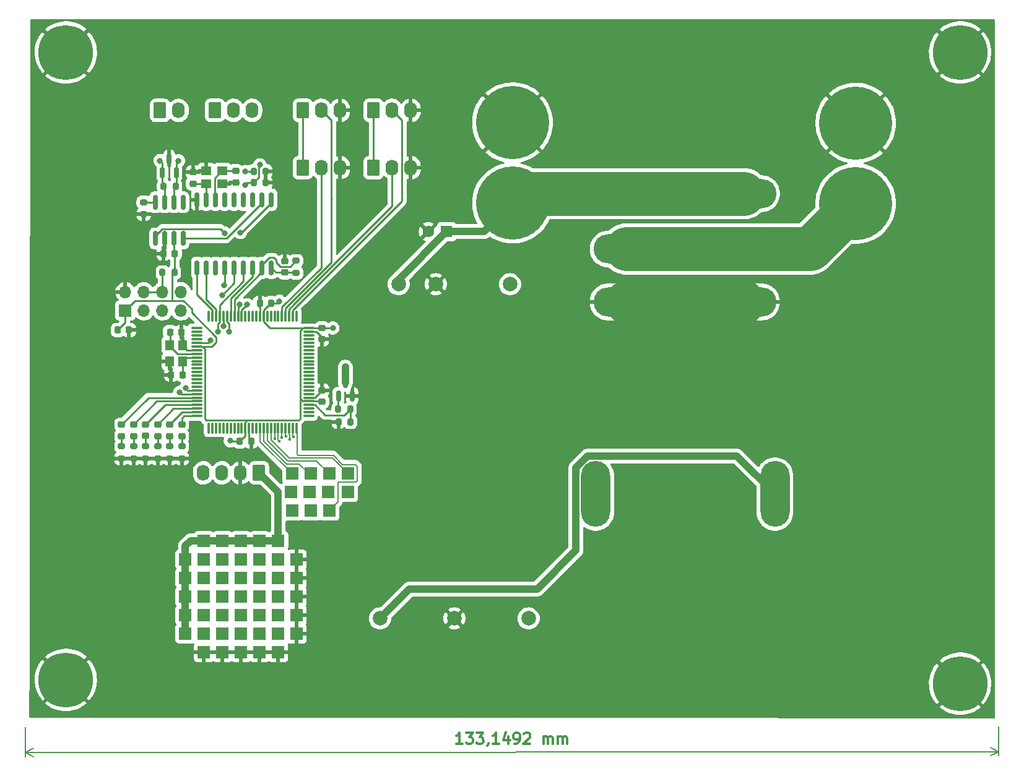
<source format=gbr>
%TF.GenerationSoftware,KiCad,Pcbnew,6.0.4-6f826c9f35~116~ubuntu20.04.1*%
%TF.CreationDate,2022-04-19T19:11:04+03:00*%
%TF.ProjectId,oskar_feet_rev1,6f736b61-725f-4666-9565-745f72657631,rev?*%
%TF.SameCoordinates,Original*%
%TF.FileFunction,Copper,L1,Top*%
%TF.FilePolarity,Positive*%
%FSLAX46Y46*%
G04 Gerber Fmt 4.6, Leading zero omitted, Abs format (unit mm)*
G04 Created by KiCad (PCBNEW 6.0.4-6f826c9f35~116~ubuntu20.04.1) date 2022-04-19 19:11:04*
%MOMM*%
%LPD*%
G01*
G04 APERTURE LIST*
G04 Aperture macros list*
%AMRoundRect*
0 Rectangle with rounded corners*
0 $1 Rounding radius*
0 $2 $3 $4 $5 $6 $7 $8 $9 X,Y pos of 4 corners*
0 Add a 4 corners polygon primitive as box body*
4,1,4,$2,$3,$4,$5,$6,$7,$8,$9,$2,$3,0*
0 Add four circle primitives for the rounded corners*
1,1,$1+$1,$2,$3*
1,1,$1+$1,$4,$5*
1,1,$1+$1,$6,$7*
1,1,$1+$1,$8,$9*
0 Add four rect primitives between the rounded corners*
20,1,$1+$1,$2,$3,$4,$5,0*
20,1,$1+$1,$4,$5,$6,$7,0*
20,1,$1+$1,$6,$7,$8,$9,0*
20,1,$1+$1,$8,$9,$2,$3,0*%
G04 Aperture macros list end*
%ADD10C,0.300000*%
%TA.AperFunction,NonConductor*%
%ADD11C,0.300000*%
%TD*%
%TA.AperFunction,NonConductor*%
%ADD12C,0.200000*%
%TD*%
%TA.AperFunction,ComponentPad*%
%ADD13R,1.700000X1.700000*%
%TD*%
%TA.AperFunction,ComponentPad*%
%ADD14RoundRect,0.250000X-0.620000X-0.845000X0.620000X-0.845000X0.620000X0.845000X-0.620000X0.845000X0*%
%TD*%
%TA.AperFunction,ComponentPad*%
%ADD15O,1.740000X2.190000*%
%TD*%
%TA.AperFunction,SMDPad,CuDef*%
%ADD16RoundRect,0.200000X0.275000X-0.200000X0.275000X0.200000X-0.275000X0.200000X-0.275000X-0.200000X0*%
%TD*%
%TA.AperFunction,ConnectorPad*%
%ADD17C,7.500000*%
%TD*%
%TA.AperFunction,ComponentPad*%
%ADD18C,4.700000*%
%TD*%
%TA.AperFunction,SMDPad,CuDef*%
%ADD19RoundRect,0.218750X0.256250X-0.218750X0.256250X0.218750X-0.256250X0.218750X-0.256250X-0.218750X0*%
%TD*%
%TA.AperFunction,SMDPad,CuDef*%
%ADD20RoundRect,0.225000X-0.225000X-0.250000X0.225000X-0.250000X0.225000X0.250000X-0.225000X0.250000X0*%
%TD*%
%TA.AperFunction,SMDPad,CuDef*%
%ADD21RoundRect,0.225000X0.225000X0.250000X-0.225000X0.250000X-0.225000X-0.250000X0.225000X-0.250000X0*%
%TD*%
%TA.AperFunction,SMDPad,CuDef*%
%ADD22RoundRect,0.075000X-0.075000X0.662500X-0.075000X-0.662500X0.075000X-0.662500X0.075000X0.662500X0*%
%TD*%
%TA.AperFunction,SMDPad,CuDef*%
%ADD23RoundRect,0.075000X-0.662500X0.075000X-0.662500X-0.075000X0.662500X-0.075000X0.662500X0.075000X0*%
%TD*%
%TA.AperFunction,ComponentPad*%
%ADD24O,1.700000X1.700000*%
%TD*%
%TA.AperFunction,SMDPad,CuDef*%
%ADD25RoundRect,0.150000X0.150000X-0.587500X0.150000X0.587500X-0.150000X0.587500X-0.150000X-0.587500X0*%
%TD*%
%TA.AperFunction,ComponentPad*%
%ADD26C,10.000000*%
%TD*%
%TA.AperFunction,SMDPad,CuDef*%
%ADD27RoundRect,0.200000X-0.200000X-0.275000X0.200000X-0.275000X0.200000X0.275000X-0.200000X0.275000X0*%
%TD*%
%TA.AperFunction,ComponentPad*%
%ADD28O,4.000000X9.000000*%
%TD*%
%TA.AperFunction,ComponentPad*%
%ADD29O,9.000000X4.000000*%
%TD*%
%TA.AperFunction,SMDPad,CuDef*%
%ADD30RoundRect,0.200000X-0.275000X0.200000X-0.275000X-0.200000X0.275000X-0.200000X0.275000X0.200000X0*%
%TD*%
%TA.AperFunction,SMDPad,CuDef*%
%ADD31RoundRect,0.225000X0.250000X-0.225000X0.250000X0.225000X-0.250000X0.225000X-0.250000X-0.225000X0*%
%TD*%
%TA.AperFunction,SMDPad,CuDef*%
%ADD32RoundRect,0.150000X0.150000X-0.825000X0.150000X0.825000X-0.150000X0.825000X-0.150000X-0.825000X0*%
%TD*%
%TA.AperFunction,ComponentPad*%
%ADD33C,2.000000*%
%TD*%
%TA.AperFunction,SMDPad,CuDef*%
%ADD34R,1.400000X1.200000*%
%TD*%
%TA.AperFunction,SMDPad,CuDef*%
%ADD35RoundRect,0.200000X0.200000X0.275000X-0.200000X0.275000X-0.200000X-0.275000X0.200000X-0.275000X0*%
%TD*%
%TA.AperFunction,ComponentPad*%
%ADD36RoundRect,0.250000X0.620000X0.845000X-0.620000X0.845000X-0.620000X-0.845000X0.620000X-0.845000X0*%
%TD*%
%TA.AperFunction,SMDPad,CuDef*%
%ADD37RoundRect,0.150000X-0.150000X0.875000X-0.150000X-0.875000X0.150000X-0.875000X0.150000X0.875000X0*%
%TD*%
%TA.AperFunction,SMDPad,CuDef*%
%ADD38RoundRect,0.225000X-0.250000X0.225000X-0.250000X-0.225000X0.250000X-0.225000X0.250000X0.225000X0*%
%TD*%
%TA.AperFunction,SMDPad,CuDef*%
%ADD39R,1.200000X1.400000*%
%TD*%
%TA.AperFunction,ComponentPad*%
%ADD40R,1.600000X1.600000*%
%TD*%
%TA.AperFunction,ComponentPad*%
%ADD41C,1.600000*%
%TD*%
%TA.AperFunction,ViaPad*%
%ADD42C,0.800000*%
%TD*%
%TA.AperFunction,ViaPad*%
%ADD43C,0.400000*%
%TD*%
%TA.AperFunction,Conductor*%
%ADD44C,0.250000*%
%TD*%
%TA.AperFunction,Conductor*%
%ADD45C,1.000000*%
%TD*%
%TA.AperFunction,Conductor*%
%ADD46C,6.000000*%
%TD*%
%TA.AperFunction,Conductor*%
%ADD47C,0.200000*%
%TD*%
G04 APERTURE END LIST*
D10*
D11*
X109727918Y-160644596D02*
X108870776Y-160645412D01*
X109299347Y-160645004D02*
X109297919Y-159145005D01*
X109155266Y-159359426D01*
X109012545Y-159502419D01*
X108869756Y-159573984D01*
X110226490Y-159144121D02*
X111155061Y-159143237D01*
X110655605Y-159715141D01*
X110869891Y-159714937D01*
X111012816Y-159786230D01*
X111084313Y-159857591D01*
X111155877Y-160000380D01*
X111156217Y-160357522D01*
X111084924Y-160500447D01*
X111013564Y-160571944D01*
X110870775Y-160643508D01*
X110442204Y-160643916D01*
X110299278Y-160572624D01*
X110227782Y-160501263D01*
X111655061Y-159142761D02*
X112583632Y-159141877D01*
X112084176Y-159713782D01*
X112298462Y-159713578D01*
X112441387Y-159784870D01*
X112512883Y-159856231D01*
X112584448Y-159999020D01*
X112584788Y-160356163D01*
X112513495Y-160499088D01*
X112442135Y-160570584D01*
X112299346Y-160642149D01*
X111870774Y-160642557D01*
X111727849Y-160571264D01*
X111656353Y-160499904D01*
X113299277Y-160569768D02*
X113299345Y-160641197D01*
X113228053Y-160784122D01*
X113156692Y-160855619D01*
X114727916Y-160639837D02*
X113870773Y-160640653D01*
X114299345Y-160640245D02*
X114297917Y-159140246D01*
X114155264Y-159354667D01*
X114012543Y-159497660D01*
X113869754Y-159569225D01*
X116012678Y-159638614D02*
X116013630Y-160638614D01*
X115654991Y-159067526D02*
X115298868Y-160139294D01*
X116227439Y-160138410D01*
X116870772Y-160637798D02*
X117156486Y-160637526D01*
X117299275Y-160565961D01*
X117370636Y-160494465D01*
X117513289Y-160280043D01*
X117584446Y-159994261D01*
X117583902Y-159422833D01*
X117512337Y-159280044D01*
X117440841Y-159208683D01*
X117297916Y-159137390D01*
X117012201Y-159137662D01*
X116869412Y-159209227D01*
X116798052Y-159280723D01*
X116726759Y-159423649D01*
X116727099Y-159780791D01*
X116798664Y-159923580D01*
X116870160Y-159994941D01*
X117013085Y-160066233D01*
X117298799Y-160065961D01*
X117441589Y-159994397D01*
X117512949Y-159922900D01*
X117584242Y-159779975D01*
X118155194Y-159279432D02*
X118226555Y-159207935D01*
X118369344Y-159136371D01*
X118726486Y-159136031D01*
X118869411Y-159207323D01*
X118940908Y-159278684D01*
X119012472Y-159421473D01*
X119012608Y-159564330D01*
X118941384Y-159778684D01*
X118085057Y-160636642D01*
X119013628Y-160635758D01*
X120799342Y-160634059D02*
X120798390Y-159634059D01*
X120798526Y-159776916D02*
X120869886Y-159705420D01*
X121012676Y-159633855D01*
X121226961Y-159633651D01*
X121369886Y-159704944D01*
X121441451Y-159847733D01*
X121442199Y-160633447D01*
X121441451Y-159847733D02*
X121512743Y-159704808D01*
X121655532Y-159633243D01*
X121869818Y-159633039D01*
X122012743Y-159704332D01*
X122084308Y-159847121D01*
X122085055Y-160632835D01*
X122799341Y-160632155D02*
X122798389Y-159632155D01*
X122798525Y-159775012D02*
X122869886Y-159703516D01*
X123012675Y-159631951D01*
X123226960Y-159631747D01*
X123369885Y-159703040D01*
X123441450Y-159845829D01*
X123442198Y-160631543D01*
X123441450Y-159845829D02*
X123512742Y-159702904D01*
X123655531Y-159631340D01*
X123869817Y-159631136D01*
X124012742Y-159702428D01*
X124084307Y-159845217D01*
X124085054Y-160630931D01*
D12*
X49936876Y-158386400D02*
X49940705Y-162409351D01*
X183085976Y-158259669D02*
X183089805Y-162282620D01*
X49940147Y-161822931D02*
X183089247Y-161696200D01*
X49940147Y-161822931D02*
X183089247Y-161696200D01*
X49940147Y-161822931D02*
X51067208Y-162408279D01*
X49940147Y-161822931D02*
X51066092Y-161235438D01*
X183089247Y-161696200D02*
X181962186Y-161110852D01*
X183089247Y-161696200D02*
X181963302Y-162283693D01*
D13*
%TO.P,J47,1,Pin_1*%
%TO.N,unconnected-(J47-Pad1)*%
X79476600Y-143027400D03*
%TD*%
%TO.P,J40,1,Pin_1*%
%TO.N,unconnected-(J40-Pad1)*%
X74396600Y-135407400D03*
%TD*%
%TO.P,J63,1,Pin_1*%
%TO.N,Net-(U1-Pad70)*%
X88856200Y-126212600D03*
%TD*%
D14*
%TO.P,J2,1,Pin_1*%
%TO.N,Net-(D1-Pad1)*%
X68386760Y-73970850D03*
D15*
%TO.P,J2,2,Pin_2*%
%TO.N,Net-(D1-Pad2)*%
X70926760Y-73970850D03*
%TD*%
D16*
%TO.P,R11,1*%
%TO.N,GND*%
X69723000Y-121602000D03*
%TO.P,R11,2*%
%TO.N,Net-(D6-Pad1)*%
X69723000Y-119952000D03*
%TD*%
%TO.P,R9,1*%
%TO.N,GND*%
X66421000Y-121602000D03*
%TO.P,R9,2*%
%TO.N,Net-(D4-Pad1)*%
X66421000Y-119952000D03*
%TD*%
D13*
%TO.P,J53,1,Pin_1*%
%TO.N,unconnected-(J53-Pad1)*%
X79476600Y-145567400D03*
%TD*%
D17*
%TO.P,H3,1,1*%
%TO.N,GND*%
X55499000Y-151892000D03*
D18*
X55499000Y-151892000D03*
%TD*%
D19*
%TO.P,D3,1,K*%
%TO.N,Net-(D3-Pad1)*%
X64770000Y-118516500D03*
%TO.P,D3,2,A*%
%TO.N,/LED2*%
X64770000Y-116941500D03*
%TD*%
D13*
%TO.P,J30,1,Pin_1*%
%TO.N,GND*%
X79476600Y-148107400D03*
%TD*%
D20*
%TO.P,C4,1*%
%TO.N,/XTAL2*%
X69752800Y-104291900D03*
%TO.P,C4,2*%
%TO.N,GND*%
X71302800Y-104291900D03*
%TD*%
D21*
%TO.P,C11,1*%
%TO.N,+5V*%
X70406360Y-93559650D03*
%TO.P,C11,2*%
%TO.N,GND*%
X68856360Y-93559650D03*
%TD*%
D17*
%TO.P,H4,1,1*%
%TO.N,GND*%
X177800000Y-66040000D03*
D18*
X177800000Y-66040000D03*
%TD*%
D21*
%TO.P,C5,1*%
%TO.N,GND*%
X64148000Y-104013000D03*
%TO.P,C5,2*%
%TO.N,+5V*%
X62598000Y-104013000D03*
%TD*%
D13*
%TO.P,J65,1,Pin_1*%
%TO.N,Net-(U1-Pad73)*%
X86436200Y-128752600D03*
%TD*%
D22*
%TO.P,U1,1,PG5*%
%TO.N,unconnected-(U1-Pad1)*%
X87057000Y-102108000D03*
%TO.P,U1,2,PE0*%
%TO.N,/CORNER_SENSOR_FL*%
X86557000Y-102108000D03*
%TO.P,U1,3,PE1*%
%TO.N,/CORNER_SENSOR_RL*%
X86057000Y-102108000D03*
%TO.P,U1,4,PE2*%
%TO.N,/CORNER_SENSOR_FR*%
X85557000Y-102108000D03*
%TO.P,U1,5,PE3*%
%TO.N,/CORNER_SENSOR_RR*%
X85057000Y-102108000D03*
%TO.P,U1,6,PE4*%
%TO.N,unconnected-(U1-Pad6)*%
X84557000Y-102108000D03*
%TO.P,U1,7,PE5*%
%TO.N,unconnected-(U1-Pad7)*%
X84057000Y-102108000D03*
%TO.P,U1,8,PE6*%
%TO.N,unconnected-(U1-Pad8)*%
X83557000Y-102108000D03*
%TO.P,U1,9,PE7*%
%TO.N,unconnected-(U1-Pad9)*%
X83057000Y-102108000D03*
%TO.P,U1,10,VCC*%
%TO.N,+5V*%
X82557000Y-102108000D03*
%TO.P,U1,11,GND*%
%TO.N,GND*%
X82057000Y-102108000D03*
%TO.P,U1,12,PH0*%
%TO.N,unconnected-(U1-Pad12)*%
X81557000Y-102108000D03*
%TO.P,U1,13,PH1*%
%TO.N,unconnected-(U1-Pad13)*%
X81057000Y-102108000D03*
%TO.P,U1,14,PH2*%
%TO.N,unconnected-(U1-Pad14)*%
X80557000Y-102108000D03*
%TO.P,U1,15,PH3*%
%TO.N,unconnected-(U1-Pad15)*%
X80057000Y-102108000D03*
%TO.P,U1,16,PH4*%
%TO.N,/WHEEL_ENGAGEMENT_LOWER*%
X79557000Y-102108000D03*
%TO.P,U1,17,PH5*%
%TO.N,/WHEEL_ENGAGEMENT_UPPER*%
X79057000Y-102108000D03*
%TO.P,U1,18,PH6*%
%TO.N,/CANRESET*%
X78557000Y-102108000D03*
%TO.P,U1,19,PB0*%
%TO.N,/CAN_SS*%
X78057000Y-102108000D03*
%TO.P,U1,20,PB1*%
%TO.N,/SCK*%
X77557000Y-102108000D03*
%TO.P,U1,21,PB2*%
%TO.N,/MOSI*%
X77057000Y-102108000D03*
%TO.P,U1,22,PB3*%
%TO.N,/MISO*%
X76557000Y-102108000D03*
%TO.P,U1,23,PB4*%
%TO.N,/RX0BF*%
X76057000Y-102108000D03*
%TO.P,U1,24,PB5*%
%TO.N,/RX1BF*%
X75557000Y-102108000D03*
%TO.P,U1,25,PB6*%
%TO.N,unconnected-(U1-Pad25)*%
X75057000Y-102108000D03*
D23*
%TO.P,U1,26,PB7*%
%TO.N,unconnected-(U1-Pad26)*%
X73394500Y-103770500D03*
%TO.P,U1,27,PH7*%
%TO.N,unconnected-(U1-Pad27)*%
X73394500Y-104270500D03*
%TO.P,U1,28,PG3*%
%TO.N,unconnected-(U1-Pad28)*%
X73394500Y-104770500D03*
%TO.P,U1,29,PG4*%
%TO.N,unconnected-(U1-Pad29)*%
X73394500Y-105270500D03*
%TO.P,U1,30,~{RESET}*%
%TO.N,/RESET*%
X73394500Y-105770500D03*
%TO.P,U1,31,VCC*%
%TO.N,+5V*%
X73394500Y-106270500D03*
%TO.P,U1,32,GND*%
%TO.N,GND*%
X73394500Y-106770500D03*
%TO.P,U1,33,XTAL2*%
%TO.N,/XTAL2*%
X73394500Y-107270500D03*
%TO.P,U1,34,XTAL1*%
%TO.N,/XTAL1*%
X73394500Y-107770500D03*
%TO.P,U1,35,PL0*%
%TO.N,unconnected-(U1-Pad35)*%
X73394500Y-108270500D03*
%TO.P,U1,36,PL1*%
%TO.N,unconnected-(U1-Pad36)*%
X73394500Y-108770500D03*
%TO.P,U1,37,PL2*%
%TO.N,unconnected-(U1-Pad37)*%
X73394500Y-109270500D03*
%TO.P,U1,38,PL3*%
%TO.N,unconnected-(U1-Pad38)*%
X73394500Y-109770500D03*
%TO.P,U1,39,PL4*%
%TO.N,unconnected-(U1-Pad39)*%
X73394500Y-110270500D03*
%TO.P,U1,40,PL5*%
%TO.N,unconnected-(U1-Pad40)*%
X73394500Y-110770500D03*
%TO.P,U1,41,PL6*%
%TO.N,unconnected-(U1-Pad41)*%
X73394500Y-111270500D03*
%TO.P,U1,42,PL7*%
%TO.N,unconnected-(U1-Pad42)*%
X73394500Y-111770500D03*
%TO.P,U1,43,PD0*%
%TO.N,/SCL*%
X73394500Y-112270500D03*
%TO.P,U1,44,PD1*%
%TO.N,/SDA*%
X73394500Y-112770500D03*
%TO.P,U1,45,PD2*%
%TO.N,/LED1*%
X73394500Y-113270500D03*
%TO.P,U1,46,PD3*%
%TO.N,/LED2*%
X73394500Y-113770500D03*
%TO.P,U1,47,PD4*%
%TO.N,/LED3*%
X73394500Y-114270500D03*
%TO.P,U1,48,PD5*%
%TO.N,/LED4*%
X73394500Y-114770500D03*
%TO.P,U1,49,PD6*%
%TO.N,/LED5*%
X73394500Y-115270500D03*
%TO.P,U1,50,PD7*%
%TO.N,/LED6*%
X73394500Y-115770500D03*
D22*
%TO.P,U1,51,PG0*%
%TO.N,unconnected-(U1-Pad51)*%
X75057000Y-117433000D03*
%TO.P,U1,52,PG1*%
%TO.N,unconnected-(U1-Pad52)*%
X75557000Y-117433000D03*
%TO.P,U1,53,PC0*%
%TO.N,unconnected-(U1-Pad53)*%
X76057000Y-117433000D03*
%TO.P,U1,54,PC1*%
%TO.N,unconnected-(U1-Pad54)*%
X76557000Y-117433000D03*
%TO.P,U1,55,PC2*%
%TO.N,unconnected-(U1-Pad55)*%
X77057000Y-117433000D03*
%TO.P,U1,56,PC3*%
%TO.N,unconnected-(U1-Pad56)*%
X77557000Y-117433000D03*
%TO.P,U1,57,PC4*%
%TO.N,unconnected-(U1-Pad57)*%
X78057000Y-117433000D03*
%TO.P,U1,58,PC5*%
%TO.N,unconnected-(U1-Pad58)*%
X78557000Y-117433000D03*
%TO.P,U1,59,PC6*%
%TO.N,unconnected-(U1-Pad59)*%
X79057000Y-117433000D03*
%TO.P,U1,60,PC7*%
%TO.N,unconnected-(U1-Pad60)*%
X79557000Y-117433000D03*
%TO.P,U1,61,VCC*%
%TO.N,+5V*%
X80057000Y-117433000D03*
%TO.P,U1,62,GND*%
%TO.N,GND*%
X80557000Y-117433000D03*
%TO.P,U1,63,PJ0*%
%TO.N,unconnected-(U1-Pad63)*%
X81057000Y-117433000D03*
%TO.P,U1,64,PJ1*%
%TO.N,unconnected-(U1-Pad64)*%
X81557000Y-117433000D03*
%TO.P,U1,65,PJ2*%
%TO.N,Net-(U1-Pad65)*%
X82057000Y-117433000D03*
%TO.P,U1,66,PJ3*%
%TO.N,Net-(U1-Pad66)*%
X82557000Y-117433000D03*
%TO.P,U1,67,PJ4*%
%TO.N,Net-(U1-Pad67)*%
X83057000Y-117433000D03*
%TO.P,U1,68,PJ5*%
%TO.N,Net-(U1-Pad68)*%
X83557000Y-117433000D03*
%TO.P,U1,69,PJ6*%
%TO.N,Net-(U1-Pad69)*%
X84057000Y-117433000D03*
%TO.P,U1,70,PG2*%
%TO.N,Net-(U1-Pad70)*%
X84557000Y-117433000D03*
%TO.P,U1,71,PA7*%
%TO.N,Net-(U1-Pad71)*%
X85057000Y-117433000D03*
%TO.P,U1,72,PA6*%
%TO.N,Net-(U1-Pad72)*%
X85557000Y-117433000D03*
%TO.P,U1,73,PA5*%
%TO.N,Net-(U1-Pad73)*%
X86057000Y-117433000D03*
%TO.P,U1,74,PA4*%
%TO.N,Net-(U1-Pad74)*%
X86557000Y-117433000D03*
%TO.P,U1,75,PA3*%
%TO.N,Net-(U1-Pad75)*%
X87057000Y-117433000D03*
D23*
%TO.P,U1,76,PA2*%
%TO.N,unconnected-(U1-Pad76)*%
X88719500Y-115770500D03*
%TO.P,U1,77,PA1*%
%TO.N,unconnected-(U1-Pad77)*%
X88719500Y-115270500D03*
%TO.P,U1,78,PA0*%
%TO.N,unconnected-(U1-Pad78)*%
X88719500Y-114770500D03*
%TO.P,U1,79,PJ7*%
%TO.N,/MOTOR_PWR_EN*%
X88719500Y-114270500D03*
%TO.P,U1,80,VCC*%
%TO.N,+5V*%
X88719500Y-113770500D03*
%TO.P,U1,81,GND*%
%TO.N,GND*%
X88719500Y-113270500D03*
%TO.P,U1,82,PK7*%
%TO.N,unconnected-(U1-Pad82)*%
X88719500Y-112770500D03*
%TO.P,U1,83,PK6*%
%TO.N,unconnected-(U1-Pad83)*%
X88719500Y-112270500D03*
%TO.P,U1,84,PK5*%
%TO.N,unconnected-(U1-Pad84)*%
X88719500Y-111770500D03*
%TO.P,U1,85,PK4*%
%TO.N,unconnected-(U1-Pad85)*%
X88719500Y-111270500D03*
%TO.P,U1,86,PK3*%
%TO.N,unconnected-(U1-Pad86)*%
X88719500Y-110770500D03*
%TO.P,U1,87,PK2*%
%TO.N,unconnected-(U1-Pad87)*%
X88719500Y-110270500D03*
%TO.P,U1,88,PK1*%
%TO.N,unconnected-(U1-Pad88)*%
X88719500Y-109770500D03*
%TO.P,U1,89,PK0*%
%TO.N,unconnected-(U1-Pad89)*%
X88719500Y-109270500D03*
%TO.P,U1,90,PF7*%
%TO.N,unconnected-(U1-Pad90)*%
X88719500Y-108770500D03*
%TO.P,U1,91,PF6*%
%TO.N,unconnected-(U1-Pad91)*%
X88719500Y-108270500D03*
%TO.P,U1,92,PF5*%
%TO.N,unconnected-(U1-Pad92)*%
X88719500Y-107770500D03*
%TO.P,U1,93,PF4*%
%TO.N,unconnected-(U1-Pad93)*%
X88719500Y-107270500D03*
%TO.P,U1,94,PF3*%
%TO.N,unconnected-(U1-Pad94)*%
X88719500Y-106770500D03*
%TO.P,U1,95,PF2*%
%TO.N,unconnected-(U1-Pad95)*%
X88719500Y-106270500D03*
%TO.P,U1,96,PF1*%
%TO.N,unconnected-(U1-Pad96)*%
X88719500Y-105770500D03*
%TO.P,U1,97,PF0*%
%TO.N,unconnected-(U1-Pad97)*%
X88719500Y-105270500D03*
%TO.P,U1,98,AREF*%
%TO.N,unconnected-(U1-Pad98)*%
X88719500Y-104770500D03*
%TO.P,U1,99,GND*%
%TO.N,GND*%
X88719500Y-104270500D03*
%TO.P,U1,100,AVCC*%
%TO.N,+5V*%
X88719500Y-103770500D03*
%TD*%
D16*
%TO.P,R4,1*%
%TO.N,+5V*%
X86995000Y-96202000D03*
%TO.P,R4,2*%
%TO.N,/CANRESET*%
X86995000Y-94552000D03*
%TD*%
D13*
%TO.P,J1,1,Pin_1*%
%TO.N,+5V*%
X63627000Y-101346000D03*
D24*
%TO.P,J1,2,Pin_2*%
%TO.N,GND*%
X63627000Y-98806000D03*
%TO.P,J1,3,Pin_3*%
%TO.N,/SCK*%
X66167000Y-101346000D03*
%TO.P,J1,4,Pin_4*%
%TO.N,/RESET*%
X66167000Y-98806000D03*
%TO.P,J1,5,Pin_5*%
%TO.N,/MISO*%
X68707000Y-101346000D03*
%TO.P,J1,6,Pin_6*%
%TO.N,/RESET*%
X68707000Y-98806000D03*
%TO.P,J1,7,Pin_7*%
%TO.N,/MOSI*%
X71247000Y-101346000D03*
%TO.P,J1,8,Pin_8*%
%TO.N,unconnected-(J1-Pad8)*%
X71247000Y-98806000D03*
%TD*%
D25*
%TO.P,Q1,1,B*%
%TO.N,Net-(Q1-Pad1)*%
X92776000Y-113057500D03*
%TO.P,Q1,2,E*%
%TO.N,GND*%
X94676000Y-113057500D03*
%TO.P,Q1,3,C*%
%TO.N,Net-(K1-Pad1)*%
X93726000Y-111182500D03*
%TD*%
D13*
%TO.P,J24,1,Pin_1*%
%TO.N,GND*%
X87096600Y-140487400D03*
%TD*%
D25*
%TO.P,D1,1,K*%
%TO.N,Net-(D1-Pad1)*%
X68706760Y-82457550D03*
%TO.P,D1,2,K*%
%TO.N,Net-(D1-Pad2)*%
X70606760Y-82457550D03*
%TO.P,D1,3,A*%
%TO.N,GND*%
X69656760Y-80582550D03*
%TD*%
D14*
%TO.P,J6,1,Pin_1*%
%TO.N,+5V*%
X97586800Y-73958000D03*
D15*
%TO.P,J6,2,Pin_2*%
%TO.N,/CORNER_SENSOR_FL*%
X100126800Y-73958000D03*
%TO.P,J6,3,Pin_3*%
%TO.N,GND*%
X102666800Y-73958000D03*
%TD*%
D13*
%TO.P,J60,1,Pin_1*%
%TO.N,Net-(U1-Pad67)*%
X91516200Y-123672600D03*
%TD*%
D26*
%TO.P,J8,1,Pin_1*%
%TO.N,GND*%
X116586000Y-75653600D03*
%TO.P,J8,2,Pin_2*%
%TO.N,+48V*%
X116586000Y-86653600D03*
%TD*%
D13*
%TO.P,J50,1,Pin_1*%
%TO.N,unconnected-(J50-Pad1)*%
X82016600Y-140487400D03*
%TD*%
%TO.P,J54,1,Pin_1*%
%TO.N,unconnected-(J54-Pad1)*%
X79476600Y-135407400D03*
%TD*%
D19*
%TO.P,D4,1,K*%
%TO.N,Net-(D4-Pad1)*%
X66421000Y-118491000D03*
%TO.P,D4,2,A*%
%TO.N,/LED3*%
X66421000Y-116916000D03*
%TD*%
D13*
%TO.P,J29,1,Pin_1*%
%TO.N,GND*%
X84556600Y-148107400D03*
%TD*%
%TO.P,J22,1,Pin_1*%
%TO.N,GND*%
X87096600Y-137947400D03*
%TD*%
%TO.P,J48,1,Pin_1*%
%TO.N,unconnected-(J48-Pad1)*%
X74396600Y-145567400D03*
%TD*%
%TO.P,J12,1,Pin_1*%
%TO.N,+5V*%
X74396600Y-132867400D03*
%TD*%
%TO.P,J55,1,Pin_1*%
%TO.N,unconnected-(J55-Pad1)*%
X76936600Y-137947400D03*
%TD*%
D14*
%TO.P,J4,1,Pin_1*%
%TO.N,+5V*%
X87916800Y-81808000D03*
D15*
%TO.P,J4,2,Pin_2*%
%TO.N,/CORNER_SENSOR_RR*%
X90456800Y-81808000D03*
%TO.P,J4,3,Pin_3*%
%TO.N,GND*%
X92996800Y-81808000D03*
%TD*%
D27*
%TO.P,R13,1*%
%TO.N,/WHEEL_ENGAGEMENT_UPPER*%
X81204300Y-82320900D03*
%TO.P,R13,2*%
%TO.N,GND*%
X82854300Y-82320900D03*
%TD*%
D28*
%TO.P,K1,1*%
%TO.N,Net-(K1-Pad1)*%
X127965200Y-126466600D03*
%TO.P,K1,2*%
%TO.N,+12V*%
X152476200Y-126466600D03*
D29*
%TO.P,K1,3*%
%TO.N,+48V*%
X132158200Y-85366600D03*
%TO.P,K1,4*%
X148158200Y-85366600D03*
%TO.P,K1,5*%
%TO.N,Net-(J7-Pad2)*%
X132156200Y-92938600D03*
%TO.P,K1,6*%
X148158200Y-92938600D03*
%TO.P,K1,7*%
%TO.N,GND*%
X132156200Y-100177600D03*
%TO.P,K1,8*%
X148158200Y-100177600D03*
%TD*%
D30*
%TO.P,R2,1*%
%TO.N,Net-(R2-Pad1)*%
X66151560Y-86523850D03*
%TO.P,R2,2*%
%TO.N,GND*%
X66151560Y-88173850D03*
%TD*%
D13*
%TO.P,J32,1,Pin_1*%
%TO.N,unconnected-(J32-Pad1)*%
X82016600Y-143027400D03*
%TD*%
%TO.P,J18,1,Pin_1*%
%TO.N,+5V*%
X71856600Y-145567400D03*
%TD*%
D31*
%TO.P,C9,1*%
%TO.N,/OSC1*%
X72898000Y-83973000D03*
%TO.P,C9,2*%
%TO.N,GND*%
X72898000Y-82423000D03*
%TD*%
D13*
%TO.P,J62,1,Pin_1*%
%TO.N,Net-(U1-Pad69)*%
X86316200Y-126212600D03*
%TD*%
D16*
%TO.P,R10,1*%
%TO.N,GND*%
X68072000Y-121602000D03*
%TO.P,R10,2*%
%TO.N,Net-(D5-Pad1)*%
X68072000Y-119952000D03*
%TD*%
D13*
%TO.P,J61,1,Pin_1*%
%TO.N,Net-(U1-Pad68)*%
X94056200Y-123672600D03*
%TD*%
%TO.P,J21,1,Pin_1*%
%TO.N,GND*%
X82016600Y-148107400D03*
%TD*%
D16*
%TO.P,R8,1*%
%TO.N,GND*%
X64770000Y-121602000D03*
%TO.P,R8,2*%
%TO.N,Net-(D3-Pad1)*%
X64770000Y-119952000D03*
%TD*%
D19*
%TO.P,D7,1,K*%
%TO.N,Net-(D7-Pad1)*%
X71374000Y-118542000D03*
%TO.P,D7,2,A*%
%TO.N,/LED6*%
X71374000Y-116967000D03*
%TD*%
D14*
%TO.P,J9,1,Pin_1*%
%TO.N,+5V*%
X75900455Y-73958000D03*
D15*
%TO.P,J9,2,Pin_2*%
%TO.N,/WHEEL_ENGAGEMENT_UPPER*%
X78440455Y-73958000D03*
%TO.P,J9,3,Pin_3*%
%TO.N,/WHEEL_ENGAGEMENT_LOWER*%
X80980455Y-73958000D03*
%TD*%
D19*
%TO.P,D2,1,K*%
%TO.N,Net-(D2-Pad1)*%
X63119000Y-118516500D03*
%TO.P,D2,2,A*%
%TO.N,/LED1*%
X63119000Y-116941500D03*
%TD*%
D32*
%TO.P,U3,1,TXD*%
%TO.N,/TXCAN*%
X67751760Y-91488050D03*
%TO.P,U3,2,VSS*%
%TO.N,GND*%
X69021760Y-91488050D03*
%TO.P,U3,3,VDD*%
%TO.N,+5V*%
X70291760Y-91488050D03*
%TO.P,U3,4,RXD*%
%TO.N,/RXCAN*%
X71561760Y-91488050D03*
%TO.P,U3,5,Vref*%
%TO.N,unconnected-(U3-Pad5)*%
X71561760Y-86538050D03*
%TO.P,U3,6,CANL*%
%TO.N,Net-(D1-Pad2)*%
X70291760Y-86538050D03*
%TO.P,U3,7,CANH*%
%TO.N,Net-(D1-Pad1)*%
X69021760Y-86538050D03*
%TO.P,U3,8,Rs*%
%TO.N,Net-(R2-Pad1)*%
X67751760Y-86538050D03*
%TD*%
D19*
%TO.P,D5,1,K*%
%TO.N,Net-(D5-Pad1)*%
X68072000Y-118516500D03*
%TO.P,D5,2,A*%
%TO.N,/LED4*%
X68072000Y-116941500D03*
%TD*%
D33*
%TO.P,U4,1,Ctrl*%
%TO.N,+5V*%
X116255800Y-97744245D03*
%TO.P,U4,2,GND*%
%TO.N,GND*%
X106095800Y-97744245D03*
%TO.P,U4,3,Vin*%
%TO.N,+48V*%
X101015800Y-97744245D03*
%TO.P,U4,4,+Vo*%
%TO.N,+12V*%
X98475800Y-143464245D03*
%TO.P,U4,5,0V*%
%TO.N,GND*%
X108635800Y-143464245D03*
%TO.P,U4,6,Trim/-Vo*%
%TO.N,unconnected-(U4-Pad6)*%
X118795800Y-143464245D03*
%TD*%
D21*
%TO.P,C7,1*%
%TO.N,+5V*%
X83579000Y-100321700D03*
%TO.P,C7,2*%
%TO.N,GND*%
X82029000Y-100321700D03*
%TD*%
D34*
%TO.P,Y1,1,1*%
%TO.N,/OSC2*%
X76919000Y-82271800D03*
%TO.P,Y1,2,2*%
%TO.N,GND*%
X74719000Y-82271800D03*
%TO.P,Y1,3,3*%
%TO.N,/OSC1*%
X74719000Y-83971800D03*
%TO.P,Y1,4,4*%
%TO.N,GND*%
X76919000Y-83971800D03*
%TD*%
D13*
%TO.P,J25,1,Pin_1*%
%TO.N,GND*%
X87096600Y-143027400D03*
%TD*%
%TO.P,J64,1,Pin_1*%
%TO.N,Net-(U1-Pad74)*%
X88976200Y-128752600D03*
%TD*%
D17*
%TO.P,H2,1,1*%
%TO.N,GND*%
X55499000Y-66040000D03*
D18*
X55499000Y-66040000D03*
%TD*%
D13*
%TO.P,J59,1,Pin_1*%
%TO.N,Net-(U1-Pad66)*%
X88976200Y-123672600D03*
%TD*%
D18*
%TO.P,H1,1,1*%
%TO.N,GND*%
X177800000Y-152400000D03*
D17*
X177800000Y-152400000D03*
%TD*%
D13*
%TO.P,J28,1,Pin_1*%
%TO.N,GND*%
X87096600Y-135407400D03*
%TD*%
%TO.P,J36,1,Pin_1*%
%TO.N,unconnected-(J36-Pad1)*%
X84556600Y-143027400D03*
%TD*%
%TO.P,J38,1,Pin_1*%
%TO.N,unconnected-(J38-Pad1)*%
X76936600Y-145567400D03*
%TD*%
%TO.P,J31,1,Pin_1*%
%TO.N,unconnected-(J31-Pad1)*%
X76936600Y-135407400D03*
%TD*%
D35*
%TO.P,R1,1*%
%TO.N,+5V*%
X70358000Y-96139000D03*
%TO.P,R1,2*%
%TO.N,/RESET*%
X68708000Y-96139000D03*
%TD*%
D20*
%TO.P,C6,1*%
%TO.N,+5V*%
X79285800Y-119253000D03*
%TO.P,C6,2*%
%TO.N,GND*%
X80835800Y-119253000D03*
%TD*%
D13*
%TO.P,J11,1,Pin_1*%
%TO.N,+5V*%
X76936600Y-132867400D03*
%TD*%
%TO.P,J33,1,Pin_1*%
%TO.N,unconnected-(J33-Pad1)*%
X84556600Y-137947400D03*
%TD*%
D26*
%TO.P,J7,1,Pin_1*%
%TO.N,GND*%
X163525200Y-75704400D03*
%TO.P,J7,2,Pin_2*%
%TO.N,Net-(J7-Pad2)*%
X163525200Y-86704400D03*
%TD*%
D36*
%TO.P,J10,1,Pin_1*%
%TO.N,+5V*%
X81915000Y-123551000D03*
D15*
%TO.P,J10,2,Pin_2*%
%TO.N,GND*%
X79375000Y-123551000D03*
%TO.P,J10,3,Pin_3*%
%TO.N,/SCL*%
X76835000Y-123551000D03*
%TO.P,J10,4,Pin_4*%
%TO.N,/SDA*%
X74295000Y-123551000D03*
%TD*%
D13*
%TO.P,J66,1,Pin_1*%
%TO.N,Net-(U1-Pad72)*%
X94056200Y-126212600D03*
%TD*%
%TO.P,J56,1,Pin_1*%
%TO.N,Net-(U1-Pad75)*%
X91516200Y-128752600D03*
%TD*%
D31*
%TO.P,C10,1*%
%TO.N,+5V*%
X85471000Y-96152000D03*
%TO.P,C10,2*%
%TO.N,GND*%
X85471000Y-94602000D03*
%TD*%
D13*
%TO.P,J20,1,Pin_1*%
%TO.N,+5V*%
X71856600Y-135407400D03*
%TD*%
%TO.P,J15,1,Pin_1*%
%TO.N,+5V*%
X79476600Y-132867400D03*
%TD*%
%TO.P,J39,1,Pin_1*%
%TO.N,unconnected-(J39-Pad1)*%
X79476600Y-137947400D03*
%TD*%
D37*
%TO.P,U2,1,TXCAN*%
%TO.N,/TXCAN*%
X83616800Y-86193400D03*
%TO.P,U2,2,RXCAN*%
%TO.N,/RXCAN*%
X82346800Y-86193400D03*
%TO.P,U2,3,CLKOUT/SOF*%
%TO.N,unconnected-(U2-Pad3)*%
X81076800Y-86193400D03*
%TO.P,U2,4,~{TX0RTS}*%
%TO.N,/TX0RTS*%
X79806800Y-86193400D03*
%TO.P,U2,5,~{TX1RTS}*%
%TO.N,/TX1RTS*%
X78536800Y-86193400D03*
%TO.P,U2,6,~{TX2RTS}*%
%TO.N,/TX2RTS*%
X77266800Y-86193400D03*
%TO.P,U2,7,OSC2*%
%TO.N,/OSC2*%
X75996800Y-86193400D03*
%TO.P,U2,8,OSC1*%
%TO.N,/OSC1*%
X74726800Y-86193400D03*
%TO.P,U2,9,VSS*%
%TO.N,GND*%
X73456800Y-86193400D03*
%TO.P,U2,10,~{RX1BF}*%
%TO.N,/RX1BF*%
X73456800Y-95493400D03*
%TO.P,U2,11,~{RX0BF}*%
%TO.N,/RX0BF*%
X74726800Y-95493400D03*
%TO.P,U2,12,~{INT}*%
%TO.N,unconnected-(U2-Pad12)*%
X75996800Y-95493400D03*
%TO.P,U2,13,SCK*%
%TO.N,/SCK*%
X77266800Y-95493400D03*
%TO.P,U2,14,SI*%
%TO.N,/MOSI*%
X78536800Y-95493400D03*
%TO.P,U2,15,SO*%
%TO.N,/MISO*%
X79806800Y-95493400D03*
%TO.P,U2,16,~{CS}*%
%TO.N,/CAN_SS*%
X81076800Y-95493400D03*
%TO.P,U2,17,~{RESET}*%
%TO.N,/CANRESET*%
X82346800Y-95493400D03*
%TO.P,U2,18,VDD*%
%TO.N,+5V*%
X83616800Y-95493400D03*
%TD*%
D35*
%TO.P,R5,1*%
%TO.N,/MOTOR_PWR_EN*%
X94398600Y-114865500D03*
%TO.P,R5,2*%
%TO.N,Net-(Q1-Pad1)*%
X92748600Y-114865500D03*
%TD*%
D13*
%TO.P,J17,1,Pin_1*%
%TO.N,+5V*%
X84556600Y-132867400D03*
%TD*%
%TO.P,J44,1,Pin_1*%
%TO.N,unconnected-(J44-Pad1)*%
X79476600Y-140487400D03*
%TD*%
D31*
%TO.P,C1,1*%
%TO.N,+5V*%
X90551000Y-113818000D03*
%TO.P,C1,2*%
%TO.N,GND*%
X90551000Y-112268000D03*
%TD*%
D27*
%TO.P,R14,1*%
%TO.N,/WHEEL_ENGAGEMENT_LOWER*%
X81204300Y-83844900D03*
%TO.P,R14,2*%
%TO.N,GND*%
X82854300Y-83844900D03*
%TD*%
D13*
%TO.P,J43,1,Pin_1*%
%TO.N,unconnected-(J43-Pad1)*%
X84556600Y-135407400D03*
%TD*%
%TO.P,J13,1,Pin_1*%
%TO.N,+5V*%
X82016600Y-132867400D03*
%TD*%
D14*
%TO.P,J3,1,Pin_1*%
%TO.N,+5V*%
X97586800Y-81808000D03*
D15*
%TO.P,J3,2,Pin_2*%
%TO.N,/CORNER_SENSOR_RL*%
X100126800Y-81808000D03*
%TO.P,J3,3,Pin_3*%
%TO.N,GND*%
X102666800Y-81808000D03*
%TD*%
D16*
%TO.P,R12,1*%
%TO.N,GND*%
X71374000Y-121602000D03*
%TO.P,R12,2*%
%TO.N,Net-(D7-Pad1)*%
X71374000Y-119952000D03*
%TD*%
D13*
%TO.P,J19,1,Pin_1*%
%TO.N,+5V*%
X71856600Y-140487400D03*
%TD*%
D27*
%TO.P,R3,1*%
%TO.N,Net-(D1-Pad1)*%
X68870360Y-84364850D03*
%TO.P,R3,2*%
%TO.N,Net-(D1-Pad2)*%
X70520360Y-84364850D03*
%TD*%
D38*
%TO.P,C2,1*%
%TO.N,+5V*%
X90519800Y-103747700D03*
%TO.P,C2,2*%
%TO.N,GND*%
X90519800Y-105297700D03*
%TD*%
D13*
%TO.P,J34,1,Pin_1*%
%TO.N,unconnected-(J34-Pad1)*%
X76936600Y-143027400D03*
%TD*%
D31*
%TO.P,C8,1*%
%TO.N,GND*%
X78740000Y-83807600D03*
%TO.P,C8,2*%
%TO.N,/OSC2*%
X78740000Y-82257600D03*
%TD*%
D13*
%TO.P,J52,1,Pin_1*%
%TO.N,unconnected-(J52-Pad1)*%
X74396600Y-140487400D03*
%TD*%
%TO.P,J27,1,Pin_1*%
%TO.N,GND*%
X76936600Y-148107400D03*
%TD*%
%TO.P,J42,1,Pin_1*%
%TO.N,unconnected-(J42-Pad1)*%
X74396600Y-143027400D03*
%TD*%
%TO.P,J58,1,Pin_1*%
%TO.N,Net-(U1-Pad65)*%
X86436200Y-123672600D03*
%TD*%
%TO.P,J49,1,Pin_1*%
%TO.N,unconnected-(J49-Pad1)*%
X82016600Y-145567400D03*
%TD*%
%TO.P,J23,1,Pin_1*%
%TO.N,GND*%
X87096600Y-145567400D03*
%TD*%
D16*
%TO.P,R7,1*%
%TO.N,GND*%
X63119000Y-121602000D03*
%TO.P,R7,2*%
%TO.N,Net-(D2-Pad1)*%
X63119000Y-119952000D03*
%TD*%
D13*
%TO.P,J16,1,Pin_1*%
%TO.N,+5V*%
X71856600Y-137947400D03*
%TD*%
%TO.P,J51,1,Pin_1*%
%TO.N,unconnected-(J51-Pad1)*%
X76936600Y-140487400D03*
%TD*%
D27*
%TO.P,R6,1*%
%TO.N,GND*%
X92774000Y-116586000D03*
%TO.P,R6,2*%
%TO.N,/MOTOR_PWR_EN*%
X94424000Y-116586000D03*
%TD*%
D13*
%TO.P,J37,1,Pin_1*%
%TO.N,unconnected-(J37-Pad1)*%
X74396600Y-137947400D03*
%TD*%
%TO.P,J46,1,Pin_1*%
%TO.N,unconnected-(J46-Pad1)*%
X82016600Y-137947400D03*
%TD*%
%TO.P,J67,1,Pin_1*%
%TO.N,Net-(U1-Pad71)*%
X91396200Y-126212600D03*
%TD*%
D20*
%TO.P,C3,1*%
%TO.N,GND*%
X69905200Y-110133900D03*
%TO.P,C3,2*%
%TO.N,/XTAL1*%
X71455200Y-110133900D03*
%TD*%
D19*
%TO.P,D6,1,K*%
%TO.N,Net-(D6-Pad1)*%
X69723000Y-118516500D03*
%TO.P,D6,2,A*%
%TO.N,/LED5*%
X69723000Y-116941500D03*
%TD*%
D14*
%TO.P,J5,1,Pin_1*%
%TO.N,+5V*%
X87916800Y-73958000D03*
D15*
%TO.P,J5,2,Pin_2*%
%TO.N,/CORNER_SENSOR_FR*%
X90456800Y-73958000D03*
%TO.P,J5,3,Pin_3*%
%TO.N,GND*%
X92996800Y-73958000D03*
%TD*%
D13*
%TO.P,J45,1,Pin_1*%
%TO.N,unconnected-(J45-Pad1)*%
X84556600Y-145567400D03*
%TD*%
%TO.P,J14,1,Pin_1*%
%TO.N,+5V*%
X71856600Y-143027400D03*
%TD*%
D39*
%TO.P,Y3,1,1*%
%TO.N,/XTAL2*%
X69742200Y-106105100D03*
%TO.P,Y3,2,2*%
%TO.N,GND*%
X69742200Y-108305100D03*
%TO.P,Y3,3,3*%
%TO.N,/XTAL1*%
X71442200Y-108305100D03*
%TO.P,Y3,4,4*%
%TO.N,GND*%
X71442200Y-106105100D03*
%TD*%
D13*
%TO.P,J35,1,Pin_1*%
%TO.N,unconnected-(J35-Pad1)*%
X84556600Y-140487400D03*
%TD*%
%TO.P,J26,1,Pin_1*%
%TO.N,GND*%
X74396600Y-148107400D03*
%TD*%
D40*
%TO.P,C12,1*%
%TO.N,+48V*%
X107578651Y-90551000D03*
D41*
%TO.P,C12,2*%
%TO.N,GND*%
X105078651Y-90551000D03*
%TD*%
D13*
%TO.P,J41,1,Pin_1*%
%TO.N,unconnected-(J41-Pad1)*%
X82016600Y-135407400D03*
%TD*%
D42*
%TO.N,+5V*%
X92024200Y-103733600D03*
X86995000Y-96202000D03*
X78003400Y-119176800D03*
X84709000Y-100076000D03*
%TO.N,GND*%
X71442200Y-106105100D03*
X76936600Y-83960000D03*
X69742200Y-108305100D03*
X74726800Y-82283600D03*
%TO.N,Net-(D1-Pad1)*%
X68386760Y-80838240D03*
%TO.N,Net-(D1-Pad2)*%
X70926760Y-80863640D03*
%TO.N,/SCK*%
X77795755Y-104211755D03*
X77190215Y-97891215D03*
%TO.N,/RESET*%
X75286216Y-105424834D03*
%TO.N,/MISO*%
X76321161Y-104229500D03*
%TO.N,/MOSI*%
X76877014Y-99229014D03*
X77089000Y-103505000D03*
%TO.N,/SCL*%
X71882000Y-111963200D03*
%TO.N,/SDA*%
X71069998Y-112546000D03*
D43*
%TO.N,Net-(U1-Pad69)*%
X84057500Y-118872000D03*
%TO.N,Net-(U1-Pad70)*%
X84709000Y-119253000D03*
%TO.N,Net-(U1-Pad74)*%
X86625572Y-118618000D03*
%TO.N,Net-(U1-Pad73)*%
X86126061Y-119003074D03*
%TO.N,Net-(U1-Pad72)*%
X85626561Y-118559435D03*
%TO.N,Net-(U1-Pad71)*%
X85056500Y-118745000D03*
D42*
%TO.N,/TXCAN*%
X77197062Y-90744612D03*
X79375000Y-90678000D03*
%TO.N,Net-(K1-Pad1)*%
X93726000Y-109093000D03*
%TO.N,/WHEEL_ENGAGEMENT_UPPER*%
X79281500Y-100533200D03*
X80048100Y-82320900D03*
%TO.N,/WHEEL_ENGAGEMENT_LOWER*%
X80293551Y-100545748D03*
X80038483Y-84201000D03*
X82042000Y-81407000D03*
%TD*%
D44*
%TO.N,+5V*%
X71542521Y-99980511D02*
X69881511Y-99980511D01*
X83416994Y-103770500D02*
X88719500Y-103770500D01*
X83579000Y-100321700D02*
X84463300Y-100321700D01*
X70406360Y-96090640D02*
X70358000Y-96139000D01*
X76073000Y-105664000D02*
X76073000Y-105005953D01*
X74197006Y-106270500D02*
X75466500Y-106270500D01*
X70104000Y-99949000D02*
X70072489Y-99917489D01*
X78079600Y-119253000D02*
X78003400Y-119176800D01*
D45*
X71856600Y-133557400D02*
X72546600Y-132867400D01*
D44*
X82557000Y-102910506D02*
X83416994Y-103770500D01*
X70291760Y-93445050D02*
X70406360Y-93559650D01*
X87916994Y-113770500D02*
X87531520Y-113385026D01*
X87531520Y-104155974D02*
X87916994Y-103770500D01*
X92024200Y-103733600D02*
X90533900Y-103733600D01*
X82557000Y-102108000D02*
X82557000Y-101305494D01*
X79285800Y-119253000D02*
X78079600Y-119253000D01*
X80316514Y-116370980D02*
X87313380Y-116370980D01*
X80057000Y-116630494D02*
X80316514Y-116370980D01*
X87531520Y-113385026D02*
X87531520Y-104155974D01*
X87531520Y-116176480D02*
X87531520Y-113385026D01*
D45*
X71856600Y-145567400D02*
X71856600Y-135407400D01*
D44*
X83540794Y-100321700D02*
X83579000Y-100321700D01*
X70072489Y-99917489D02*
X70072489Y-96424511D01*
X87313380Y-116370980D02*
X87325200Y-116382800D01*
X85471000Y-96152000D02*
X84275400Y-96152000D01*
D45*
X84556600Y-126192600D02*
X84556600Y-132867400D01*
D44*
X63627000Y-102984000D02*
X63627000Y-101346000D01*
X72712505Y-101150495D02*
X71542521Y-99980511D01*
X74197006Y-106270500D02*
X74549000Y-106622494D01*
X90533900Y-103733600D02*
X90519800Y-103747700D01*
X70291760Y-91111978D02*
X70291760Y-91488050D01*
X82557000Y-102108000D02*
X82557000Y-102910506D01*
X70291760Y-91488050D02*
X70291760Y-93445050D01*
X97586800Y-73958000D02*
X97586800Y-81808000D01*
D45*
X71856600Y-135407400D02*
X71856600Y-133557400D01*
D44*
X90551000Y-113818000D02*
X90503500Y-113770500D01*
X72712505Y-101645458D02*
X72712505Y-101150495D01*
D45*
X72546600Y-132867400D02*
X74396600Y-132867400D01*
D44*
X62598000Y-104013000D02*
X63627000Y-102984000D01*
X70406360Y-93559650D02*
X70406360Y-96090640D01*
X74549000Y-116205000D02*
X74714980Y-116370980D01*
X80057000Y-117433000D02*
X80057000Y-116630494D01*
X82557000Y-101305494D02*
X83540794Y-100321700D01*
X63627000Y-101346000D02*
X64992489Y-99980511D01*
X87916994Y-103770500D02*
X88719500Y-103770500D01*
X87325200Y-116382800D02*
X87531520Y-116176480D01*
X86945000Y-96152000D02*
X86995000Y-96202000D01*
X84275400Y-96152000D02*
X83616800Y-95493400D01*
X87916800Y-73958000D02*
X87916800Y-81808000D01*
X84463300Y-100321700D02*
X84709000Y-100076000D01*
X70072489Y-96424511D02*
X70358000Y-96139000D01*
X73386700Y-106278300D02*
X73394500Y-106270500D01*
X64992489Y-99980511D02*
X70072489Y-99980511D01*
X80057000Y-118481800D02*
X79285800Y-119253000D01*
X90497000Y-103770500D02*
X90519800Y-103747700D01*
X74549000Y-106622494D02*
X74549000Y-116205000D01*
X80057000Y-117433000D02*
X80057000Y-118481800D01*
X73394500Y-106270500D02*
X74197006Y-106270500D01*
X88719500Y-113770500D02*
X87916994Y-113770500D01*
X75466500Y-106270500D02*
X76073000Y-105664000D01*
X90503500Y-113770500D02*
X88719500Y-113770500D01*
X70072489Y-99980511D02*
X70104000Y-99949000D01*
X76073000Y-105005953D02*
X72712505Y-101645458D01*
X85471000Y-96152000D02*
X86945000Y-96152000D01*
X74714980Y-116370980D02*
X80316514Y-116370980D01*
D45*
X74396600Y-132867400D02*
X84556600Y-132867400D01*
D44*
X88719500Y-103770500D02*
X90497000Y-103770500D01*
D45*
X81915000Y-123551000D02*
X84556600Y-126192600D01*
D44*
%TO.N,GND*%
X63119000Y-121602000D02*
X71374000Y-121602000D01*
X73049200Y-82271800D02*
X72898000Y-82423000D01*
X78740000Y-83807600D02*
X77089000Y-83807600D01*
X77089000Y-83807600D02*
X76936600Y-83960000D01*
X88719500Y-113270500D02*
X89548500Y-113270500D01*
X71442200Y-106105100D02*
X71442200Y-104431300D01*
X74719000Y-82275800D02*
X74726800Y-82283600D01*
X69742200Y-109970900D02*
X69905200Y-110133900D01*
X69742200Y-108305100D02*
X69742200Y-109970900D01*
D46*
X132156200Y-100177600D02*
X148158200Y-100177600D01*
D44*
X89790462Y-104270500D02*
X90519800Y-104999838D01*
X69021760Y-91488050D02*
X69021760Y-93394250D01*
X80557000Y-117433000D02*
X80557000Y-118974200D01*
X73394500Y-106770500D02*
X72107600Y-106770500D01*
X88719500Y-104270500D02*
X89790462Y-104270500D01*
X82057000Y-102108000D02*
X82057000Y-100349700D01*
X72107600Y-106770500D02*
X71442200Y-106105100D01*
X90519800Y-104999838D02*
X90519800Y-105297700D01*
X74719000Y-82271800D02*
X73049200Y-82271800D01*
X82057000Y-100349700D02*
X82029000Y-100321700D01*
X89548500Y-113270500D02*
X90551000Y-112268000D01*
X69021760Y-93394250D02*
X68856360Y-93559650D01*
X71442200Y-104431300D02*
X71302800Y-104291900D01*
X80557000Y-118974200D02*
X80835800Y-119253000D01*
X74719000Y-82271800D02*
X74719000Y-82275800D01*
%TO.N,/XTAL1*%
X73394500Y-107770500D02*
X71976800Y-107770500D01*
X71442200Y-110120900D02*
X71455200Y-110133900D01*
X71442200Y-108305100D02*
X71442200Y-110120900D01*
X71976800Y-107770500D02*
X71442200Y-108305100D01*
%TO.N,Net-(D1-Pad1)*%
X68706760Y-82457550D02*
X68706760Y-84201250D01*
X68706760Y-84201250D02*
X68870360Y-84364850D01*
X69021760Y-86538050D02*
X69021760Y-84516250D01*
X68706760Y-81158240D02*
X68386760Y-80838240D01*
X68706760Y-82457550D02*
X68706760Y-81158240D01*
X69021760Y-84516250D02*
X68870360Y-84364850D01*
%TO.N,Net-(D1-Pad2)*%
X70606760Y-82457550D02*
X70606760Y-81183640D01*
X70291760Y-86538050D02*
X70291760Y-84593450D01*
X70606760Y-84278450D02*
X70520360Y-84364850D01*
X70606760Y-82457550D02*
X70606760Y-84278450D01*
X70291760Y-84593450D02*
X70520360Y-84364850D01*
X70606760Y-81183640D02*
X70926760Y-80863640D01*
%TO.N,/SCK*%
X77266800Y-97814630D02*
X77190215Y-97891215D01*
X77266800Y-95493400D02*
X77266800Y-97814630D01*
X77557000Y-102910506D02*
X77557000Y-102108000D01*
X77813511Y-104193999D02*
X77813511Y-103167017D01*
X77795755Y-104211755D02*
X77813511Y-104193999D01*
X77813511Y-103167017D02*
X77557000Y-102910506D01*
%TO.N,/RESET*%
X74940550Y-105770500D02*
X75286216Y-105424834D01*
X66167000Y-98806000D02*
X68707000Y-98806000D01*
X68707000Y-98806000D02*
X68707000Y-96140000D01*
X73394500Y-105770500D02*
X74940550Y-105770500D01*
X68707000Y-96140000D02*
X68708000Y-96139000D01*
%TO.N,/MISO*%
X76557000Y-102910506D02*
X76557000Y-102108000D01*
X76321161Y-104229500D02*
X76321161Y-103146345D01*
X79806800Y-97323826D02*
X76557000Y-100573626D01*
X76557000Y-100573626D02*
X76557000Y-102108000D01*
X79806800Y-95493400D02*
X79806800Y-97323826D01*
X76321161Y-103146345D02*
X76557000Y-102910506D01*
%TO.N,/MOSI*%
X78536800Y-97569228D02*
X76877014Y-99229014D01*
X78536800Y-95493400D02*
X78536800Y-97569228D01*
X77089000Y-103505000D02*
X77057000Y-103473000D01*
X77057000Y-103473000D02*
X77057000Y-102108000D01*
%TO.N,Net-(R2-Pad1)*%
X66151560Y-86523850D02*
X67737560Y-86523850D01*
X67737560Y-86523850D02*
X67751760Y-86538050D01*
%TO.N,/CAN_SS*%
X81076800Y-95493400D02*
X81076800Y-96689544D01*
X78057000Y-99709344D02*
X78057000Y-102108000D01*
X81076800Y-96689544D02*
X78057000Y-99709344D01*
%TO.N,/SCL*%
X72189300Y-112270500D02*
X71882000Y-111963200D01*
X73394500Y-112270500D02*
X72189300Y-112270500D01*
%TO.N,/SDA*%
X73394500Y-112770500D02*
X71294498Y-112770500D01*
X71294498Y-112770500D02*
X71069998Y-112546000D01*
D47*
%TO.N,Net-(U1-Pad65)*%
X82057000Y-119293400D02*
X86436200Y-123672600D01*
X82057000Y-117433000D02*
X82057000Y-119293400D01*
%TO.N,Net-(U1-Pad66)*%
X82557000Y-117433000D02*
X82557000Y-119228394D01*
X85677303Y-122348697D02*
X87411319Y-122348697D01*
X88735222Y-123672600D02*
X88976200Y-123672600D01*
X82557000Y-119228394D02*
X85677303Y-122348697D01*
X87411319Y-122348697D02*
X88735222Y-123672600D01*
%TO.N,Net-(U1-Pad67)*%
X85842789Y-121949177D02*
X89792777Y-121949177D01*
X83057000Y-117433000D02*
X83057000Y-119163388D01*
X83057000Y-119163388D02*
X85842789Y-121949177D01*
X89792777Y-121949177D02*
X91516200Y-123672600D01*
%TO.N,Net-(U1-Pad68)*%
X83557000Y-117433000D02*
X83557000Y-119098382D01*
X83557000Y-119098382D02*
X86008275Y-121549657D01*
X91933257Y-121549657D02*
X94056200Y-123672600D01*
X86008275Y-121549657D02*
X91933257Y-121549657D01*
%TO.N,Net-(U1-Pad69)*%
X84057000Y-118871500D02*
X84057500Y-118872000D01*
X84057000Y-117433000D02*
X84057000Y-118871500D01*
%TO.N,Net-(U1-Pad70)*%
X84557000Y-117433000D02*
X84557000Y-119101000D01*
X84557000Y-119101000D02*
X84709000Y-119253000D01*
%TO.N,Net-(U1-Pad74)*%
X86557000Y-118549428D02*
X86625572Y-118618000D01*
X86557000Y-117433000D02*
X86557000Y-118549428D01*
%TO.N,Net-(U1-Pad73)*%
X86126061Y-119003074D02*
X86126072Y-119003063D01*
X86126072Y-118352530D02*
X86057000Y-118283458D01*
X86126072Y-119003063D02*
X86126072Y-118352530D01*
X86057000Y-118283458D02*
X86057000Y-117433000D01*
%TO.N,Net-(U1-Pad72)*%
X85557000Y-117433000D02*
X85557000Y-118489874D01*
X85557000Y-118489874D02*
X85626561Y-118559435D01*
%TO.N,Net-(U1-Pad71)*%
X85056500Y-117433500D02*
X85057000Y-117433000D01*
X85056500Y-118745000D02*
X85056500Y-117433500D01*
D44*
%TO.N,/MOTOR_PWR_EN*%
X89585480Y-114270500D02*
X88719500Y-114270500D01*
X94424000Y-114890900D02*
X94398600Y-114865500D01*
X94398600Y-114865500D02*
X93599080Y-115665020D01*
X93599080Y-115665020D02*
X90980000Y-115665020D01*
X94424000Y-116389500D02*
X94424000Y-114890900D01*
X90980000Y-115665020D02*
X89585480Y-114270500D01*
%TO.N,/TXCAN*%
X67751760Y-91111978D02*
X68693738Y-90170000D01*
X79375000Y-90678000D02*
X79558272Y-90678000D01*
X67564000Y-91675810D02*
X67751760Y-91488050D01*
X83616800Y-86193400D02*
X83616800Y-86619472D01*
X67751760Y-91488050D02*
X67751760Y-91111978D01*
X67751760Y-90871240D02*
X67751760Y-91488050D01*
X68693738Y-90170000D02*
X76622450Y-90170000D01*
X79558272Y-90678000D02*
X83616800Y-86619472D01*
X76622450Y-90170000D02*
X77197062Y-90744612D01*
%TO.N,/RXCAN*%
X77478222Y-91488050D02*
X71561760Y-91488050D01*
X82346800Y-86619472D02*
X77478222Y-91488050D01*
X82346800Y-86193400D02*
X82346800Y-86619472D01*
%TO.N,/RX0BF*%
X74726800Y-99839576D02*
X76057000Y-101169776D01*
X74726800Y-95493400D02*
X74726800Y-99839576D01*
X76057000Y-101169776D02*
X76057000Y-102108000D01*
%TO.N,/RX1BF*%
X73456800Y-95493400D02*
X73456800Y-99205294D01*
X75557000Y-101305494D02*
X75557000Y-102108000D01*
X73456800Y-99205294D02*
X75557000Y-101305494D01*
%TO.N,/CANRESET*%
X82346800Y-95067328D02*
X82346800Y-95493400D01*
X84241320Y-94742000D02*
X84241320Y-94421848D01*
X84241320Y-94421848D02*
X83926472Y-94107000D01*
X83926472Y-94107000D02*
X83307128Y-94107000D01*
X82346800Y-96055262D02*
X78557000Y-99845062D01*
X86995000Y-94552000D02*
X86170480Y-95376520D01*
X82346800Y-95493400D02*
X82346800Y-96055262D01*
X83307128Y-94107000D02*
X82346800Y-95067328D01*
X84875840Y-95376520D02*
X84241320Y-94742000D01*
X86170480Y-95376520D02*
X84875840Y-95376520D01*
X78557000Y-99845062D02*
X78557000Y-102108000D01*
%TO.N,/CORNER_SENSOR_RL*%
X86057000Y-102108000D02*
X86057000Y-101169777D01*
X86057000Y-101169777D02*
X86755388Y-100471388D01*
X100126800Y-87099976D02*
X100126800Y-81808000D01*
X86755388Y-100471388D02*
X100126800Y-87099976D01*
%TO.N,/CORNER_SENSOR_RR*%
X85057000Y-100898342D02*
X90456800Y-95498542D01*
X85057000Y-102108000D02*
X85057000Y-100898342D01*
X90456800Y-81808000D02*
X90456800Y-84513200D01*
X90456800Y-85955600D02*
X90474800Y-85973600D01*
X90456800Y-95498542D02*
X90456800Y-84513200D01*
X90456800Y-84513200D02*
X90456800Y-85955600D01*
%TO.N,/CORNER_SENSOR_FR*%
X85557000Y-102108000D02*
X85557000Y-101034060D01*
X91802280Y-75303480D02*
X91802280Y-84791880D01*
X85557000Y-101034060D02*
X91802280Y-94788780D01*
X91802280Y-84791880D02*
X91802280Y-86031080D01*
X91802280Y-94788780D02*
X91802280Y-84791880D01*
X91802280Y-86031080D02*
X91846400Y-86075200D01*
X90456800Y-73958000D02*
X91802280Y-75303480D01*
%TO.N,/CORNER_SENSOR_FL*%
X86557000Y-101305494D02*
X101472280Y-86390214D01*
X101472280Y-85998280D02*
X101498400Y-86024400D01*
X101472280Y-75303480D02*
X101472280Y-84911480D01*
X101472280Y-86390214D02*
X101472280Y-84911480D01*
X100126800Y-73958000D02*
X101472280Y-75303480D01*
X101472280Y-84911480D02*
X101472280Y-85998280D01*
X86557000Y-102108000D02*
X86557000Y-101305494D01*
%TO.N,/XTAL2*%
X73394500Y-107270500D02*
X70807600Y-107270500D01*
X69752800Y-104291900D02*
X69752800Y-106094500D01*
X69742200Y-106205100D02*
X69742200Y-106105100D01*
X69752800Y-106094500D02*
X69742200Y-106105100D01*
X70807600Y-107270500D02*
X69742200Y-106205100D01*
D45*
%TO.N,+48V*%
X101015800Y-97113851D02*
X107578651Y-90551000D01*
D46*
X117873000Y-85366600D02*
X116586000Y-86653600D01*
D45*
X112688600Y-90551000D02*
X116586000Y-86653600D01*
X101015800Y-97744245D02*
X101015800Y-97113851D01*
D46*
X148158200Y-85366600D02*
X132158200Y-85366600D01*
D45*
X107578651Y-90551000D02*
X112688600Y-90551000D01*
D46*
X132158200Y-85366600D02*
X117873000Y-85366600D01*
D45*
%TO.N,+12V*%
X98475800Y-143464245D02*
X102494045Y-139446000D01*
X126847023Y-121267080D02*
X147276680Y-121267080D01*
X119989600Y-139446000D02*
X125265680Y-134169920D01*
X125265680Y-134169920D02*
X125265680Y-122848423D01*
X125265680Y-122848423D02*
X126847023Y-121267080D01*
X147276680Y-121267080D02*
X152476200Y-126466600D01*
X102494045Y-139446000D02*
X119989600Y-139446000D01*
D46*
%TO.N,Net-(J7-Pad2)*%
X148158200Y-92938600D02*
X157291000Y-92938600D01*
X157291000Y-92938600D02*
X163525200Y-86704400D01*
X148158200Y-92938600D02*
X132156200Y-92938600D01*
D45*
%TO.N,Net-(K1-Pad1)*%
X93726000Y-109093000D02*
X93726000Y-111182500D01*
D44*
%TO.N,Net-(Q1-Pad1)*%
X92748600Y-113084900D02*
X92776000Y-113057500D01*
X92748600Y-114888600D02*
X92748600Y-113084900D01*
%TO.N,/WHEEL_ENGAGEMENT_UPPER*%
X81204300Y-82320900D02*
X81121983Y-82320900D01*
X79057000Y-100757700D02*
X79281500Y-100533200D01*
X81204300Y-82320900D02*
X80048100Y-82320900D01*
X79057000Y-102108000D02*
X79057000Y-100757700D01*
%TO.N,/WHEEL_ENGAGEMENT_LOWER*%
X81204300Y-83844900D02*
X81928820Y-83120380D01*
X81928820Y-81520180D02*
X81928820Y-83071820D01*
X82042000Y-81407000D02*
X81928820Y-81520180D01*
X81928820Y-83120380D02*
X81928820Y-83071820D01*
X81928820Y-83071820D02*
X81928820Y-81828637D01*
X80394583Y-83844900D02*
X80038483Y-84201000D01*
X81204300Y-83844900D02*
X80394583Y-83844900D01*
X79557000Y-101282299D02*
X80293551Y-100545748D01*
X79557000Y-102108000D02*
X79557000Y-101282299D01*
%TO.N,Net-(D2-Pad1)*%
X63119000Y-118516500D02*
X63119000Y-119952000D01*
%TO.N,Net-(D3-Pad1)*%
X64770000Y-119952000D02*
X64770000Y-118516500D01*
%TO.N,Net-(D4-Pad1)*%
X66421000Y-118491000D02*
X66421000Y-119952000D01*
%TO.N,Net-(D5-Pad1)*%
X68072000Y-118516500D02*
X68072000Y-119952000D01*
%TO.N,Net-(D6-Pad1)*%
X69723000Y-118516500D02*
X69723000Y-119952000D01*
%TO.N,Net-(D7-Pad1)*%
X71374000Y-118542000D02*
X71374000Y-119952000D01*
%TO.N,/LED1*%
X73394500Y-113270500D02*
X66790000Y-113270500D01*
X66790000Y-113270500D02*
X63119000Y-116941500D01*
%TO.N,/LED2*%
X67941000Y-113770500D02*
X64770000Y-116941500D01*
X73394500Y-113770500D02*
X67941000Y-113770500D01*
%TO.N,/LED3*%
X73394500Y-114270500D02*
X69066500Y-114270500D01*
X69066500Y-114270500D02*
X66421000Y-116916000D01*
%TO.N,/LED4*%
X70243000Y-114770500D02*
X68072000Y-116941500D01*
X73394500Y-114770500D02*
X70243000Y-114770500D01*
%TO.N,/LED5*%
X71394000Y-115270500D02*
X69723000Y-116941500D01*
X73394500Y-115270500D02*
X71394000Y-115270500D01*
%TO.N,/LED6*%
X71374000Y-116967000D02*
X71374000Y-116078000D01*
X71374000Y-116078000D02*
X71681500Y-115770500D01*
X71681500Y-115770500D02*
X73394500Y-115770500D01*
%TO.N,/OSC2*%
X76919000Y-82271800D02*
X78725800Y-82271800D01*
X76919000Y-82271800D02*
X76819000Y-82271800D01*
X75869800Y-83221000D02*
X75869800Y-86066400D01*
X76819000Y-82271800D02*
X75869800Y-83221000D01*
X75869800Y-86066400D02*
X75996800Y-86193400D01*
X78725800Y-82271800D02*
X78740000Y-82257600D01*
%TO.N,/OSC1*%
X72899200Y-83971800D02*
X72898000Y-83973000D01*
X74726800Y-86193400D02*
X74726800Y-83979600D01*
X74726800Y-83979600D02*
X74719000Y-83971800D01*
X74719000Y-86185600D02*
X74726800Y-86193400D01*
X74719000Y-83971800D02*
X72899200Y-83971800D01*
D47*
%TO.N,Net-(U1-Pad75)*%
X92098743Y-121150137D02*
X91440000Y-121150138D01*
X93360803Y-122412197D02*
X92098743Y-121150137D01*
X87057000Y-117433000D02*
X87125083Y-117501083D01*
X87125083Y-120011917D02*
X87122000Y-120015000D01*
X95377000Y-122694378D02*
X95094819Y-122412197D01*
X87122000Y-121031000D02*
X87122000Y-120015000D01*
X91516200Y-128752600D02*
X92710000Y-127558800D01*
X95377000Y-124206000D02*
X95377000Y-122694378D01*
X92710000Y-124841000D02*
X95186822Y-124841000D01*
X95377000Y-124650822D02*
X95377000Y-124206000D01*
X87122000Y-120015000D02*
X87122000Y-119888000D01*
X95094819Y-122412197D02*
X93360803Y-122412197D01*
X92710000Y-127558800D02*
X92710000Y-124841000D01*
X87241138Y-121150138D02*
X87122000Y-121031000D01*
X87125083Y-117501083D02*
X87125083Y-120011917D01*
X91440000Y-121150138D02*
X87241138Y-121150138D01*
X95186822Y-124841000D02*
X95377000Y-124650822D01*
%TD*%
%TA.AperFunction,Conductor*%
%TO.N,GND*%
G36*
X182519121Y-61528502D02*
G01*
X182565614Y-61582158D01*
X182577000Y-61634500D01*
X182577000Y-157045611D01*
X182556998Y-157113732D01*
X182503342Y-157160225D01*
X182450880Y-157171611D01*
X123773142Y-157115788D01*
X50646307Y-157046218D01*
X50578205Y-157026151D01*
X50531764Y-156972451D01*
X50520427Y-156920051D01*
X50522863Y-155078434D01*
X52677921Y-155078434D01*
X52684708Y-155088135D01*
X52884023Y-155258365D01*
X52888709Y-155262000D01*
X53212442Y-155489523D01*
X53217432Y-155492690D01*
X53561141Y-155688739D01*
X53566422Y-155691429D01*
X53927053Y-155854260D01*
X53932544Y-155856434D01*
X54306906Y-155984607D01*
X54312590Y-155986259D01*
X54697347Y-156078631D01*
X54703162Y-156079740D01*
X55094889Y-156135490D01*
X55100802Y-156136049D01*
X55496031Y-156154688D01*
X55501969Y-156154688D01*
X55897198Y-156136049D01*
X55903111Y-156135490D01*
X56294838Y-156079740D01*
X56300653Y-156078631D01*
X56685410Y-155986259D01*
X56691094Y-155984607D01*
X57065456Y-155856434D01*
X57070947Y-155854260D01*
X57431578Y-155691429D01*
X57436859Y-155688739D01*
X57616218Y-155586434D01*
X174978921Y-155586434D01*
X174985708Y-155596135D01*
X175185023Y-155766365D01*
X175189709Y-155770000D01*
X175513442Y-155997523D01*
X175518432Y-156000690D01*
X175862141Y-156196739D01*
X175867422Y-156199429D01*
X176228053Y-156362260D01*
X176233544Y-156364434D01*
X176607906Y-156492607D01*
X176613590Y-156494259D01*
X176998347Y-156586631D01*
X177004162Y-156587740D01*
X177395889Y-156643490D01*
X177401802Y-156644049D01*
X177797031Y-156662688D01*
X177802969Y-156662688D01*
X178198198Y-156644049D01*
X178204111Y-156643490D01*
X178595838Y-156587740D01*
X178601653Y-156586631D01*
X178986410Y-156494259D01*
X178992094Y-156492607D01*
X179366456Y-156364434D01*
X179371947Y-156362260D01*
X179732578Y-156199429D01*
X179737859Y-156196739D01*
X180081568Y-156000690D01*
X180086558Y-155997523D01*
X180410291Y-155770000D01*
X180414977Y-155766365D01*
X180612722Y-155597476D01*
X180621152Y-155584562D01*
X180615145Y-155574355D01*
X179669592Y-154628802D01*
X179669588Y-154628799D01*
X177812810Y-152772020D01*
X177798869Y-152764408D01*
X177797034Y-152764539D01*
X177790420Y-152768790D01*
X175930424Y-154628787D01*
X175930396Y-154628814D01*
X174986313Y-155572897D01*
X174978921Y-155586434D01*
X57616218Y-155586434D01*
X57780568Y-155492690D01*
X57785558Y-155489523D01*
X58109291Y-155262000D01*
X58113977Y-155258365D01*
X58311722Y-155089476D01*
X58320152Y-155076562D01*
X58314145Y-155066355D01*
X57368592Y-154120802D01*
X57368588Y-154120799D01*
X55511810Y-152264020D01*
X55497869Y-152256408D01*
X55496034Y-152256539D01*
X55489420Y-152260790D01*
X53629424Y-154120787D01*
X53629396Y-154120814D01*
X52685313Y-155064897D01*
X52677921Y-155078434D01*
X50522863Y-155078434D01*
X50527251Y-151761073D01*
X51238322Y-151761073D01*
X51244537Y-152156679D01*
X51244911Y-152162629D01*
X51288327Y-152555895D01*
X51289257Y-152561766D01*
X51369494Y-152949212D01*
X51370970Y-152954960D01*
X51487316Y-153333151D01*
X51489320Y-153338716D01*
X51640745Y-153704288D01*
X51643267Y-153709647D01*
X51828411Y-154059323D01*
X51831436Y-154064440D01*
X52048669Y-154395144D01*
X52052159Y-154399947D01*
X52299292Y-154708420D01*
X52312130Y-154715694D01*
X52313439Y-154715621D01*
X52320852Y-154710938D01*
X53270200Y-153761590D01*
X53270201Y-153761588D01*
X55126980Y-151904810D01*
X55133357Y-151893131D01*
X55863408Y-151893131D01*
X55863539Y-151894966D01*
X55867790Y-151901580D01*
X57727787Y-153761576D01*
X57727800Y-153761590D01*
X58674271Y-154708061D01*
X58688215Y-154715675D01*
X58689524Y-154715582D01*
X58696360Y-154711112D01*
X58698454Y-154708737D01*
X58945841Y-154399947D01*
X58949331Y-154395144D01*
X59166564Y-154064440D01*
X59169589Y-154059323D01*
X59354733Y-153709647D01*
X59357255Y-153704288D01*
X59508680Y-153338716D01*
X59510684Y-153333151D01*
X59627030Y-152954960D01*
X59628506Y-152949212D01*
X59708743Y-152561766D01*
X59709673Y-152555895D01*
X59741338Y-152269073D01*
X173539322Y-152269073D01*
X173545537Y-152664679D01*
X173545911Y-152670629D01*
X173589327Y-153063895D01*
X173590257Y-153069766D01*
X173670494Y-153457212D01*
X173671970Y-153462960D01*
X173788316Y-153841151D01*
X173790320Y-153846716D01*
X173941745Y-154212288D01*
X173944267Y-154217647D01*
X174129411Y-154567323D01*
X174132436Y-154572440D01*
X174349669Y-154903144D01*
X174353159Y-154907947D01*
X174600292Y-155216420D01*
X174613130Y-155223694D01*
X174614439Y-155223621D01*
X174621852Y-155218938D01*
X175571200Y-154269590D01*
X175571201Y-154269588D01*
X177427980Y-152412810D01*
X177434357Y-152401131D01*
X178164408Y-152401131D01*
X178164539Y-152402966D01*
X178168790Y-152409580D01*
X180028787Y-154269576D01*
X180028800Y-154269590D01*
X180975271Y-155216061D01*
X180989215Y-155223675D01*
X180990524Y-155223582D01*
X180997360Y-155219112D01*
X180999454Y-155216737D01*
X181246841Y-154907947D01*
X181250331Y-154903144D01*
X181467564Y-154572440D01*
X181470589Y-154567323D01*
X181655733Y-154217647D01*
X181658255Y-154212288D01*
X181809680Y-153846716D01*
X181811684Y-153841151D01*
X181928030Y-153462960D01*
X181929506Y-153457212D01*
X182009743Y-153069766D01*
X182010673Y-153063895D01*
X182054145Y-152670124D01*
X182054494Y-152665196D01*
X182062750Y-152402468D01*
X182062711Y-152397530D01*
X182044049Y-152001802D01*
X182043490Y-151995889D01*
X181987740Y-151604162D01*
X181986631Y-151598347D01*
X181894259Y-151213590D01*
X181892607Y-151207906D01*
X181764434Y-150833544D01*
X181762260Y-150828053D01*
X181599429Y-150467422D01*
X181596739Y-150462141D01*
X181400690Y-150118432D01*
X181397523Y-150113442D01*
X181170000Y-149789709D01*
X181166365Y-149785023D01*
X180997476Y-149587278D01*
X180984562Y-149578848D01*
X180974355Y-149584855D01*
X180028800Y-150530410D01*
X180028799Y-150530412D01*
X178172020Y-152387190D01*
X178164408Y-152401131D01*
X177434357Y-152401131D01*
X177435592Y-152398869D01*
X177435461Y-152397034D01*
X177431210Y-152390420D01*
X175571213Y-150530424D01*
X175571200Y-150530410D01*
X174627402Y-149586612D01*
X174613458Y-149578998D01*
X174613205Y-149579016D01*
X174604463Y-149584930D01*
X174517436Y-149680572D01*
X174513649Y-149685150D01*
X174276088Y-150001551D01*
X174272744Y-150006471D01*
X174066001Y-150343845D01*
X174063153Y-150349025D01*
X173889072Y-150704370D01*
X173886723Y-150709797D01*
X173746858Y-151079939D01*
X173745026Y-151085578D01*
X173640622Y-151467215D01*
X173639323Y-151473028D01*
X173571295Y-151862811D01*
X173570554Y-151868674D01*
X173539507Y-152263147D01*
X173539322Y-152269073D01*
X59741338Y-152269073D01*
X59753145Y-152162124D01*
X59753494Y-152157196D01*
X59761750Y-151894468D01*
X59761711Y-151889530D01*
X59743049Y-151493802D01*
X59742490Y-151487889D01*
X59686740Y-151096162D01*
X59685631Y-151090347D01*
X59593259Y-150705590D01*
X59591607Y-150699906D01*
X59463434Y-150325544D01*
X59461260Y-150320053D01*
X59298429Y-149959422D01*
X59295739Y-149954141D01*
X59099690Y-149610432D01*
X59096523Y-149605442D01*
X58869000Y-149281709D01*
X58865365Y-149277023D01*
X58696476Y-149079278D01*
X58683562Y-149070848D01*
X58673355Y-149076855D01*
X57727800Y-150022410D01*
X57727799Y-150022412D01*
X55871020Y-151879190D01*
X55863408Y-151893131D01*
X55133357Y-151893131D01*
X55134592Y-151890869D01*
X55134461Y-151889034D01*
X55130210Y-151882420D01*
X53270213Y-150022424D01*
X53270200Y-150022410D01*
X52326402Y-149078612D01*
X52312458Y-149070998D01*
X52312205Y-149071016D01*
X52303463Y-149076930D01*
X52216436Y-149172572D01*
X52212649Y-149177150D01*
X51975088Y-149493551D01*
X51971744Y-149498471D01*
X51765001Y-149835845D01*
X51762153Y-149841025D01*
X51588072Y-150196370D01*
X51585723Y-150201797D01*
X51445858Y-150571939D01*
X51444026Y-150577578D01*
X51339622Y-150959215D01*
X51338323Y-150965028D01*
X51270295Y-151354811D01*
X51269554Y-151360674D01*
X51238507Y-151755147D01*
X51238322Y-151761073D01*
X50527251Y-151761073D01*
X50531290Y-148707964D01*
X52677939Y-148707964D01*
X52677945Y-148708217D01*
X52683445Y-148717235D01*
X53629408Y-149663198D01*
X53629412Y-149663201D01*
X54796958Y-150830748D01*
X55486190Y-151519980D01*
X55500131Y-151527592D01*
X55501966Y-151527461D01*
X55508580Y-151523210D01*
X57368576Y-149663213D01*
X57368604Y-149663186D01*
X58029721Y-149002069D01*
X73038601Y-149002069D01*
X73038971Y-149008890D01*
X73044495Y-149059752D01*
X73048121Y-149075004D01*
X73093276Y-149195454D01*
X73101814Y-149211049D01*
X73178315Y-149313124D01*
X73190876Y-149325685D01*
X73292951Y-149402186D01*
X73308546Y-149410724D01*
X73428994Y-149455878D01*
X73444249Y-149459505D01*
X73495114Y-149465031D01*
X73501928Y-149465400D01*
X74124485Y-149465400D01*
X74139724Y-149460925D01*
X74140929Y-149459535D01*
X74142600Y-149451852D01*
X74142600Y-149447284D01*
X74650600Y-149447284D01*
X74655075Y-149462523D01*
X74656465Y-149463728D01*
X74664148Y-149465399D01*
X75291269Y-149465399D01*
X75298090Y-149465029D01*
X75348952Y-149459505D01*
X75364204Y-149455879D01*
X75484654Y-149410724D01*
X75500244Y-149402189D01*
X75591035Y-149334145D01*
X75657542Y-149309298D01*
X75726924Y-149324351D01*
X75742165Y-149334145D01*
X75832956Y-149402189D01*
X75848546Y-149410724D01*
X75968994Y-149455878D01*
X75984249Y-149459505D01*
X76035114Y-149465031D01*
X76041928Y-149465400D01*
X76664485Y-149465400D01*
X76679724Y-149460925D01*
X76680929Y-149459535D01*
X76682600Y-149451852D01*
X76682600Y-149447284D01*
X77190600Y-149447284D01*
X77195075Y-149462523D01*
X77196465Y-149463728D01*
X77204148Y-149465399D01*
X77831269Y-149465399D01*
X77838090Y-149465029D01*
X77888952Y-149459505D01*
X77904204Y-149455879D01*
X78024654Y-149410724D01*
X78040244Y-149402189D01*
X78131035Y-149334145D01*
X78197542Y-149309298D01*
X78266924Y-149324351D01*
X78282165Y-149334145D01*
X78372956Y-149402189D01*
X78388546Y-149410724D01*
X78508994Y-149455878D01*
X78524249Y-149459505D01*
X78575114Y-149465031D01*
X78581928Y-149465400D01*
X79204485Y-149465400D01*
X79219724Y-149460925D01*
X79220929Y-149459535D01*
X79222600Y-149451852D01*
X79222600Y-149447284D01*
X79730600Y-149447284D01*
X79735075Y-149462523D01*
X79736465Y-149463728D01*
X79744148Y-149465399D01*
X80371269Y-149465399D01*
X80378090Y-149465029D01*
X80428952Y-149459505D01*
X80444204Y-149455879D01*
X80564654Y-149410724D01*
X80580244Y-149402189D01*
X80671035Y-149334145D01*
X80737542Y-149309298D01*
X80806924Y-149324351D01*
X80822165Y-149334145D01*
X80912956Y-149402189D01*
X80928546Y-149410724D01*
X81048994Y-149455878D01*
X81064249Y-149459505D01*
X81115114Y-149465031D01*
X81121928Y-149465400D01*
X81744485Y-149465400D01*
X81759724Y-149460925D01*
X81760929Y-149459535D01*
X81762600Y-149451852D01*
X81762600Y-149447284D01*
X82270600Y-149447284D01*
X82275075Y-149462523D01*
X82276465Y-149463728D01*
X82284148Y-149465399D01*
X82911269Y-149465399D01*
X82918090Y-149465029D01*
X82968952Y-149459505D01*
X82984204Y-149455879D01*
X83104654Y-149410724D01*
X83120244Y-149402189D01*
X83211035Y-149334145D01*
X83277542Y-149309298D01*
X83346924Y-149324351D01*
X83362165Y-149334145D01*
X83452956Y-149402189D01*
X83468546Y-149410724D01*
X83588994Y-149455878D01*
X83604249Y-149459505D01*
X83655114Y-149465031D01*
X83661928Y-149465400D01*
X84284485Y-149465400D01*
X84299724Y-149460925D01*
X84300929Y-149459535D01*
X84302600Y-149451852D01*
X84302600Y-149447284D01*
X84810600Y-149447284D01*
X84815075Y-149462523D01*
X84816465Y-149463728D01*
X84824148Y-149465399D01*
X85451269Y-149465399D01*
X85458090Y-149465029D01*
X85508952Y-149459505D01*
X85524204Y-149455879D01*
X85644654Y-149410724D01*
X85660249Y-149402186D01*
X85762324Y-149325685D01*
X85774885Y-149313124D01*
X85847702Y-149215964D01*
X174978939Y-149215964D01*
X174978945Y-149216217D01*
X174984445Y-149225235D01*
X175930408Y-150171198D01*
X175930412Y-150171201D01*
X177787190Y-152027980D01*
X177801131Y-152035592D01*
X177802966Y-152035461D01*
X177809580Y-152031210D01*
X178483064Y-151357726D01*
X179669576Y-150171213D01*
X179669604Y-150171186D01*
X180616061Y-149224729D01*
X180623675Y-149210785D01*
X180623582Y-149209476D01*
X180619112Y-149202640D01*
X180616737Y-149200546D01*
X180307947Y-148953159D01*
X180303144Y-148949669D01*
X179972440Y-148732436D01*
X179967323Y-148729411D01*
X179617647Y-148544267D01*
X179612288Y-148541745D01*
X179246716Y-148390320D01*
X179241151Y-148388316D01*
X178862960Y-148271970D01*
X178857212Y-148270494D01*
X178469766Y-148190257D01*
X178463895Y-148189327D01*
X178070629Y-148145911D01*
X178064679Y-148145537D01*
X177669073Y-148139322D01*
X177663147Y-148139507D01*
X177268674Y-148170554D01*
X177262811Y-148171295D01*
X176873028Y-148239323D01*
X176867215Y-148240622D01*
X176485578Y-148345026D01*
X176479939Y-148346858D01*
X176109797Y-148486723D01*
X176104370Y-148489072D01*
X175749025Y-148663153D01*
X175743845Y-148666001D01*
X175406471Y-148872744D01*
X175401551Y-148876088D01*
X175085150Y-149113649D01*
X175080572Y-149117436D01*
X174987199Y-149202398D01*
X174978939Y-149215964D01*
X85847702Y-149215964D01*
X85851386Y-149211049D01*
X85859924Y-149195454D01*
X85905078Y-149075006D01*
X85908705Y-149059751D01*
X85914231Y-149008886D01*
X85914600Y-149002072D01*
X85914600Y-148379515D01*
X85910125Y-148364276D01*
X85908735Y-148363071D01*
X85901052Y-148361400D01*
X84828715Y-148361400D01*
X84813476Y-148365875D01*
X84812271Y-148367265D01*
X84810600Y-148374948D01*
X84810600Y-149447284D01*
X84302600Y-149447284D01*
X84302600Y-148379515D01*
X84298125Y-148364276D01*
X84296735Y-148363071D01*
X84289052Y-148361400D01*
X82288715Y-148361400D01*
X82273476Y-148365875D01*
X82272271Y-148367265D01*
X82270600Y-148374948D01*
X82270600Y-149447284D01*
X81762600Y-149447284D01*
X81762600Y-148379515D01*
X81758125Y-148364276D01*
X81756735Y-148363071D01*
X81749052Y-148361400D01*
X79748715Y-148361400D01*
X79733476Y-148365875D01*
X79732271Y-148367265D01*
X79730600Y-148374948D01*
X79730600Y-149447284D01*
X79222600Y-149447284D01*
X79222600Y-148379515D01*
X79218125Y-148364276D01*
X79216735Y-148363071D01*
X79209052Y-148361400D01*
X77208715Y-148361400D01*
X77193476Y-148365875D01*
X77192271Y-148367265D01*
X77190600Y-148374948D01*
X77190600Y-149447284D01*
X76682600Y-149447284D01*
X76682600Y-148379515D01*
X76678125Y-148364276D01*
X76676735Y-148363071D01*
X76669052Y-148361400D01*
X74668715Y-148361400D01*
X74653476Y-148365875D01*
X74652271Y-148367265D01*
X74650600Y-148374948D01*
X74650600Y-149447284D01*
X74142600Y-149447284D01*
X74142600Y-148379515D01*
X74138125Y-148364276D01*
X74136735Y-148363071D01*
X74129052Y-148361400D01*
X73056716Y-148361400D01*
X73041477Y-148365875D01*
X73040272Y-148367265D01*
X73038601Y-148374948D01*
X73038601Y-149002069D01*
X58029721Y-149002069D01*
X58315061Y-148716729D01*
X58322675Y-148702785D01*
X58322582Y-148701476D01*
X58318112Y-148694640D01*
X58315737Y-148692546D01*
X58006947Y-148445159D01*
X58002144Y-148441669D01*
X57671440Y-148224436D01*
X57666323Y-148221411D01*
X57316647Y-148036267D01*
X57311288Y-148033745D01*
X56945716Y-147882320D01*
X56940151Y-147880316D01*
X56561960Y-147763970D01*
X56556212Y-147762494D01*
X56168766Y-147682257D01*
X56162895Y-147681327D01*
X55769629Y-147637911D01*
X55763679Y-147637537D01*
X55368073Y-147631322D01*
X55362147Y-147631507D01*
X54967674Y-147662554D01*
X54961811Y-147663295D01*
X54572028Y-147731323D01*
X54566215Y-147732622D01*
X54184578Y-147837026D01*
X54178939Y-147838858D01*
X53808797Y-147978723D01*
X53803370Y-147981072D01*
X53448025Y-148155153D01*
X53442845Y-148158001D01*
X53105471Y-148364744D01*
X53100551Y-148368088D01*
X52784150Y-148605649D01*
X52779572Y-148609436D01*
X52686199Y-148694398D01*
X52677939Y-148707964D01*
X50531290Y-148707964D01*
X50564193Y-123834738D01*
X72916500Y-123834738D01*
X72931295Y-124009102D01*
X72990067Y-124235540D01*
X72992259Y-124240406D01*
X72992260Y-124240409D01*
X73058864Y-124388264D01*
X73086150Y-124448837D01*
X73089134Y-124453270D01*
X73089135Y-124453271D01*
X73102211Y-124472693D01*
X73216798Y-124642896D01*
X73220477Y-124646753D01*
X73220479Y-124646755D01*
X73268934Y-124697548D01*
X73378276Y-124812168D01*
X73565965Y-124951813D01*
X73570716Y-124954229D01*
X73570720Y-124954231D01*
X73769744Y-125055420D01*
X73774500Y-125057838D01*
X73997917Y-125127210D01*
X74003204Y-125127911D01*
X74003205Y-125127911D01*
X74224545Y-125157248D01*
X74224549Y-125157248D01*
X74229829Y-125157948D01*
X74235158Y-125157748D01*
X74235160Y-125157748D01*
X74346716Y-125153560D01*
X74463604Y-125149172D01*
X74566019Y-125127683D01*
X74687332Y-125102229D01*
X74687335Y-125102228D01*
X74692559Y-125101132D01*
X74910146Y-125015203D01*
X74979340Y-124973215D01*
X75105583Y-124896609D01*
X75105586Y-124896607D01*
X75110144Y-124893841D01*
X75286834Y-124740517D01*
X75435165Y-124559614D01*
X75437801Y-124554984D01*
X75437804Y-124554979D01*
X75456301Y-124522484D01*
X75507384Y-124473178D01*
X75577015Y-124459317D01*
X75643085Y-124485301D01*
X75670323Y-124514450D01*
X75756798Y-124642896D01*
X75760477Y-124646753D01*
X75760479Y-124646755D01*
X75808934Y-124697548D01*
X75918276Y-124812168D01*
X76105965Y-124951813D01*
X76110716Y-124954229D01*
X76110720Y-124954231D01*
X76309744Y-125055420D01*
X76314500Y-125057838D01*
X76537917Y-125127210D01*
X76543204Y-125127911D01*
X76543205Y-125127911D01*
X76764545Y-125157248D01*
X76764549Y-125157248D01*
X76769829Y-125157948D01*
X76775158Y-125157748D01*
X76775160Y-125157748D01*
X76886716Y-125153560D01*
X77003604Y-125149172D01*
X77106019Y-125127683D01*
X77227332Y-125102229D01*
X77227335Y-125102228D01*
X77232559Y-125101132D01*
X77450146Y-125015203D01*
X77519340Y-124973215D01*
X77645583Y-124896609D01*
X77645586Y-124896607D01*
X77650144Y-124893841D01*
X77826834Y-124740517D01*
X77975165Y-124559614D01*
X77996577Y-124521999D01*
X78047659Y-124472693D01*
X78117289Y-124458831D01*
X78183360Y-124484814D01*
X78210599Y-124513964D01*
X78294210Y-124638155D01*
X78300871Y-124646441D01*
X78454924Y-124807930D01*
X78462892Y-124814979D01*
X78641952Y-124948203D01*
X78650982Y-124953802D01*
X78849931Y-125054953D01*
X78859792Y-125058956D01*
X79072929Y-125125138D01*
X79083309Y-125127420D01*
X79103043Y-125130036D01*
X79117207Y-125127840D01*
X79121000Y-125114655D01*
X79121000Y-121989373D01*
X79117027Y-121975842D01*
X79106420Y-121974317D01*
X78982812Y-122000252D01*
X78972616Y-122003312D01*
X78765048Y-122085284D01*
X78755511Y-122090018D01*
X78564715Y-122205796D01*
X78556122Y-122212062D01*
X78387559Y-122358333D01*
X78380139Y-122365964D01*
X78238632Y-122538542D01*
X78232607Y-122547309D01*
X78214011Y-122579978D01*
X78162929Y-122629285D01*
X78093298Y-122643146D01*
X78027227Y-122617163D01*
X77999989Y-122588013D01*
X77944454Y-122505525D01*
X77913202Y-122459104D01*
X77909135Y-122454840D01*
X77824870Y-122366509D01*
X77751724Y-122289832D01*
X77739272Y-122280567D01*
X77636585Y-122204166D01*
X77564035Y-122150187D01*
X77559284Y-122147771D01*
X77559280Y-122147769D01*
X77360256Y-122046580D01*
X77360255Y-122046580D01*
X77355500Y-122044162D01*
X77132083Y-121974790D01*
X77126796Y-121974089D01*
X77126795Y-121974089D01*
X76905455Y-121944752D01*
X76905451Y-121944752D01*
X76900171Y-121944052D01*
X76894842Y-121944252D01*
X76894840Y-121944252D01*
X76799346Y-121947837D01*
X76666396Y-121952828D01*
X76582411Y-121970450D01*
X76442668Y-121999771D01*
X76442665Y-121999772D01*
X76437441Y-122000868D01*
X76219854Y-122086797D01*
X76196992Y-122100670D01*
X76024417Y-122205391D01*
X76024414Y-122205393D01*
X76019856Y-122208159D01*
X75843166Y-122361483D01*
X75694835Y-122542386D01*
X75692199Y-122547016D01*
X75692196Y-122547021D01*
X75673699Y-122579516D01*
X75622616Y-122628822D01*
X75552985Y-122642683D01*
X75486915Y-122616699D01*
X75459677Y-122587550D01*
X75404454Y-122505525D01*
X75373202Y-122459104D01*
X75369135Y-122454840D01*
X75284870Y-122366509D01*
X75211724Y-122289832D01*
X75199272Y-122280567D01*
X75096585Y-122204166D01*
X75024035Y-122150187D01*
X75019284Y-122147771D01*
X75019280Y-122147769D01*
X74820256Y-122046580D01*
X74820255Y-122046580D01*
X74815500Y-122044162D01*
X74592083Y-121974790D01*
X74586796Y-121974089D01*
X74586795Y-121974089D01*
X74365455Y-121944752D01*
X74365451Y-121944752D01*
X74360171Y-121944052D01*
X74354842Y-121944252D01*
X74354840Y-121944252D01*
X74259346Y-121947837D01*
X74126396Y-121952828D01*
X74042411Y-121970450D01*
X73902668Y-121999771D01*
X73902665Y-121999772D01*
X73897441Y-122000868D01*
X73679854Y-122086797D01*
X73656992Y-122100670D01*
X73484417Y-122205391D01*
X73484414Y-122205393D01*
X73479856Y-122208159D01*
X73303166Y-122361483D01*
X73154835Y-122542386D01*
X73105369Y-122629285D01*
X73041999Y-122740610D01*
X73039104Y-122745695D01*
X72959284Y-122965596D01*
X72917656Y-123195803D01*
X72916500Y-123220316D01*
X72916500Y-123834738D01*
X50564193Y-123834738D01*
X50566797Y-121866294D01*
X62136709Y-121866294D01*
X62142132Y-121925315D01*
X62144743Y-121938351D01*
X62191715Y-122088243D01*
X62197921Y-122101988D01*
X62278824Y-122235574D01*
X62288131Y-122247443D01*
X62398557Y-122357869D01*
X62410426Y-122367176D01*
X62544012Y-122448079D01*
X62557757Y-122454285D01*
X62707644Y-122501256D01*
X62720694Y-122503869D01*
X62784521Y-122509734D01*
X62790309Y-122510000D01*
X62846885Y-122510000D01*
X62862124Y-122505525D01*
X62863329Y-122504135D01*
X62865000Y-122496452D01*
X62865000Y-122491884D01*
X63373000Y-122491884D01*
X63377475Y-122507123D01*
X63378865Y-122508328D01*
X63386548Y-122509999D01*
X63447705Y-122509999D01*
X63453454Y-122509736D01*
X63517315Y-122503868D01*
X63530351Y-122501257D01*
X63680243Y-122454285D01*
X63693988Y-122448079D01*
X63827574Y-122367176D01*
X63839443Y-122357869D01*
X63855405Y-122341907D01*
X63917717Y-122307881D01*
X63988532Y-122312946D01*
X64033595Y-122341907D01*
X64049557Y-122357869D01*
X64061426Y-122367176D01*
X64195012Y-122448079D01*
X64208757Y-122454285D01*
X64358644Y-122501256D01*
X64371694Y-122503869D01*
X64435521Y-122509734D01*
X64441309Y-122510000D01*
X64497885Y-122510000D01*
X64513124Y-122505525D01*
X64514329Y-122504135D01*
X64516000Y-122496452D01*
X64516000Y-122491884D01*
X65024000Y-122491884D01*
X65028475Y-122507123D01*
X65029865Y-122508328D01*
X65037548Y-122509999D01*
X65098705Y-122509999D01*
X65104454Y-122509736D01*
X65168315Y-122503868D01*
X65181351Y-122501257D01*
X65331243Y-122454285D01*
X65344988Y-122448079D01*
X65478574Y-122367176D01*
X65490443Y-122357869D01*
X65506405Y-122341907D01*
X65568717Y-122307881D01*
X65639532Y-122312946D01*
X65684595Y-122341907D01*
X65700557Y-122357869D01*
X65712426Y-122367176D01*
X65846012Y-122448079D01*
X65859757Y-122454285D01*
X66009644Y-122501256D01*
X66022694Y-122503869D01*
X66086521Y-122509734D01*
X66092309Y-122510000D01*
X66148885Y-122510000D01*
X66164124Y-122505525D01*
X66165329Y-122504135D01*
X66167000Y-122496452D01*
X66167000Y-122491884D01*
X66675000Y-122491884D01*
X66679475Y-122507123D01*
X66680865Y-122508328D01*
X66688548Y-122509999D01*
X66749705Y-122509999D01*
X66755454Y-122509736D01*
X66819315Y-122503868D01*
X66832351Y-122501257D01*
X66982243Y-122454285D01*
X66995988Y-122448079D01*
X67129574Y-122367176D01*
X67141443Y-122357869D01*
X67157405Y-122341907D01*
X67219717Y-122307881D01*
X67290532Y-122312946D01*
X67335595Y-122341907D01*
X67351557Y-122357869D01*
X67363426Y-122367176D01*
X67497012Y-122448079D01*
X67510757Y-122454285D01*
X67660644Y-122501256D01*
X67673694Y-122503869D01*
X67737521Y-122509734D01*
X67743309Y-122510000D01*
X67799885Y-122510000D01*
X67815124Y-122505525D01*
X67816329Y-122504135D01*
X67818000Y-122496452D01*
X67818000Y-122491884D01*
X68326000Y-122491884D01*
X68330475Y-122507123D01*
X68331865Y-122508328D01*
X68339548Y-122509999D01*
X68400705Y-122509999D01*
X68406454Y-122509736D01*
X68470315Y-122503868D01*
X68483351Y-122501257D01*
X68633243Y-122454285D01*
X68646988Y-122448079D01*
X68780574Y-122367176D01*
X68792443Y-122357869D01*
X68808405Y-122341907D01*
X68870717Y-122307881D01*
X68941532Y-122312946D01*
X68986595Y-122341907D01*
X69002557Y-122357869D01*
X69014426Y-122367176D01*
X69148012Y-122448079D01*
X69161757Y-122454285D01*
X69311644Y-122501256D01*
X69324694Y-122503869D01*
X69388521Y-122509734D01*
X69394309Y-122510000D01*
X69450885Y-122510000D01*
X69466124Y-122505525D01*
X69467329Y-122504135D01*
X69469000Y-122496452D01*
X69469000Y-122491884D01*
X69977000Y-122491884D01*
X69981475Y-122507123D01*
X69982865Y-122508328D01*
X69990548Y-122509999D01*
X70051705Y-122509999D01*
X70057454Y-122509736D01*
X70121315Y-122503868D01*
X70134351Y-122501257D01*
X70284243Y-122454285D01*
X70297988Y-122448079D01*
X70431574Y-122367176D01*
X70443443Y-122357869D01*
X70459405Y-122341907D01*
X70521717Y-122307881D01*
X70592532Y-122312946D01*
X70637595Y-122341907D01*
X70653557Y-122357869D01*
X70665426Y-122367176D01*
X70799012Y-122448079D01*
X70812757Y-122454285D01*
X70962644Y-122501256D01*
X70975694Y-122503869D01*
X71039521Y-122509734D01*
X71045309Y-122510000D01*
X71101885Y-122510000D01*
X71117124Y-122505525D01*
X71118329Y-122504135D01*
X71120000Y-122496452D01*
X71120000Y-122491884D01*
X71628000Y-122491884D01*
X71632475Y-122507123D01*
X71633865Y-122508328D01*
X71641548Y-122509999D01*
X71702705Y-122509999D01*
X71708454Y-122509736D01*
X71772315Y-122503868D01*
X71785351Y-122501257D01*
X71935243Y-122454285D01*
X71948988Y-122448079D01*
X72082574Y-122367176D01*
X72094443Y-122357869D01*
X72204869Y-122247443D01*
X72214176Y-122235574D01*
X72295079Y-122101988D01*
X72301285Y-122088243D01*
X72348256Y-121938356D01*
X72350869Y-121925306D01*
X72355913Y-121870414D01*
X72352525Y-121858876D01*
X72351135Y-121857671D01*
X72343452Y-121856000D01*
X71646115Y-121856000D01*
X71630876Y-121860475D01*
X71629671Y-121861865D01*
X71628000Y-121869548D01*
X71628000Y-122491884D01*
X71120000Y-122491884D01*
X71120000Y-121874115D01*
X71115525Y-121858876D01*
X71114135Y-121857671D01*
X71106452Y-121856000D01*
X69995115Y-121856000D01*
X69979876Y-121860475D01*
X69978671Y-121861865D01*
X69977000Y-121869548D01*
X69977000Y-122491884D01*
X69469000Y-122491884D01*
X69469000Y-121874115D01*
X69464525Y-121858876D01*
X69463135Y-121857671D01*
X69455452Y-121856000D01*
X68344115Y-121856000D01*
X68328876Y-121860475D01*
X68327671Y-121861865D01*
X68326000Y-121869548D01*
X68326000Y-122491884D01*
X67818000Y-122491884D01*
X67818000Y-121874115D01*
X67813525Y-121858876D01*
X67812135Y-121857671D01*
X67804452Y-121856000D01*
X66693115Y-121856000D01*
X66677876Y-121860475D01*
X66676671Y-121861865D01*
X66675000Y-121869548D01*
X66675000Y-122491884D01*
X66167000Y-122491884D01*
X66167000Y-121874115D01*
X66162525Y-121858876D01*
X66161135Y-121857671D01*
X66153452Y-121856000D01*
X65042115Y-121856000D01*
X65026876Y-121860475D01*
X65025671Y-121861865D01*
X65024000Y-121869548D01*
X65024000Y-122491884D01*
X64516000Y-122491884D01*
X64516000Y-121874115D01*
X64511525Y-121858876D01*
X64510135Y-121857671D01*
X64502452Y-121856000D01*
X63391115Y-121856000D01*
X63375876Y-121860475D01*
X63374671Y-121861865D01*
X63373000Y-121869548D01*
X63373000Y-122491884D01*
X62865000Y-122491884D01*
X62865000Y-121874115D01*
X62860525Y-121858876D01*
X62859135Y-121857671D01*
X62851452Y-121856000D01*
X62154116Y-121856000D01*
X62138877Y-121860475D01*
X62137672Y-121861865D01*
X62136709Y-121866294D01*
X50566797Y-121866294D01*
X50581926Y-110429338D01*
X68947200Y-110429338D01*
X68947537Y-110435853D01*
X68957094Y-110527957D01*
X68959988Y-110541356D01*
X69009581Y-110690007D01*
X69015755Y-110703186D01*
X69097988Y-110836073D01*
X69107024Y-110847474D01*
X69217629Y-110957886D01*
X69229040Y-110966898D01*
X69362080Y-111048904D01*
X69375261Y-111055051D01*
X69524014Y-111104391D01*
X69537390Y-111107258D01*
X69628297Y-111116572D01*
X69633326Y-111116829D01*
X69648324Y-111112425D01*
X69649529Y-111111035D01*
X69651200Y-111103352D01*
X69651200Y-110406015D01*
X69646725Y-110390776D01*
X69645335Y-110389571D01*
X69637652Y-110387900D01*
X68965315Y-110387900D01*
X68950076Y-110392375D01*
X68948871Y-110393765D01*
X68947200Y-110401448D01*
X68947200Y-110429338D01*
X50581926Y-110429338D01*
X50583751Y-109049769D01*
X68634201Y-109049769D01*
X68634571Y-109056590D01*
X68640095Y-109107452D01*
X68643721Y-109122704D01*
X68688876Y-109243154D01*
X68697414Y-109258749D01*
X68773915Y-109360824D01*
X68786476Y-109373385D01*
X68888551Y-109449886D01*
X68904148Y-109458425D01*
X68919470Y-109464169D01*
X68976235Y-109506810D01*
X69000935Y-109573372D01*
X68994834Y-109621819D01*
X68959709Y-109727714D01*
X68956842Y-109741090D01*
X68947528Y-109831997D01*
X68947200Y-109838414D01*
X68947200Y-109861785D01*
X68951675Y-109877024D01*
X68953065Y-109878229D01*
X68960748Y-109879900D01*
X69633085Y-109879900D01*
X69648324Y-109875425D01*
X69649529Y-109874035D01*
X69651200Y-109866352D01*
X69651200Y-109571215D01*
X69646725Y-109555976D01*
X69645335Y-109554771D01*
X69637652Y-109553100D01*
X69614200Y-109553100D01*
X69546079Y-109533098D01*
X69499586Y-109479442D01*
X69488200Y-109427100D01*
X69488200Y-108577215D01*
X69483725Y-108561976D01*
X69482335Y-108560771D01*
X69474652Y-108559100D01*
X68652316Y-108559100D01*
X68637077Y-108563575D01*
X68635872Y-108564965D01*
X68634201Y-108572648D01*
X68634201Y-109049769D01*
X50583751Y-109049769D01*
X50590018Y-104311732D01*
X61639500Y-104311732D01*
X61639837Y-104314978D01*
X61639837Y-104314982D01*
X61640696Y-104323261D01*
X61650113Y-104414019D01*
X61652295Y-104420559D01*
X61700902Y-104566250D01*
X61704244Y-104576268D01*
X61708096Y-104582492D01*
X61708096Y-104582493D01*
X61744982Y-104642100D01*
X61794248Y-104721713D01*
X61915298Y-104842552D01*
X61921528Y-104846392D01*
X61921529Y-104846393D01*
X62053020Y-104927445D01*
X62060899Y-104932302D01*
X62223243Y-104986149D01*
X62230080Y-104986849D01*
X62230082Y-104986850D01*
X62266723Y-104990604D01*
X62324268Y-104996500D01*
X62871732Y-104996500D01*
X62874978Y-104996163D01*
X62874982Y-104996163D01*
X62909083Y-104992625D01*
X62974019Y-104985887D01*
X63008737Y-104974304D01*
X63129324Y-104934073D01*
X63129326Y-104934072D01*
X63136268Y-104931756D01*
X63202742Y-104890621D01*
X63275485Y-104845606D01*
X63281713Y-104841752D01*
X63286886Y-104836570D01*
X63292623Y-104832023D01*
X63294055Y-104833830D01*
X63346575Y-104805098D01*
X63417395Y-104810108D01*
X63453853Y-104833499D01*
X63454683Y-104832448D01*
X63471840Y-104845998D01*
X63604880Y-104928004D01*
X63618061Y-104934151D01*
X63766814Y-104983491D01*
X63780190Y-104986358D01*
X63871097Y-104995672D01*
X63876126Y-104995929D01*
X63891124Y-104991525D01*
X63892329Y-104990135D01*
X63894000Y-104982452D01*
X63894000Y-104977885D01*
X64402000Y-104977885D01*
X64406475Y-104993124D01*
X64407865Y-104994329D01*
X64415548Y-104996000D01*
X64418438Y-104996000D01*
X64424953Y-104995663D01*
X64517057Y-104986106D01*
X64530456Y-104983212D01*
X64679107Y-104933619D01*
X64692286Y-104927445D01*
X64825173Y-104845212D01*
X64836574Y-104836176D01*
X64946986Y-104725571D01*
X64955998Y-104714160D01*
X65038004Y-104581120D01*
X65044151Y-104567939D01*
X65093491Y-104419186D01*
X65096358Y-104405810D01*
X65105672Y-104314903D01*
X65106000Y-104308487D01*
X65106000Y-104285115D01*
X65101525Y-104269876D01*
X65100135Y-104268671D01*
X65092452Y-104267000D01*
X64420115Y-104267000D01*
X64404876Y-104271475D01*
X64403671Y-104272865D01*
X64402000Y-104280548D01*
X64402000Y-104977885D01*
X63894000Y-104977885D01*
X63894000Y-103885000D01*
X63914002Y-103816879D01*
X63967658Y-103770386D01*
X64020000Y-103759000D01*
X65087885Y-103759000D01*
X65103124Y-103754525D01*
X65104329Y-103753135D01*
X65106000Y-103745452D01*
X65106000Y-103717562D01*
X65105663Y-103711047D01*
X65096106Y-103618943D01*
X65093212Y-103605544D01*
X65043619Y-103456893D01*
X65037445Y-103443714D01*
X64955212Y-103310827D01*
X64946176Y-103299426D01*
X64835571Y-103189014D01*
X64824160Y-103180002D01*
X64691120Y-103097996D01*
X64677939Y-103091849D01*
X64529186Y-103042509D01*
X64515810Y-103039642D01*
X64424903Y-103030328D01*
X64418486Y-103030000D01*
X64386500Y-103030000D01*
X64318379Y-103009998D01*
X64271886Y-102956342D01*
X64260500Y-102904000D01*
X64260500Y-102830500D01*
X64280502Y-102762379D01*
X64334158Y-102715886D01*
X64386500Y-102704500D01*
X64525134Y-102704500D01*
X64587316Y-102697745D01*
X64723705Y-102646615D01*
X64840261Y-102559261D01*
X64927615Y-102442705D01*
X64952022Y-102377599D01*
X64971598Y-102325382D01*
X65014240Y-102268618D01*
X65080802Y-102243918D01*
X65150150Y-102259126D01*
X65184817Y-102287114D01*
X65213250Y-102319938D01*
X65385126Y-102462632D01*
X65578000Y-102575338D01*
X65786692Y-102655030D01*
X65791760Y-102656061D01*
X65791763Y-102656062D01*
X65860271Y-102670000D01*
X66005597Y-102699567D01*
X66010772Y-102699757D01*
X66010774Y-102699757D01*
X66223673Y-102707564D01*
X66223677Y-102707564D01*
X66228837Y-102707753D01*
X66233957Y-102707097D01*
X66233959Y-102707097D01*
X66445288Y-102680025D01*
X66445289Y-102680025D01*
X66450416Y-102679368D01*
X66455366Y-102677883D01*
X66659429Y-102616661D01*
X66659434Y-102616659D01*
X66664384Y-102615174D01*
X66864994Y-102516896D01*
X67046860Y-102387173D01*
X67205096Y-102229489D01*
X67335453Y-102048077D01*
X67336776Y-102049028D01*
X67383645Y-102005857D01*
X67453580Y-101993625D01*
X67519026Y-102021144D01*
X67546875Y-102052994D01*
X67606987Y-102151088D01*
X67753250Y-102319938D01*
X67925126Y-102462632D01*
X68118000Y-102575338D01*
X68326692Y-102655030D01*
X68331760Y-102656061D01*
X68331763Y-102656062D01*
X68400271Y-102670000D01*
X68545597Y-102699567D01*
X68550772Y-102699757D01*
X68550774Y-102699757D01*
X68763673Y-102707564D01*
X68763677Y-102707564D01*
X68768837Y-102707753D01*
X68773957Y-102707097D01*
X68773959Y-102707097D01*
X68985288Y-102680025D01*
X68985289Y-102680025D01*
X68990416Y-102679368D01*
X68995366Y-102677883D01*
X69199429Y-102616661D01*
X69199434Y-102616659D01*
X69204384Y-102615174D01*
X69404994Y-102516896D01*
X69586860Y-102387173D01*
X69745096Y-102229489D01*
X69875453Y-102048077D01*
X69876776Y-102049028D01*
X69923645Y-102005857D01*
X69993580Y-101993625D01*
X70059026Y-102021144D01*
X70086875Y-102052994D01*
X70146987Y-102151088D01*
X70293250Y-102319938D01*
X70465126Y-102462632D01*
X70658000Y-102575338D01*
X70866692Y-102655030D01*
X70871760Y-102656061D01*
X70871763Y-102656062D01*
X70940271Y-102670000D01*
X71085597Y-102699567D01*
X71090772Y-102699757D01*
X71090774Y-102699757D01*
X71303673Y-102707564D01*
X71303677Y-102707564D01*
X71308837Y-102707753D01*
X71313957Y-102707097D01*
X71313959Y-102707097D01*
X71525288Y-102680025D01*
X71525289Y-102680025D01*
X71530416Y-102679368D01*
X71535366Y-102677883D01*
X71739429Y-102616661D01*
X71739434Y-102616659D01*
X71744384Y-102615174D01*
X71944994Y-102516896D01*
X72126860Y-102387173D01*
X72253870Y-102260606D01*
X72316242Y-102226690D01*
X72387049Y-102231878D01*
X72431905Y-102260762D01*
X73068048Y-102896905D01*
X73102074Y-102959217D01*
X73097009Y-103030032D01*
X73054462Y-103086868D01*
X72987942Y-103111679D01*
X72978953Y-103112000D01*
X72693756Y-103112000D01*
X72689670Y-103112538D01*
X72689669Y-103112538D01*
X72689115Y-103112611D01*
X72579676Y-103127019D01*
X72572049Y-103130178D01*
X72572046Y-103130179D01*
X72508704Y-103156416D01*
X72437732Y-103185814D01*
X72315843Y-103279343D01*
X72310817Y-103285893D01*
X72310816Y-103285894D01*
X72274038Y-103333824D01*
X72222314Y-103401233D01*
X72219154Y-103408862D01*
X72219151Y-103408867D01*
X72207017Y-103438161D01*
X72162469Y-103493442D01*
X72095105Y-103515862D01*
X72026314Y-103498303D01*
X72001590Y-103479114D01*
X71990371Y-103467914D01*
X71978960Y-103458902D01*
X71845920Y-103376896D01*
X71832739Y-103370749D01*
X71683986Y-103321409D01*
X71670610Y-103318542D01*
X71579703Y-103309228D01*
X71574674Y-103308971D01*
X71559676Y-103313375D01*
X71558471Y-103314765D01*
X71556800Y-103322448D01*
X71556800Y-104838985D01*
X71561275Y-104854224D01*
X71562665Y-104855429D01*
X71583583Y-104859979D01*
X71583368Y-104860967D01*
X71638321Y-104877102D01*
X71684814Y-104930758D01*
X71696200Y-104983100D01*
X71696200Y-106233100D01*
X71676198Y-106301221D01*
X71622542Y-106347714D01*
X71570200Y-106359100D01*
X71314200Y-106359100D01*
X71246079Y-106339098D01*
X71199586Y-106285442D01*
X71188200Y-106233100D01*
X71188200Y-105333015D01*
X71183725Y-105317776D01*
X71182335Y-105316571D01*
X71161417Y-105312021D01*
X71161632Y-105311033D01*
X71106679Y-105294898D01*
X71060186Y-105241242D01*
X71048800Y-105188900D01*
X71048800Y-103327015D01*
X71044325Y-103311776D01*
X71042935Y-103310571D01*
X71035252Y-103308900D01*
X71032362Y-103308900D01*
X71025847Y-103309237D01*
X70933743Y-103318794D01*
X70920344Y-103321688D01*
X70771693Y-103371281D01*
X70758514Y-103377455D01*
X70625627Y-103459688D01*
X70608489Y-103473271D01*
X70606959Y-103471341D01*
X70554920Y-103499803D01*
X70484101Y-103494787D01*
X70447183Y-103471101D01*
X70446428Y-103472057D01*
X70440682Y-103467519D01*
X70435502Y-103462348D01*
X70428200Y-103457847D01*
X70296131Y-103376438D01*
X70296129Y-103376437D01*
X70289901Y-103372598D01*
X70127557Y-103318751D01*
X70120720Y-103318051D01*
X70120718Y-103318050D01*
X70079399Y-103313817D01*
X70026532Y-103308400D01*
X69479068Y-103308400D01*
X69475822Y-103308737D01*
X69475818Y-103308737D01*
X69448911Y-103311529D01*
X69376781Y-103319013D01*
X69368763Y-103321688D01*
X69221476Y-103370827D01*
X69221474Y-103370828D01*
X69214532Y-103373144D01*
X69208308Y-103376996D01*
X69208307Y-103376996D01*
X69165041Y-103403770D01*
X69069087Y-103463148D01*
X69063914Y-103468330D01*
X69058982Y-103473271D01*
X68948248Y-103584198D01*
X68944408Y-103590428D01*
X68944407Y-103590429D01*
X68888869Y-103680529D01*
X68858498Y-103729799D01*
X68804651Y-103892143D01*
X68794300Y-103993168D01*
X68794300Y-104590632D01*
X68804913Y-104692919D01*
X68859044Y-104855168D01*
X68860458Y-104857452D01*
X68870951Y-104925740D01*
X68842085Y-104990604D01*
X68821631Y-105009843D01*
X68807412Y-105020500D01*
X68778939Y-105041839D01*
X68691585Y-105158395D01*
X68640455Y-105294784D01*
X68633700Y-105356966D01*
X68633700Y-106853234D01*
X68640455Y-106915416D01*
X68691585Y-107051805D01*
X68696971Y-107058991D01*
X68750153Y-107129952D01*
X68775001Y-107196458D01*
X68759948Y-107265841D01*
X68750153Y-107281082D01*
X68697414Y-107351452D01*
X68688876Y-107367046D01*
X68643722Y-107487494D01*
X68640095Y-107502749D01*
X68634569Y-107553614D01*
X68634200Y-107560428D01*
X68634200Y-108032985D01*
X68638675Y-108048224D01*
X68640065Y-108049429D01*
X68647748Y-108051100D01*
X69870200Y-108051100D01*
X69938321Y-108071102D01*
X69984814Y-108124758D01*
X69996200Y-108177100D01*
X69996200Y-109092785D01*
X70000675Y-109108024D01*
X70002065Y-109109229D01*
X70009748Y-109110900D01*
X70033200Y-109110900D01*
X70101321Y-109130902D01*
X70147814Y-109184558D01*
X70159200Y-109236900D01*
X70159200Y-111098785D01*
X70163675Y-111114024D01*
X70165065Y-111115229D01*
X70172748Y-111116900D01*
X70175638Y-111116900D01*
X70182153Y-111116563D01*
X70274257Y-111107006D01*
X70287656Y-111104112D01*
X70436307Y-111054519D01*
X70449486Y-111048345D01*
X70582373Y-110966112D01*
X70599511Y-110952529D01*
X70601041Y-110954459D01*
X70653080Y-110925997D01*
X70723899Y-110931013D01*
X70760817Y-110954699D01*
X70761572Y-110953743D01*
X70767318Y-110958281D01*
X70772498Y-110963452D01*
X70778728Y-110967292D01*
X70778729Y-110967293D01*
X70910220Y-111048345D01*
X70918099Y-111053202D01*
X71080443Y-111107049D01*
X71087281Y-111107750D01*
X71087283Y-111107750D01*
X71154021Y-111114588D01*
X71219748Y-111141430D01*
X71260530Y-111199545D01*
X71263418Y-111270483D01*
X71234816Y-111324240D01*
X71142960Y-111426256D01*
X71139659Y-111431974D01*
X71055551Y-111577653D01*
X71004169Y-111626646D01*
X70972629Y-111637900D01*
X70787710Y-111677206D01*
X70781680Y-111679891D01*
X70781679Y-111679891D01*
X70619276Y-111752197D01*
X70619274Y-111752198D01*
X70613246Y-111754882D01*
X70458745Y-111867134D01*
X70454324Y-111872044D01*
X70454323Y-111872045D01*
X70391416Y-111941911D01*
X70330958Y-112009056D01*
X70316787Y-112033601D01*
X70245395Y-112157256D01*
X70235471Y-112174444D01*
X70176456Y-112356072D01*
X70175766Y-112362633D01*
X70175766Y-112362635D01*
X70158788Y-112524171D01*
X70131775Y-112589827D01*
X70073553Y-112630457D01*
X70033478Y-112637000D01*
X66868767Y-112637000D01*
X66857584Y-112636473D01*
X66850091Y-112634798D01*
X66842165Y-112635047D01*
X66842164Y-112635047D01*
X66782014Y-112636938D01*
X66778055Y-112637000D01*
X66750144Y-112637000D01*
X66746210Y-112637497D01*
X66746209Y-112637497D01*
X66746144Y-112637505D01*
X66734307Y-112638438D01*
X66702049Y-112639452D01*
X66698030Y-112639578D01*
X66690111Y-112639827D01*
X66670657Y-112645479D01*
X66651300Y-112649487D01*
X66639070Y-112651032D01*
X66639069Y-112651032D01*
X66631203Y-112652026D01*
X66623832Y-112654945D01*
X66623830Y-112654945D01*
X66590088Y-112668304D01*
X66578858Y-112672149D01*
X66544017Y-112682271D01*
X66544016Y-112682271D01*
X66536407Y-112684482D01*
X66529588Y-112688515D01*
X66529583Y-112688517D01*
X66518972Y-112694793D01*
X66501224Y-112703488D01*
X66482383Y-112710948D01*
X66475967Y-112715610D01*
X66475966Y-112715610D01*
X66446613Y-112736936D01*
X66436693Y-112743452D01*
X66405465Y-112761920D01*
X66405462Y-112761922D01*
X66398638Y-112765958D01*
X66384317Y-112780279D01*
X66369284Y-112793119D01*
X66352893Y-112805028D01*
X66347842Y-112811134D01*
X66324702Y-112839105D01*
X66316712Y-112847884D01*
X63206000Y-115958595D01*
X63143688Y-115992621D01*
X63116905Y-115995500D01*
X62814428Y-115995500D01*
X62811182Y-115995837D01*
X62811178Y-115995837D01*
X62777397Y-115999342D01*
X62713018Y-116006022D01*
X62552151Y-116059692D01*
X62407945Y-116148929D01*
X62288136Y-116268947D01*
X62199151Y-116413308D01*
X62196846Y-116420256D01*
X62196846Y-116420257D01*
X62151298Y-116557580D01*
X62145762Y-116574269D01*
X62135500Y-116674428D01*
X62135500Y-117208572D01*
X62146022Y-117309982D01*
X62199692Y-117470849D01*
X62288929Y-117615055D01*
X62313805Y-117639887D01*
X62347884Y-117702168D01*
X62342882Y-117772988D01*
X62313960Y-117818078D01*
X62288136Y-117843947D01*
X62199151Y-117988308D01*
X62196846Y-117995256D01*
X62196846Y-117995257D01*
X62152279Y-118129622D01*
X62145762Y-118149269D01*
X62135500Y-118249428D01*
X62135500Y-118783572D01*
X62146022Y-118884982D01*
X62199692Y-119045849D01*
X62203542Y-119052070D01*
X62203545Y-119052077D01*
X62282291Y-119179329D01*
X62301129Y-119247781D01*
X62281381Y-119311026D01*
X62282361Y-119311619D01*
X62193528Y-119458301D01*
X62191257Y-119465548D01*
X62191256Y-119465550D01*
X62170483Y-119531836D01*
X62142247Y-119621938D01*
X62135500Y-119695365D01*
X62135501Y-120208634D01*
X62135764Y-120211492D01*
X62135764Y-120211501D01*
X62137476Y-120230135D01*
X62142247Y-120282062D01*
X62144246Y-120288440D01*
X62144246Y-120288441D01*
X62188234Y-120428805D01*
X62193528Y-120445699D01*
X62282361Y-120592381D01*
X62378239Y-120688259D01*
X62412265Y-120750571D01*
X62407200Y-120821386D01*
X62378239Y-120866449D01*
X62288131Y-120956557D01*
X62278824Y-120968426D01*
X62197921Y-121102012D01*
X62191715Y-121115757D01*
X62144744Y-121265644D01*
X62142131Y-121278694D01*
X62137087Y-121333586D01*
X62140475Y-121345124D01*
X62141865Y-121346329D01*
X62149548Y-121348000D01*
X72338884Y-121348000D01*
X72354123Y-121343525D01*
X72355328Y-121342135D01*
X72356291Y-121337706D01*
X72350868Y-121278685D01*
X72348257Y-121265649D01*
X72301285Y-121115757D01*
X72295079Y-121102012D01*
X72214176Y-120968426D01*
X72204869Y-120956557D01*
X72114761Y-120866449D01*
X72080735Y-120804137D01*
X72085800Y-120733322D01*
X72114761Y-120688259D01*
X72210639Y-120592381D01*
X72299472Y-120445699D01*
X72304767Y-120428805D01*
X72333029Y-120338618D01*
X72350753Y-120282062D01*
X72357500Y-120208635D01*
X72357499Y-119695366D01*
X72357234Y-119692474D01*
X72351364Y-119628592D01*
X72350753Y-119621938D01*
X72325724Y-119542071D01*
X72301744Y-119465550D01*
X72301743Y-119465548D01*
X72299472Y-119458301D01*
X72288474Y-119440140D01*
X72218006Y-119323783D01*
X72199827Y-119255153D01*
X72218522Y-119192396D01*
X72260065Y-119125000D01*
X72293849Y-119070192D01*
X72317463Y-118999000D01*
X72345072Y-118915762D01*
X72345072Y-118915760D01*
X72347238Y-118909231D01*
X72357500Y-118809072D01*
X72357500Y-118274928D01*
X72355480Y-118255454D01*
X72347689Y-118180374D01*
X72346978Y-118173518D01*
X72293308Y-118012651D01*
X72204071Y-117868445D01*
X72179195Y-117843613D01*
X72145116Y-117781332D01*
X72150118Y-117710512D01*
X72179040Y-117665422D01*
X72199693Y-117644733D01*
X72204864Y-117639553D01*
X72293849Y-117495192D01*
X72305123Y-117461203D01*
X72345072Y-117340762D01*
X72345072Y-117340760D01*
X72347238Y-117334231D01*
X72357500Y-117234072D01*
X72357500Y-116699928D01*
X72346978Y-116598518D01*
X72337422Y-116569875D01*
X72334838Y-116498925D01*
X72371023Y-116437842D01*
X72434487Y-116406018D01*
X72456946Y-116404000D01*
X72530515Y-116404000D01*
X72563560Y-116410570D01*
X72564066Y-116408683D01*
X72572051Y-116410822D01*
X72579676Y-116413981D01*
X72587860Y-116415058D01*
X72587862Y-116415059D01*
X72689669Y-116428462D01*
X72689670Y-116428462D01*
X72693756Y-116429000D01*
X73870713Y-116429000D01*
X73938834Y-116449002D01*
X73980416Y-116499563D01*
X73982713Y-116498301D01*
X73986527Y-116505240D01*
X73989448Y-116512617D01*
X73994110Y-116519033D01*
X73994110Y-116519034D01*
X74015436Y-116548387D01*
X74021952Y-116558307D01*
X74039729Y-116588365D01*
X74044458Y-116596362D01*
X74058779Y-116610683D01*
X74071619Y-116625716D01*
X74083528Y-116642107D01*
X74089634Y-116647158D01*
X74117605Y-116670298D01*
X74126384Y-116678288D01*
X74211323Y-116763227D01*
X74218867Y-116771517D01*
X74222980Y-116777998D01*
X74228757Y-116783423D01*
X74272647Y-116824638D01*
X74275489Y-116827393D01*
X74295210Y-116847114D01*
X74298405Y-116849592D01*
X74307427Y-116857298D01*
X74333877Y-116882137D01*
X74333880Y-116882139D01*
X74339659Y-116887566D01*
X74346571Y-116891366D01*
X74389914Y-116947572D01*
X74398500Y-116993288D01*
X74398500Y-118133744D01*
X74413519Y-118247824D01*
X74416678Y-118255451D01*
X74416679Y-118255454D01*
X74442917Y-118318796D01*
X74472314Y-118389768D01*
X74565843Y-118511657D01*
X74687733Y-118605186D01*
X74829676Y-118663981D01*
X74866356Y-118668810D01*
X74939669Y-118678462D01*
X74939670Y-118678462D01*
X74943756Y-118679000D01*
X75170244Y-118679000D01*
X75174330Y-118678462D01*
X75174331Y-118678462D01*
X75284324Y-118663981D01*
X75284527Y-118665526D01*
X75329473Y-118665526D01*
X75329676Y-118663981D01*
X75439669Y-118678462D01*
X75439670Y-118678462D01*
X75443756Y-118679000D01*
X75670244Y-118679000D01*
X75674330Y-118678462D01*
X75674331Y-118678462D01*
X75784324Y-118663981D01*
X75784527Y-118665526D01*
X75829473Y-118665526D01*
X75829676Y-118663981D01*
X75939669Y-118678462D01*
X75939670Y-118678462D01*
X75943756Y-118679000D01*
X76170244Y-118679000D01*
X76174330Y-118678462D01*
X76174331Y-118678462D01*
X76284324Y-118663981D01*
X76284527Y-118665526D01*
X76329473Y-118665526D01*
X76329676Y-118663981D01*
X76439669Y-118678462D01*
X76439670Y-118678462D01*
X76443756Y-118679000D01*
X76670244Y-118679000D01*
X76674330Y-118678462D01*
X76674331Y-118678462D01*
X76784324Y-118663981D01*
X76784527Y-118665526D01*
X76829473Y-118665526D01*
X76829676Y-118663981D01*
X76939669Y-118678462D01*
X76939670Y-118678462D01*
X76943756Y-118679000D01*
X77036468Y-118679000D01*
X77104589Y-118699002D01*
X77151082Y-118752658D01*
X77161186Y-118822932D01*
X77156301Y-118843936D01*
X77109858Y-118986872D01*
X77109168Y-118993433D01*
X77109168Y-118993435D01*
X77106481Y-119019002D01*
X77089896Y-119176800D01*
X77090586Y-119183365D01*
X77106343Y-119333280D01*
X77109858Y-119366728D01*
X77168873Y-119548356D01*
X77172176Y-119554078D01*
X77172177Y-119554079D01*
X77198553Y-119599764D01*
X77264360Y-119713744D01*
X77268778Y-119718651D01*
X77268779Y-119718652D01*
X77364262Y-119824697D01*
X77392147Y-119855666D01*
X77451663Y-119898907D01*
X77538108Y-119961713D01*
X77546648Y-119967918D01*
X77552676Y-119970602D01*
X77552678Y-119970603D01*
X77670787Y-120023188D01*
X77721112Y-120045594D01*
X77803640Y-120063136D01*
X77901456Y-120083928D01*
X77901461Y-120083928D01*
X77907913Y-120085300D01*
X78098887Y-120085300D01*
X78105339Y-120083928D01*
X78105344Y-120083928D01*
X78203160Y-120063136D01*
X78285688Y-120045594D01*
X78291715Y-120042911D01*
X78291723Y-120042908D01*
X78400557Y-119994452D01*
X78470924Y-119985018D01*
X78535221Y-120015125D01*
X78540822Y-120020386D01*
X78597913Y-120077377D01*
X78597918Y-120077381D01*
X78603098Y-120082552D01*
X78609328Y-120086392D01*
X78609329Y-120086393D01*
X78740820Y-120167445D01*
X78748699Y-120172302D01*
X78911043Y-120226149D01*
X78917880Y-120226849D01*
X78917882Y-120226850D01*
X78959201Y-120231083D01*
X79012068Y-120236500D01*
X79559532Y-120236500D01*
X79562778Y-120236163D01*
X79562782Y-120236163D01*
X79596883Y-120232625D01*
X79661819Y-120225887D01*
X79713532Y-120208634D01*
X79817124Y-120174073D01*
X79817126Y-120174072D01*
X79824068Y-120171756D01*
X79969513Y-120081752D01*
X79974686Y-120076570D01*
X79980423Y-120072023D01*
X79981855Y-120073830D01*
X80034375Y-120045098D01*
X80105195Y-120050108D01*
X80141653Y-120073499D01*
X80142483Y-120072448D01*
X80159640Y-120085998D01*
X80292680Y-120168004D01*
X80305861Y-120174151D01*
X80454614Y-120223491D01*
X80467990Y-120226358D01*
X80558897Y-120235672D01*
X80563926Y-120235929D01*
X80578924Y-120231525D01*
X80580129Y-120230135D01*
X80581800Y-120222452D01*
X80581800Y-119125000D01*
X80601802Y-119056879D01*
X80655458Y-119010386D01*
X80707800Y-118999000D01*
X80963800Y-118999000D01*
X81031921Y-119019002D01*
X81078414Y-119072658D01*
X81089800Y-119125000D01*
X81089800Y-120217885D01*
X81094275Y-120233124D01*
X81095665Y-120234329D01*
X81103348Y-120236000D01*
X81106238Y-120236000D01*
X81112753Y-120235663D01*
X81204857Y-120226106D01*
X81218256Y-120223212D01*
X81366907Y-120173619D01*
X81380086Y-120167445D01*
X81512973Y-120085212D01*
X81524374Y-120076176D01*
X81634786Y-119965571D01*
X81648335Y-119948415D01*
X81650283Y-119949954D01*
X81694314Y-119910329D01*
X81764386Y-119898907D01*
X81829509Y-119927182D01*
X81837895Y-119934844D01*
X85040795Y-123137744D01*
X85074821Y-123200056D01*
X85077700Y-123226839D01*
X85077700Y-124570734D01*
X85084455Y-124632916D01*
X85135585Y-124769305D01*
X85140970Y-124776490D01*
X85140971Y-124776492D01*
X85158672Y-124800110D01*
X85183520Y-124866617D01*
X85168467Y-124935999D01*
X85133412Y-124976500D01*
X85110121Y-124993956D01*
X85110119Y-124993958D01*
X85102939Y-124999339D01*
X85057911Y-125059420D01*
X85055852Y-125062167D01*
X84998993Y-125104682D01*
X84928174Y-125109708D01*
X84865931Y-125075697D01*
X83330405Y-123540171D01*
X83296379Y-123477859D01*
X83293500Y-123451076D01*
X83293500Y-122655600D01*
X83292724Y-122648121D01*
X83283238Y-122556692D01*
X83283237Y-122556688D01*
X83282526Y-122549834D01*
X83278665Y-122538259D01*
X83228868Y-122389002D01*
X83226550Y-122382054D01*
X83133478Y-122231652D01*
X83008303Y-122106695D01*
X82980515Y-122089566D01*
X82863968Y-122017725D01*
X82863966Y-122017724D01*
X82857738Y-122013885D01*
X82750181Y-121978210D01*
X82696389Y-121960368D01*
X82696387Y-121960368D01*
X82689861Y-121958203D01*
X82683025Y-121957503D01*
X82683022Y-121957502D01*
X82635449Y-121952628D01*
X82585400Y-121947500D01*
X81244600Y-121947500D01*
X81241354Y-121947837D01*
X81241350Y-121947837D01*
X81145692Y-121957762D01*
X81145688Y-121957763D01*
X81138834Y-121958474D01*
X81132298Y-121960655D01*
X81132296Y-121960655D01*
X81015052Y-121999771D01*
X80971054Y-122014450D01*
X80820652Y-122107522D01*
X80695695Y-122232697D01*
X80691855Y-122238927D01*
X80691854Y-122238928D01*
X80616310Y-122361483D01*
X80602885Y-122383262D01*
X80600868Y-122382018D01*
X80561463Y-122426775D01*
X80493187Y-122446239D01*
X80425226Y-122425700D01*
X80403011Y-122407215D01*
X80295076Y-122294070D01*
X80287108Y-122287021D01*
X80108048Y-122153797D01*
X80099018Y-122148198D01*
X79900069Y-122047047D01*
X79890208Y-122043044D01*
X79677071Y-121976862D01*
X79666691Y-121974580D01*
X79646957Y-121971964D01*
X79632793Y-121974160D01*
X79629000Y-121987345D01*
X79629000Y-125112627D01*
X79632973Y-125126158D01*
X79643580Y-125127683D01*
X79767188Y-125101748D01*
X79777384Y-125098688D01*
X79984952Y-125016716D01*
X79994489Y-125011982D01*
X80185285Y-124896204D01*
X80193878Y-124889938D01*
X80362441Y-124743667D01*
X80369862Y-124736035D01*
X80397173Y-124702728D01*
X80455833Y-124662734D01*
X80526803Y-124660803D01*
X80587551Y-124697548D01*
X80602804Y-124720346D01*
X80603450Y-124719946D01*
X80696522Y-124870348D01*
X80821697Y-124995305D01*
X80827927Y-124999145D01*
X80827928Y-124999146D01*
X80956273Y-125078259D01*
X80972262Y-125088115D01*
X81014815Y-125102229D01*
X81133611Y-125141632D01*
X81133613Y-125141632D01*
X81140139Y-125143797D01*
X81146975Y-125144497D01*
X81146978Y-125144498D01*
X81190031Y-125148909D01*
X81244600Y-125154500D01*
X82040075Y-125154500D01*
X82108196Y-125174502D01*
X82129170Y-125191405D01*
X83511195Y-126573430D01*
X83545221Y-126635742D01*
X83548100Y-126662525D01*
X83548100Y-131446391D01*
X83528098Y-131514512D01*
X83474442Y-131561005D01*
X83468906Y-131563303D01*
X83468304Y-131563632D01*
X83459895Y-131566785D01*
X83362165Y-131640030D01*
X83295659Y-131664878D01*
X83226276Y-131649825D01*
X83211035Y-131640030D01*
X83113305Y-131566785D01*
X82976916Y-131515655D01*
X82914734Y-131508900D01*
X81118466Y-131508900D01*
X81056284Y-131515655D01*
X80919895Y-131566785D01*
X80822165Y-131640030D01*
X80755659Y-131664878D01*
X80686276Y-131649825D01*
X80671035Y-131640030D01*
X80573305Y-131566785D01*
X80436916Y-131515655D01*
X80374734Y-131508900D01*
X78578466Y-131508900D01*
X78516284Y-131515655D01*
X78379895Y-131566785D01*
X78282165Y-131640030D01*
X78215659Y-131664878D01*
X78146276Y-131649825D01*
X78131035Y-131640030D01*
X78033305Y-131566785D01*
X77896916Y-131515655D01*
X77834734Y-131508900D01*
X76038466Y-131508900D01*
X75976284Y-131515655D01*
X75839895Y-131566785D01*
X75742165Y-131640030D01*
X75675659Y-131664878D01*
X75606276Y-131649825D01*
X75591035Y-131640030D01*
X75493305Y-131566785D01*
X75356916Y-131515655D01*
X75294734Y-131508900D01*
X73498466Y-131508900D01*
X73436284Y-131515655D01*
X73299895Y-131566785D01*
X73183339Y-131654139D01*
X73095985Y-131770695D01*
X73092833Y-131779103D01*
X73088523Y-131786975D01*
X73086859Y-131786064D01*
X73050937Y-131833890D01*
X72984376Y-131858593D01*
X72975591Y-131858900D01*
X72608440Y-131858900D01*
X72594832Y-131858163D01*
X72563336Y-131854741D01*
X72563332Y-131854741D01*
X72557211Y-131854076D01*
X72539211Y-131855651D01*
X72507209Y-131858450D01*
X72502384Y-131858779D01*
X72499913Y-131858900D01*
X72496831Y-131858900D01*
X72474363Y-131861103D01*
X72454089Y-131863091D01*
X72452774Y-131863213D01*
X72420513Y-131866036D01*
X72360187Y-131871313D01*
X72355068Y-131872800D01*
X72349767Y-131873320D01*
X72260794Y-131900182D01*
X72259654Y-131900520D01*
X72170263Y-131926491D01*
X72165529Y-131928945D01*
X72160431Y-131930484D01*
X72154987Y-131933378D01*
X72154986Y-131933379D01*
X72078431Y-131974084D01*
X72077263Y-131974698D01*
X71994674Y-132017508D01*
X71990511Y-132020831D01*
X71985804Y-132023334D01*
X71913682Y-132082155D01*
X71912826Y-132082846D01*
X71873627Y-132114138D01*
X71871123Y-132116642D01*
X71870405Y-132117284D01*
X71866072Y-132120985D01*
X71832538Y-132148335D01*
X71803309Y-132183667D01*
X71795328Y-132192437D01*
X71187217Y-132800549D01*
X71177073Y-132809651D01*
X71147575Y-132833368D01*
X71143608Y-132838096D01*
X71115309Y-132871821D01*
X71112128Y-132875469D01*
X71110485Y-132877281D01*
X71108291Y-132879475D01*
X71080958Y-132912749D01*
X71080296Y-132913547D01*
X71020446Y-132984874D01*
X71017878Y-132989544D01*
X71014497Y-132993661D01*
X70983460Y-133051545D01*
X70970623Y-133075486D01*
X70969994Y-133076645D01*
X70928138Y-133152781D01*
X70928135Y-133152789D01*
X70925167Y-133158187D01*
X70923555Y-133163269D01*
X70921038Y-133167963D01*
X70893838Y-133256931D01*
X70893518Y-133257959D01*
X70865365Y-133346706D01*
X70864771Y-133352002D01*
X70863213Y-133357098D01*
X70862590Y-133363234D01*
X70853818Y-133449587D01*
X70853689Y-133450793D01*
X70848100Y-133500627D01*
X70848100Y-133504154D01*
X70848045Y-133505139D01*
X70847598Y-133510819D01*
X70843226Y-133553862D01*
X70843806Y-133559993D01*
X70847541Y-133599509D01*
X70848100Y-133611367D01*
X70848100Y-133986391D01*
X70828098Y-134054512D01*
X70774442Y-134101005D01*
X70768906Y-134103303D01*
X70768304Y-134103632D01*
X70759895Y-134106785D01*
X70643339Y-134194139D01*
X70555985Y-134310695D01*
X70504855Y-134447084D01*
X70498100Y-134509266D01*
X70498100Y-136305534D01*
X70504855Y-136367716D01*
X70555985Y-136504105D01*
X70561371Y-136511291D01*
X70629230Y-136601835D01*
X70654078Y-136668341D01*
X70639025Y-136737724D01*
X70629232Y-136752962D01*
X70555985Y-136850695D01*
X70504855Y-136987084D01*
X70498100Y-137049266D01*
X70498100Y-138845534D01*
X70504855Y-138907716D01*
X70555985Y-139044105D01*
X70561371Y-139051291D01*
X70629230Y-139141835D01*
X70654078Y-139208341D01*
X70639025Y-139277724D01*
X70629232Y-139292962D01*
X70555985Y-139390695D01*
X70504855Y-139527084D01*
X70498100Y-139589266D01*
X70498100Y-141385534D01*
X70504855Y-141447716D01*
X70555985Y-141584105D01*
X70561371Y-141591291D01*
X70629230Y-141681835D01*
X70654078Y-141748341D01*
X70639025Y-141817724D01*
X70629232Y-141832962D01*
X70555985Y-141930695D01*
X70504855Y-142067084D01*
X70498100Y-142129266D01*
X70498100Y-143925534D01*
X70504855Y-143987716D01*
X70555985Y-144124105D01*
X70586600Y-144164954D01*
X70629230Y-144221835D01*
X70654078Y-144288341D01*
X70639025Y-144357724D01*
X70629232Y-144372962D01*
X70555985Y-144470695D01*
X70504855Y-144607084D01*
X70498100Y-144669266D01*
X70498100Y-146465534D01*
X70504855Y-146527716D01*
X70555985Y-146664105D01*
X70643339Y-146780661D01*
X70759895Y-146868015D01*
X70896284Y-146919145D01*
X70958466Y-146925900D01*
X72754734Y-146925900D01*
X72816916Y-146919145D01*
X72922682Y-146879495D01*
X72993488Y-146874312D01*
X73055857Y-146908233D01*
X73089987Y-146970488D01*
X73084893Y-147041707D01*
X73048122Y-147139794D01*
X73044495Y-147155049D01*
X73038969Y-147205914D01*
X73038600Y-147212728D01*
X73038600Y-147835285D01*
X73043075Y-147850524D01*
X73044465Y-147851729D01*
X73052148Y-147853400D01*
X85896484Y-147853400D01*
X85911723Y-147848925D01*
X85912928Y-147847535D01*
X85914599Y-147839852D01*
X85914599Y-147212731D01*
X85914229Y-147205910D01*
X85908705Y-147155048D01*
X85905079Y-147139796D01*
X85868074Y-147041086D01*
X85862891Y-146970279D01*
X85896812Y-146907910D01*
X85959067Y-146873780D01*
X86030286Y-146878874D01*
X86128994Y-146915878D01*
X86144249Y-146919505D01*
X86195114Y-146925031D01*
X86201928Y-146925400D01*
X86824485Y-146925400D01*
X86839724Y-146920925D01*
X86840929Y-146919535D01*
X86842600Y-146911852D01*
X86842600Y-146907284D01*
X87350600Y-146907284D01*
X87355075Y-146922523D01*
X87356465Y-146923728D01*
X87364148Y-146925399D01*
X87991269Y-146925399D01*
X87998090Y-146925029D01*
X88048952Y-146919505D01*
X88064204Y-146915879D01*
X88184654Y-146870724D01*
X88200249Y-146862186D01*
X88302324Y-146785685D01*
X88314885Y-146773124D01*
X88391386Y-146671049D01*
X88399924Y-146655454D01*
X88445078Y-146535006D01*
X88448705Y-146519751D01*
X88454231Y-146468886D01*
X88454600Y-146462072D01*
X88454600Y-145839515D01*
X88450125Y-145824276D01*
X88448735Y-145823071D01*
X88441052Y-145821400D01*
X87368715Y-145821400D01*
X87353476Y-145825875D01*
X87352271Y-145827265D01*
X87350600Y-145834948D01*
X87350600Y-146907284D01*
X86842600Y-146907284D01*
X86842600Y-145295285D01*
X87350600Y-145295285D01*
X87355075Y-145310524D01*
X87356465Y-145311729D01*
X87364148Y-145313400D01*
X88436484Y-145313400D01*
X88451723Y-145308925D01*
X88452928Y-145307535D01*
X88454599Y-145299852D01*
X88454599Y-144672731D01*
X88454229Y-144665910D01*
X88448705Y-144615048D01*
X88445079Y-144599796D01*
X88399924Y-144479346D01*
X88391389Y-144463756D01*
X88323345Y-144372965D01*
X88298498Y-144306458D01*
X88313551Y-144237076D01*
X88323345Y-144221835D01*
X88391389Y-144131044D01*
X88399924Y-144115454D01*
X88445078Y-143995006D01*
X88448705Y-143979751D01*
X88454231Y-143928886D01*
X88454600Y-143922072D01*
X88454600Y-143464245D01*
X96962635Y-143464245D01*
X96981265Y-143700956D01*
X97036695Y-143931839D01*
X97038588Y-143936410D01*
X97038589Y-143936412D01*
X97125572Y-144146408D01*
X97127560Y-144151208D01*
X97130146Y-144155428D01*
X97249041Y-144349447D01*
X97249045Y-144349453D01*
X97251624Y-144353661D01*
X97405831Y-144534214D01*
X97586384Y-144688421D01*
X97590592Y-144691000D01*
X97590598Y-144691004D01*
X97783884Y-144809450D01*
X97788837Y-144812485D01*
X97793407Y-144814378D01*
X97793411Y-144814380D01*
X98003633Y-144901456D01*
X98008206Y-144903350D01*
X98088409Y-144922605D01*
X98234276Y-144957625D01*
X98234282Y-144957626D01*
X98239089Y-144958780D01*
X98475800Y-144977410D01*
X98712511Y-144958780D01*
X98717318Y-144957626D01*
X98717324Y-144957625D01*
X98863191Y-144922605D01*
X98943394Y-144903350D01*
X98947967Y-144901456D01*
X99158189Y-144814380D01*
X99158193Y-144814378D01*
X99162763Y-144812485D01*
X99167716Y-144809450D01*
X99351356Y-144696915D01*
X107767960Y-144696915D01*
X107773687Y-144704565D01*
X107944842Y-144809450D01*
X107953637Y-144813932D01*
X108163788Y-144900979D01*
X108173173Y-144904028D01*
X108394354Y-144957130D01*
X108404101Y-144958673D01*
X108630870Y-144976520D01*
X108640730Y-144976520D01*
X108867499Y-144958673D01*
X108877246Y-144957130D01*
X109098427Y-144904028D01*
X109107812Y-144900979D01*
X109317963Y-144813932D01*
X109326758Y-144809450D01*
X109494245Y-144706813D01*
X109503707Y-144696355D01*
X109499924Y-144687579D01*
X108648612Y-143836267D01*
X108634668Y-143828653D01*
X108632835Y-143828784D01*
X108626220Y-143833035D01*
X107774720Y-144684535D01*
X107767960Y-144696915D01*
X99351356Y-144696915D01*
X99361002Y-144691004D01*
X99361008Y-144691000D01*
X99365216Y-144688421D01*
X99545769Y-144534214D01*
X99699976Y-144353661D01*
X99702555Y-144349453D01*
X99702559Y-144349447D01*
X99821454Y-144155428D01*
X99824040Y-144151208D01*
X99826029Y-144146408D01*
X99913011Y-143936412D01*
X99913012Y-143936410D01*
X99914905Y-143931839D01*
X99970335Y-143700956D01*
X99988577Y-143469175D01*
X107123525Y-143469175D01*
X107141372Y-143695944D01*
X107142915Y-143705691D01*
X107196017Y-143926872D01*
X107199066Y-143936257D01*
X107286113Y-144146408D01*
X107290595Y-144155203D01*
X107393232Y-144322690D01*
X107403690Y-144332152D01*
X107412466Y-144328369D01*
X108263778Y-143477057D01*
X108270156Y-143465377D01*
X109000208Y-143465377D01*
X109000339Y-143467210D01*
X109004590Y-143473825D01*
X109856090Y-144325325D01*
X109868470Y-144332085D01*
X109876120Y-144326358D01*
X109981005Y-144155203D01*
X109985487Y-144146408D01*
X110072534Y-143936257D01*
X110075583Y-143926872D01*
X110128685Y-143705691D01*
X110130228Y-143695944D01*
X110148075Y-143469175D01*
X110148075Y-143464245D01*
X117282635Y-143464245D01*
X117301265Y-143700956D01*
X117356695Y-143931839D01*
X117358588Y-143936410D01*
X117358589Y-143936412D01*
X117445572Y-144146408D01*
X117447560Y-144151208D01*
X117450146Y-144155428D01*
X117569041Y-144349447D01*
X117569045Y-144349453D01*
X117571624Y-144353661D01*
X117725831Y-144534214D01*
X117906384Y-144688421D01*
X117910592Y-144691000D01*
X117910598Y-144691004D01*
X118103884Y-144809450D01*
X118108837Y-144812485D01*
X118113407Y-144814378D01*
X118113411Y-144814380D01*
X118323633Y-144901456D01*
X118328206Y-144903350D01*
X118408409Y-144922605D01*
X118554276Y-144957625D01*
X118554282Y-144957626D01*
X118559089Y-144958780D01*
X118795800Y-144977410D01*
X119032511Y-144958780D01*
X119037318Y-144957626D01*
X119037324Y-144957625D01*
X119183191Y-144922605D01*
X119263394Y-144903350D01*
X119267967Y-144901456D01*
X119478189Y-144814380D01*
X119478193Y-144814378D01*
X119482763Y-144812485D01*
X119487716Y-144809450D01*
X119681002Y-144691004D01*
X119681008Y-144691000D01*
X119685216Y-144688421D01*
X119865769Y-144534214D01*
X120019976Y-144353661D01*
X120022555Y-144349453D01*
X120022559Y-144349447D01*
X120141454Y-144155428D01*
X120144040Y-144151208D01*
X120146029Y-144146408D01*
X120233011Y-143936412D01*
X120233012Y-143936410D01*
X120234905Y-143931839D01*
X120290335Y-143700956D01*
X120308965Y-143464245D01*
X120290335Y-143227534D01*
X120234905Y-142996651D01*
X120233011Y-142992078D01*
X120145935Y-142781856D01*
X120145933Y-142781852D01*
X120144040Y-142777282D01*
X120130560Y-142755285D01*
X120022559Y-142579043D01*
X120022555Y-142579037D01*
X120019976Y-142574829D01*
X119865769Y-142394276D01*
X119685216Y-142240069D01*
X119681008Y-142237490D01*
X119681002Y-142237486D01*
X119486983Y-142118591D01*
X119482763Y-142116005D01*
X119478193Y-142114112D01*
X119478189Y-142114110D01*
X119267967Y-142027034D01*
X119267965Y-142027033D01*
X119263394Y-142025140D01*
X119183191Y-142005885D01*
X119037324Y-141970865D01*
X119037318Y-141970864D01*
X119032511Y-141969710D01*
X118795800Y-141951080D01*
X118559089Y-141969710D01*
X118554282Y-141970864D01*
X118554276Y-141970865D01*
X118408409Y-142005885D01*
X118328206Y-142025140D01*
X118323635Y-142027033D01*
X118323633Y-142027034D01*
X118113411Y-142114110D01*
X118113407Y-142114112D01*
X118108837Y-142116005D01*
X118104617Y-142118591D01*
X117910598Y-142237486D01*
X117910592Y-142237490D01*
X117906384Y-142240069D01*
X117725831Y-142394276D01*
X117571624Y-142574829D01*
X117569045Y-142579037D01*
X117569041Y-142579043D01*
X117461040Y-142755285D01*
X117447560Y-142777282D01*
X117445667Y-142781852D01*
X117445665Y-142781856D01*
X117358589Y-142992078D01*
X117356695Y-142996651D01*
X117301265Y-143227534D01*
X117282635Y-143464245D01*
X110148075Y-143464245D01*
X110148075Y-143459315D01*
X110130228Y-143232546D01*
X110128685Y-143222799D01*
X110075583Y-143001618D01*
X110072534Y-142992233D01*
X109985487Y-142782082D01*
X109981005Y-142773287D01*
X109878368Y-142605800D01*
X109867910Y-142596338D01*
X109859134Y-142600121D01*
X109007822Y-143451433D01*
X109000208Y-143465377D01*
X108270156Y-143465377D01*
X108271392Y-143463113D01*
X108271261Y-143461280D01*
X108267010Y-143454665D01*
X107415510Y-142603165D01*
X107403130Y-142596405D01*
X107395480Y-142602132D01*
X107290595Y-142773287D01*
X107286113Y-142782082D01*
X107199066Y-142992233D01*
X107196017Y-143001618D01*
X107142915Y-143222799D01*
X107141372Y-143232546D01*
X107123525Y-143459315D01*
X107123525Y-143469175D01*
X99988577Y-143469175D01*
X99988965Y-143464245D01*
X99987180Y-143441563D01*
X100001776Y-143372083D01*
X100023697Y-143342582D01*
X101134144Y-142232135D01*
X107767893Y-142232135D01*
X107771676Y-142240911D01*
X108622988Y-143092223D01*
X108636932Y-143099837D01*
X108638765Y-143099706D01*
X108645380Y-143095455D01*
X109496880Y-142243955D01*
X109503640Y-142231575D01*
X109497913Y-142223925D01*
X109326758Y-142119040D01*
X109317963Y-142114558D01*
X109107812Y-142027511D01*
X109098427Y-142024462D01*
X108877246Y-141971360D01*
X108867499Y-141969817D01*
X108640730Y-141951970D01*
X108630870Y-141951970D01*
X108404101Y-141969817D01*
X108394354Y-141971360D01*
X108173173Y-142024462D01*
X108163788Y-142027511D01*
X107953637Y-142114558D01*
X107944842Y-142119040D01*
X107777355Y-142221677D01*
X107767893Y-142232135D01*
X101134144Y-142232135D01*
X102874874Y-140491405D01*
X102937186Y-140457379D01*
X102963969Y-140454500D01*
X119927757Y-140454500D01*
X119941364Y-140455237D01*
X119972862Y-140458659D01*
X119972867Y-140458659D01*
X119978988Y-140459324D01*
X120005238Y-140457027D01*
X120028988Y-140454950D01*
X120033814Y-140454621D01*
X120036286Y-140454500D01*
X120039369Y-140454500D01*
X120051338Y-140453326D01*
X120082106Y-140450310D01*
X120083419Y-140450188D01*
X120127684Y-140446315D01*
X120176013Y-140442087D01*
X120181132Y-140440600D01*
X120186433Y-140440080D01*
X120275434Y-140413209D01*
X120276567Y-140412874D01*
X120360014Y-140388630D01*
X120360018Y-140388628D01*
X120365936Y-140386909D01*
X120370668Y-140384456D01*
X120375769Y-140382916D01*
X120381212Y-140380022D01*
X120457860Y-140339269D01*
X120459026Y-140338657D01*
X120536053Y-140298729D01*
X120541526Y-140295892D01*
X120545689Y-140292569D01*
X120550396Y-140290066D01*
X120622518Y-140231245D01*
X120623411Y-140230524D01*
X120662573Y-140199262D01*
X120665077Y-140196758D01*
X120665795Y-140196116D01*
X120670128Y-140192415D01*
X120703662Y-140165065D01*
X120732888Y-140129737D01*
X120740877Y-140120958D01*
X125935059Y-134926775D01*
X125945202Y-134917673D01*
X125969898Y-134897817D01*
X125974705Y-134893952D01*
X126006972Y-134855498D01*
X126010152Y-134851851D01*
X126011795Y-134850039D01*
X126013989Y-134847845D01*
X126041322Y-134814571D01*
X126042028Y-134813720D01*
X126097875Y-134747164D01*
X126101834Y-134742446D01*
X126104402Y-134737776D01*
X126107783Y-134733659D01*
X126151657Y-134651834D01*
X126152286Y-134650675D01*
X126194142Y-134574539D01*
X126194145Y-134574531D01*
X126197113Y-134569133D01*
X126198725Y-134564051D01*
X126201242Y-134559357D01*
X126228427Y-134470443D01*
X126228819Y-134469185D01*
X126255052Y-134386487D01*
X126256915Y-134380614D01*
X126257509Y-134375323D01*
X126259068Y-134370222D01*
X126268470Y-134277657D01*
X126268605Y-134276390D01*
X126273788Y-134230190D01*
X126273788Y-134230185D01*
X126274180Y-134226693D01*
X126274180Y-134223168D01*
X126274235Y-134222183D01*
X126274684Y-134216479D01*
X126278432Y-134179586D01*
X126278432Y-134179581D01*
X126279054Y-134173458D01*
X126274739Y-134127811D01*
X126274180Y-134115953D01*
X126274180Y-131085967D01*
X126294182Y-131017846D01*
X126347838Y-130971353D01*
X126418112Y-130961249D01*
X126474240Y-130984030D01*
X126618421Y-131088784D01*
X126895021Y-131240847D01*
X126898690Y-131242300D01*
X126898695Y-131242302D01*
X127184828Y-131355590D01*
X127188498Y-131357043D01*
X127494225Y-131435540D01*
X127807379Y-131475100D01*
X128123021Y-131475100D01*
X128436175Y-131435540D01*
X128741902Y-131357043D01*
X128745572Y-131355590D01*
X129031705Y-131242302D01*
X129031710Y-131242300D01*
X129035379Y-131240847D01*
X129311979Y-131088784D01*
X129567340Y-130903254D01*
X129797433Y-130687182D01*
X129998632Y-130443975D01*
X130167762Y-130177469D01*
X130169446Y-130173890D01*
X130169450Y-130173883D01*
X130300467Y-129895456D01*
X130300469Y-129895452D01*
X130302156Y-129891866D01*
X130399695Y-129591672D01*
X130458841Y-129281620D01*
X130473700Y-129045438D01*
X130473700Y-123887762D01*
X130458841Y-123651580D01*
X130399695Y-123341528D01*
X130302156Y-123041334D01*
X130264157Y-122960581D01*
X130169450Y-122759317D01*
X130169446Y-122759310D01*
X130167762Y-122755731D01*
X129998632Y-122489225D01*
X129996101Y-122486165D01*
X129992569Y-122481895D01*
X129964559Y-122416657D01*
X129976266Y-122346632D01*
X130023973Y-122294053D01*
X130089654Y-122275580D01*
X146806755Y-122275580D01*
X146874876Y-122295582D01*
X146895850Y-122312485D01*
X149930795Y-125347429D01*
X149964821Y-125409741D01*
X149967700Y-125436524D01*
X149967700Y-129045438D01*
X149982559Y-129281620D01*
X150041705Y-129591672D01*
X150139244Y-129891866D01*
X150140931Y-129895452D01*
X150140933Y-129895456D01*
X150271950Y-130173883D01*
X150271954Y-130173890D01*
X150273638Y-130177469D01*
X150442768Y-130443975D01*
X150643967Y-130687182D01*
X150874060Y-130903254D01*
X151129421Y-131088784D01*
X151406021Y-131240847D01*
X151409690Y-131242300D01*
X151409695Y-131242302D01*
X151695828Y-131355590D01*
X151699498Y-131357043D01*
X152005225Y-131435540D01*
X152318379Y-131475100D01*
X152634021Y-131475100D01*
X152947175Y-131435540D01*
X153252902Y-131357043D01*
X153256572Y-131355590D01*
X153542705Y-131242302D01*
X153542710Y-131242300D01*
X153546379Y-131240847D01*
X153822979Y-131088784D01*
X154078340Y-130903254D01*
X154308433Y-130687182D01*
X154509632Y-130443975D01*
X154678762Y-130177469D01*
X154680446Y-130173890D01*
X154680450Y-130173883D01*
X154811467Y-129895456D01*
X154811469Y-129895452D01*
X154813156Y-129891866D01*
X154910695Y-129591672D01*
X154969841Y-129281620D01*
X154984700Y-129045438D01*
X154984700Y-123887762D01*
X154969841Y-123651580D01*
X154910695Y-123341528D01*
X154813156Y-123041334D01*
X154775157Y-122960581D01*
X154680450Y-122759317D01*
X154680446Y-122759310D01*
X154678762Y-122755731D01*
X154509632Y-122489225D01*
X154363801Y-122312946D01*
X154310958Y-122249070D01*
X154310957Y-122249069D01*
X154308433Y-122246018D01*
X154291439Y-122230059D01*
X154224071Y-122166797D01*
X154078340Y-122029946D01*
X153822979Y-121844416D01*
X153748916Y-121803699D01*
X153549848Y-121694260D01*
X153549847Y-121694259D01*
X153546379Y-121692353D01*
X153542710Y-121690900D01*
X153542705Y-121690898D01*
X153256572Y-121577610D01*
X153256571Y-121577610D01*
X153252902Y-121576157D01*
X152947175Y-121497660D01*
X152634021Y-121458100D01*
X152318379Y-121458100D01*
X152005225Y-121497660D01*
X151699498Y-121576157D01*
X151695829Y-121577610D01*
X151695828Y-121577610D01*
X151409695Y-121690898D01*
X151409690Y-121690900D01*
X151406021Y-121692353D01*
X151402553Y-121694259D01*
X151402552Y-121694260D01*
X151203485Y-121803699D01*
X151129421Y-121844416D01*
X150874060Y-122029946D01*
X150728329Y-122166797D01*
X150660962Y-122230059D01*
X150643967Y-122246018D01*
X150641443Y-122249069D01*
X150641442Y-122249070D01*
X150588599Y-122312946D01*
X150442768Y-122489225D01*
X150440644Y-122492572D01*
X150440641Y-122492576D01*
X150326045Y-122673150D01*
X150272656Y-122719949D01*
X150202441Y-122730454D01*
X150137693Y-122701330D01*
X150130565Y-122694731D01*
X148033535Y-120597701D01*
X148024433Y-120587558D01*
X148004577Y-120562862D01*
X148000712Y-120558055D01*
X147994401Y-120552759D01*
X147962259Y-120525789D01*
X147958611Y-120522608D01*
X147956799Y-120520965D01*
X147954605Y-120518771D01*
X147921331Y-120491438D01*
X147920533Y-120490776D01*
X147849206Y-120430926D01*
X147844536Y-120428358D01*
X147840419Y-120424977D01*
X147758594Y-120381103D01*
X147757435Y-120380474D01*
X147681299Y-120338618D01*
X147681291Y-120338615D01*
X147675893Y-120335647D01*
X147670811Y-120334035D01*
X147666117Y-120331518D01*
X147577149Y-120304318D01*
X147576121Y-120303998D01*
X147487374Y-120275845D01*
X147482078Y-120275251D01*
X147476982Y-120273693D01*
X147384423Y-120264290D01*
X147383287Y-120264169D01*
X147349672Y-120260399D01*
X147336950Y-120258972D01*
X147336946Y-120258972D01*
X147333453Y-120258580D01*
X147329926Y-120258580D01*
X147328941Y-120258525D01*
X147323261Y-120258078D01*
X147293855Y-120255091D01*
X147286343Y-120254328D01*
X147286341Y-120254328D01*
X147280218Y-120253706D01*
X147237939Y-120257703D01*
X147234571Y-120258021D01*
X147222713Y-120258580D01*
X126908873Y-120258580D01*
X126895265Y-120257843D01*
X126894685Y-120257780D01*
X126857635Y-120253755D01*
X126807593Y-120258133D01*
X126802811Y-120258459D01*
X126800333Y-120258580D01*
X126797254Y-120258580D01*
X126794200Y-120258879D01*
X126794189Y-120258880D01*
X126754552Y-120262767D01*
X126753238Y-120262889D01*
X126717711Y-120265997D01*
X126660610Y-120270993D01*
X126655491Y-120272480D01*
X126650190Y-120273000D01*
X126561189Y-120299871D01*
X126560056Y-120300206D01*
X126476609Y-120324450D01*
X126476605Y-120324452D01*
X126470687Y-120326171D01*
X126465955Y-120328624D01*
X126460854Y-120330164D01*
X126455411Y-120333058D01*
X126378763Y-120373811D01*
X126377597Y-120374423D01*
X126300570Y-120414351D01*
X126295097Y-120417188D01*
X126290934Y-120420511D01*
X126286227Y-120423014D01*
X126281452Y-120426908D01*
X126281451Y-120426909D01*
X126214125Y-120481819D01*
X126213098Y-120482647D01*
X126176815Y-120511611D01*
X126176810Y-120511616D01*
X126174051Y-120513818D01*
X126171550Y-120516319D01*
X126170832Y-120516961D01*
X126166484Y-120520674D01*
X126132961Y-120548015D01*
X126129038Y-120552757D01*
X126129036Y-120552759D01*
X126103726Y-120583353D01*
X126095736Y-120592133D01*
X124596301Y-122091568D01*
X124586158Y-122100670D01*
X124556655Y-122124391D01*
X124535010Y-122150187D01*
X124524389Y-122162844D01*
X124521208Y-122166492D01*
X124519565Y-122168304D01*
X124517371Y-122170498D01*
X124490038Y-122203772D01*
X124489376Y-122204570D01*
X124429526Y-122275897D01*
X124426958Y-122280567D01*
X124423577Y-122284684D01*
X124392895Y-122341907D01*
X124379703Y-122366509D01*
X124379074Y-122367668D01*
X124337218Y-122443804D01*
X124337215Y-122443812D01*
X124334247Y-122449210D01*
X124332635Y-122454292D01*
X124330118Y-122458986D01*
X124302918Y-122547954D01*
X124302598Y-122548982D01*
X124274445Y-122637729D01*
X124273851Y-122643025D01*
X124272293Y-122648121D01*
X124263930Y-122730454D01*
X124262898Y-122740610D01*
X124262769Y-122741816D01*
X124257180Y-122791650D01*
X124257180Y-122795177D01*
X124257125Y-122796162D01*
X124256678Y-122801842D01*
X124252306Y-122844885D01*
X124256303Y-122887164D01*
X124256621Y-122890532D01*
X124257180Y-122902390D01*
X124257180Y-133699995D01*
X124237178Y-133768116D01*
X124220275Y-133789090D01*
X119608771Y-138400595D01*
X119546459Y-138434621D01*
X119519676Y-138437500D01*
X102555895Y-138437500D01*
X102542287Y-138436763D01*
X102541707Y-138436700D01*
X102504657Y-138432675D01*
X102454615Y-138437053D01*
X102449833Y-138437379D01*
X102447355Y-138437500D01*
X102444276Y-138437500D01*
X102441222Y-138437799D01*
X102441211Y-138437800D01*
X102401574Y-138441687D01*
X102400260Y-138441809D01*
X102364733Y-138444917D01*
X102307632Y-138449913D01*
X102302513Y-138451400D01*
X102297212Y-138451920D01*
X102208211Y-138478791D01*
X102207078Y-138479126D01*
X102123631Y-138503370D01*
X102123627Y-138503372D01*
X102117709Y-138505091D01*
X102112977Y-138507544D01*
X102107876Y-138509084D01*
X102102433Y-138511978D01*
X102025785Y-138552731D01*
X102024619Y-138553343D01*
X101947592Y-138593271D01*
X101942119Y-138596108D01*
X101937956Y-138599431D01*
X101933249Y-138601934D01*
X101928474Y-138605828D01*
X101928473Y-138605829D01*
X101861147Y-138660739D01*
X101860120Y-138661567D01*
X101823837Y-138690531D01*
X101823832Y-138690536D01*
X101821073Y-138692738D01*
X101818572Y-138695239D01*
X101817854Y-138695881D01*
X101813506Y-138699594D01*
X101779983Y-138726935D01*
X101776060Y-138731677D01*
X101776058Y-138731679D01*
X101750748Y-138762273D01*
X101742758Y-138771053D01*
X98597463Y-141916348D01*
X98535151Y-141950374D01*
X98498482Y-141952865D01*
X98480731Y-141951468D01*
X98480730Y-141951468D01*
X98475800Y-141951080D01*
X98239089Y-141969710D01*
X98234282Y-141970864D01*
X98234276Y-141970865D01*
X98088409Y-142005885D01*
X98008206Y-142025140D01*
X98003635Y-142027033D01*
X98003633Y-142027034D01*
X97793411Y-142114110D01*
X97793407Y-142114112D01*
X97788837Y-142116005D01*
X97784617Y-142118591D01*
X97590598Y-142237486D01*
X97590592Y-142237490D01*
X97586384Y-142240069D01*
X97405831Y-142394276D01*
X97251624Y-142574829D01*
X97249045Y-142579037D01*
X97249041Y-142579043D01*
X97141040Y-142755285D01*
X97127560Y-142777282D01*
X97125667Y-142781852D01*
X97125665Y-142781856D01*
X97038589Y-142992078D01*
X97036695Y-142996651D01*
X96981265Y-143227534D01*
X96962635Y-143464245D01*
X88454600Y-143464245D01*
X88454600Y-143299515D01*
X88450125Y-143284276D01*
X88448735Y-143283071D01*
X88441052Y-143281400D01*
X87368715Y-143281400D01*
X87353476Y-143285875D01*
X87352271Y-143287265D01*
X87350600Y-143294948D01*
X87350600Y-145295285D01*
X86842600Y-145295285D01*
X86842600Y-142755285D01*
X87350600Y-142755285D01*
X87355075Y-142770524D01*
X87356465Y-142771729D01*
X87364148Y-142773400D01*
X88436484Y-142773400D01*
X88451723Y-142768925D01*
X88452928Y-142767535D01*
X88454599Y-142759852D01*
X88454599Y-142132731D01*
X88454229Y-142125910D01*
X88448705Y-142075048D01*
X88445079Y-142059796D01*
X88399924Y-141939346D01*
X88391389Y-141923756D01*
X88323345Y-141832965D01*
X88298498Y-141766458D01*
X88313551Y-141697076D01*
X88323345Y-141681835D01*
X88391389Y-141591044D01*
X88399924Y-141575454D01*
X88445078Y-141455006D01*
X88448705Y-141439751D01*
X88454231Y-141388886D01*
X88454600Y-141382072D01*
X88454600Y-140759515D01*
X88450125Y-140744276D01*
X88448735Y-140743071D01*
X88441052Y-140741400D01*
X87368715Y-140741400D01*
X87353476Y-140745875D01*
X87352271Y-140747265D01*
X87350600Y-140754948D01*
X87350600Y-142755285D01*
X86842600Y-142755285D01*
X86842600Y-140215285D01*
X87350600Y-140215285D01*
X87355075Y-140230524D01*
X87356465Y-140231729D01*
X87364148Y-140233400D01*
X88436484Y-140233400D01*
X88451723Y-140228925D01*
X88452928Y-140227535D01*
X88454599Y-140219852D01*
X88454599Y-139592731D01*
X88454229Y-139585910D01*
X88448705Y-139535048D01*
X88445079Y-139519796D01*
X88399924Y-139399346D01*
X88391389Y-139383756D01*
X88323345Y-139292965D01*
X88298498Y-139226458D01*
X88313551Y-139157076D01*
X88323345Y-139141835D01*
X88391389Y-139051044D01*
X88399924Y-139035454D01*
X88445078Y-138915006D01*
X88448705Y-138899751D01*
X88454231Y-138848886D01*
X88454600Y-138842072D01*
X88454600Y-138219515D01*
X88450125Y-138204276D01*
X88448735Y-138203071D01*
X88441052Y-138201400D01*
X87368715Y-138201400D01*
X87353476Y-138205875D01*
X87352271Y-138207265D01*
X87350600Y-138214948D01*
X87350600Y-140215285D01*
X86842600Y-140215285D01*
X86842600Y-137675285D01*
X87350600Y-137675285D01*
X87355075Y-137690524D01*
X87356465Y-137691729D01*
X87364148Y-137693400D01*
X88436484Y-137693400D01*
X88451723Y-137688925D01*
X88452928Y-137687535D01*
X88454599Y-137679852D01*
X88454599Y-137052731D01*
X88454229Y-137045910D01*
X88448705Y-136995048D01*
X88445079Y-136979796D01*
X88399924Y-136859346D01*
X88391389Y-136843756D01*
X88323345Y-136752965D01*
X88298498Y-136686458D01*
X88313551Y-136617076D01*
X88323345Y-136601835D01*
X88391389Y-136511044D01*
X88399924Y-136495454D01*
X88445078Y-136375006D01*
X88448705Y-136359751D01*
X88454231Y-136308886D01*
X88454600Y-136302072D01*
X88454600Y-135679515D01*
X88450125Y-135664276D01*
X88448735Y-135663071D01*
X88441052Y-135661400D01*
X87368715Y-135661400D01*
X87353476Y-135665875D01*
X87352271Y-135667265D01*
X87350600Y-135674948D01*
X87350600Y-137675285D01*
X86842600Y-137675285D01*
X86842600Y-135135285D01*
X87350600Y-135135285D01*
X87355075Y-135150524D01*
X87356465Y-135151729D01*
X87364148Y-135153400D01*
X88436484Y-135153400D01*
X88451723Y-135148925D01*
X88452928Y-135147535D01*
X88454599Y-135139852D01*
X88454599Y-134512731D01*
X88454229Y-134505910D01*
X88448705Y-134455048D01*
X88445079Y-134439796D01*
X88399924Y-134319346D01*
X88391386Y-134303751D01*
X88314885Y-134201676D01*
X88302324Y-134189115D01*
X88200249Y-134112614D01*
X88184654Y-134104076D01*
X88064206Y-134058922D01*
X88048951Y-134055295D01*
X87998086Y-134049769D01*
X87991272Y-134049400D01*
X87368715Y-134049400D01*
X87353476Y-134053875D01*
X87352271Y-134055265D01*
X87350600Y-134062948D01*
X87350600Y-135135285D01*
X86842600Y-135135285D01*
X86842600Y-134067516D01*
X86838125Y-134052277D01*
X86836735Y-134051072D01*
X86829052Y-134049401D01*
X86201931Y-134049401D01*
X86195110Y-134049771D01*
X86144248Y-134055295D01*
X86128996Y-134058921D01*
X86030907Y-134095693D01*
X85960099Y-134100876D01*
X85897730Y-134066955D01*
X85863601Y-134004700D01*
X85868695Y-133933481D01*
X85890282Y-133875900D01*
X85908345Y-133827716D01*
X85915100Y-133765534D01*
X85915100Y-131969266D01*
X85908345Y-131907084D01*
X85857215Y-131770695D01*
X85769861Y-131654139D01*
X85653305Y-131566785D01*
X85644896Y-131563633D01*
X85637025Y-131559323D01*
X85637936Y-131557659D01*
X85590110Y-131521737D01*
X85565407Y-131455176D01*
X85565100Y-131446391D01*
X85565100Y-130237100D01*
X85585102Y-130168979D01*
X85638758Y-130122486D01*
X85691100Y-130111100D01*
X87334334Y-130111100D01*
X87396516Y-130104345D01*
X87532905Y-130053215D01*
X87630636Y-129979970D01*
X87697141Y-129955122D01*
X87766524Y-129970175D01*
X87781762Y-129979968D01*
X87879495Y-130053215D01*
X88015884Y-130104345D01*
X88078066Y-130111100D01*
X89874334Y-130111100D01*
X89936516Y-130104345D01*
X90072905Y-130053215D01*
X90170636Y-129979970D01*
X90237141Y-129955122D01*
X90306524Y-129970175D01*
X90321762Y-129979968D01*
X90419495Y-130053215D01*
X90555884Y-130104345D01*
X90618066Y-130111100D01*
X92414334Y-130111100D01*
X92476516Y-130104345D01*
X92612905Y-130053215D01*
X92729461Y-129965861D01*
X92816815Y-129849305D01*
X92867945Y-129712916D01*
X92874700Y-129650734D01*
X92874700Y-128306839D01*
X92894702Y-128238718D01*
X92911605Y-128217744D01*
X93106234Y-128023115D01*
X93118625Y-128012248D01*
X93137437Y-127997813D01*
X93143987Y-127992787D01*
X93168474Y-127960875D01*
X93168480Y-127960869D01*
X93236496Y-127872229D01*
X93236497Y-127872227D01*
X93241524Y-127865676D01*
X93302838Y-127717651D01*
X93307709Y-127680653D01*
X93336432Y-127615726D01*
X93395697Y-127576635D01*
X93432631Y-127571100D01*
X94954334Y-127571100D01*
X95016516Y-127564345D01*
X95152905Y-127513215D01*
X95269461Y-127425861D01*
X95356815Y-127309305D01*
X95407945Y-127172916D01*
X95414700Y-127110734D01*
X95414700Y-125489437D01*
X95434702Y-125421316D01*
X95480683Y-125382880D01*
X95478914Y-125379815D01*
X95486069Y-125375684D01*
X95493698Y-125372524D01*
X95526403Y-125347429D01*
X95588894Y-125299477D01*
X95588897Y-125299474D01*
X95614256Y-125280015D01*
X95620809Y-125274987D01*
X95625839Y-125268432D01*
X95640274Y-125249621D01*
X95651141Y-125237230D01*
X95773234Y-125115137D01*
X95785625Y-125104270D01*
X95804437Y-125089835D01*
X95810987Y-125084809D01*
X95835474Y-125052897D01*
X95835480Y-125052891D01*
X95888722Y-124983504D01*
X95903495Y-124964252D01*
X95903497Y-124964248D01*
X95908524Y-124957697D01*
X95969838Y-124809672D01*
X95985500Y-124690707D01*
X95985500Y-124690700D01*
X95990750Y-124650822D01*
X95986578Y-124619129D01*
X95985500Y-124602686D01*
X95985500Y-122742514D01*
X95986578Y-122726068D01*
X95989672Y-122702566D01*
X95990750Y-122694378D01*
X95985500Y-122654500D01*
X95985500Y-122654493D01*
X95969838Y-122535528D01*
X95958572Y-122508328D01*
X95918753Y-122412197D01*
X95911684Y-122395132D01*
X95908524Y-122387502D01*
X95892416Y-122366509D01*
X95837991Y-122295582D01*
X95835477Y-122292306D01*
X95835474Y-122292303D01*
X95810987Y-122260391D01*
X95804432Y-122255361D01*
X95785621Y-122240926D01*
X95773230Y-122230059D01*
X95559134Y-122015963D01*
X95548267Y-122003572D01*
X95533832Y-121984760D01*
X95528806Y-121978210D01*
X95496894Y-121953723D01*
X95496891Y-121953720D01*
X95459873Y-121925315D01*
X95408248Y-121885701D01*
X95408246Y-121885700D01*
X95401695Y-121880673D01*
X95253670Y-121819359D01*
X95245483Y-121818281D01*
X95245482Y-121818281D01*
X95234277Y-121816806D01*
X95203081Y-121812699D01*
X95134704Y-121803697D01*
X95134701Y-121803697D01*
X95134693Y-121803696D01*
X95103008Y-121799525D01*
X95094819Y-121798447D01*
X95063126Y-121802619D01*
X95046683Y-121803697D01*
X93665042Y-121803697D01*
X93596921Y-121783695D01*
X93575947Y-121766792D01*
X92563061Y-120753906D01*
X92552194Y-120741515D01*
X92537755Y-120722698D01*
X92537752Y-120722695D01*
X92532729Y-120716149D01*
X92500818Y-120691663D01*
X92500818Y-120691662D01*
X92500815Y-120691660D01*
X92412172Y-120623641D01*
X92412170Y-120623640D01*
X92405619Y-120618613D01*
X92257594Y-120557299D01*
X92249407Y-120556221D01*
X92249406Y-120556221D01*
X92218808Y-120552193D01*
X92218806Y-120552193D01*
X92138630Y-120541637D01*
X92138617Y-120541636D01*
X92106932Y-120537465D01*
X92098743Y-120536387D01*
X92067050Y-120540559D01*
X92050607Y-120541637D01*
X91400114Y-120541638D01*
X87856500Y-120541638D01*
X87788379Y-120521636D01*
X87741886Y-120467980D01*
X87730500Y-120415638D01*
X87730500Y-120083478D01*
X87731578Y-120067032D01*
X87733583Y-120051802D01*
X87733583Y-120051797D01*
X87737755Y-120020106D01*
X87738833Y-120011917D01*
X87734661Y-119980224D01*
X87733583Y-119963781D01*
X87733583Y-117549219D01*
X87734661Y-117532773D01*
X87737755Y-117509271D01*
X87738833Y-117501083D01*
X87733583Y-117461203D01*
X87733583Y-117461198D01*
X87717921Y-117342233D01*
X87718318Y-117342181D01*
X87715500Y-117320775D01*
X87715500Y-116945525D01*
X87724550Y-116914705D01*
X91866001Y-116914705D01*
X91866264Y-116920454D01*
X91872132Y-116984315D01*
X91874743Y-116997351D01*
X91921715Y-117147243D01*
X91927921Y-117160988D01*
X92008824Y-117294574D01*
X92018131Y-117306443D01*
X92128557Y-117416869D01*
X92140426Y-117426176D01*
X92274012Y-117507079D01*
X92287757Y-117513285D01*
X92437644Y-117560256D01*
X92450694Y-117562869D01*
X92505586Y-117567913D01*
X92517124Y-117564525D01*
X92518329Y-117563135D01*
X92520000Y-117555452D01*
X92520000Y-116858115D01*
X92515525Y-116842876D01*
X92514135Y-116841671D01*
X92506452Y-116840000D01*
X91884116Y-116840000D01*
X91868877Y-116844475D01*
X91867672Y-116845865D01*
X91866001Y-116853548D01*
X91866001Y-116914705D01*
X87724550Y-116914705D01*
X87735502Y-116877404D01*
X87748298Y-116862501D01*
X87747471Y-116861772D01*
X87784618Y-116819637D01*
X87790037Y-116813867D01*
X87923767Y-116680137D01*
X87932057Y-116672593D01*
X87938538Y-116668480D01*
X87985179Y-116618812D01*
X87987933Y-116615971D01*
X88007655Y-116596249D01*
X88010132Y-116593056D01*
X88017837Y-116584035D01*
X88031134Y-116569875D01*
X88048106Y-116551801D01*
X88051927Y-116544851D01*
X88057866Y-116534048D01*
X88068722Y-116517521D01*
X88072526Y-116512617D01*
X88081134Y-116501520D01*
X88084284Y-116494240D01*
X88086284Y-116490859D01*
X88138178Y-116442407D01*
X88194737Y-116429000D01*
X89420244Y-116429000D01*
X89424330Y-116428462D01*
X89424331Y-116428462D01*
X89486653Y-116420257D01*
X89534324Y-116413981D01*
X89541951Y-116410822D01*
X89541954Y-116410821D01*
X89605296Y-116384584D01*
X89676268Y-116355186D01*
X89798157Y-116261657D01*
X89805952Y-116251499D01*
X89859582Y-116181606D01*
X89891686Y-116139767D01*
X89942413Y-116017301D01*
X89947321Y-116005453D01*
X89950481Y-115997824D01*
X89965500Y-115883744D01*
X89965500Y-115850615D01*
X89985502Y-115782494D01*
X90039158Y-115736001D01*
X90109432Y-115725897D01*
X90174012Y-115755391D01*
X90180595Y-115761520D01*
X90476348Y-116057273D01*
X90483888Y-116065559D01*
X90488000Y-116072038D01*
X90493777Y-116077463D01*
X90537651Y-116118663D01*
X90540493Y-116121418D01*
X90560230Y-116141155D01*
X90563427Y-116143635D01*
X90572447Y-116151338D01*
X90604679Y-116181606D01*
X90611625Y-116185425D01*
X90611628Y-116185427D01*
X90622434Y-116191368D01*
X90638953Y-116202219D01*
X90654959Y-116214634D01*
X90662228Y-116217779D01*
X90662232Y-116217782D01*
X90695537Y-116232194D01*
X90706187Y-116237411D01*
X90744940Y-116258715D01*
X90752615Y-116260686D01*
X90752616Y-116260686D01*
X90764562Y-116263753D01*
X90783267Y-116270157D01*
X90801855Y-116278201D01*
X90809678Y-116279440D01*
X90809688Y-116279443D01*
X90845524Y-116285119D01*
X90857144Y-116287525D01*
X90892289Y-116296548D01*
X90899970Y-116298520D01*
X90920224Y-116298520D01*
X90939934Y-116300071D01*
X90959943Y-116303240D01*
X90967835Y-116302494D01*
X91003961Y-116299079D01*
X91015819Y-116298520D01*
X91788160Y-116298520D01*
X91856281Y-116318522D01*
X91870672Y-116329295D01*
X91871865Y-116330329D01*
X91879548Y-116332000D01*
X92902000Y-116332000D01*
X92970121Y-116352002D01*
X93016614Y-116405658D01*
X93028000Y-116458000D01*
X93028000Y-117550884D01*
X93032475Y-117566123D01*
X93033865Y-117567328D01*
X93038294Y-117568291D01*
X93097315Y-117562868D01*
X93110351Y-117560257D01*
X93260243Y-117513285D01*
X93273988Y-117507079D01*
X93407574Y-117426176D01*
X93419443Y-117416869D01*
X93509551Y-117326761D01*
X93571863Y-117292735D01*
X93642678Y-117297800D01*
X93687741Y-117326761D01*
X93783619Y-117422639D01*
X93930301Y-117511472D01*
X93937548Y-117513743D01*
X93937550Y-117513744D01*
X93998272Y-117532773D01*
X94093938Y-117562753D01*
X94167365Y-117569500D01*
X94170263Y-117569500D01*
X94424665Y-117569499D01*
X94680634Y-117569499D01*
X94683492Y-117569236D01*
X94683501Y-117569236D01*
X94719004Y-117565974D01*
X94754062Y-117562753D01*
X94762030Y-117560256D01*
X94910450Y-117513744D01*
X94910452Y-117513743D01*
X94917699Y-117511472D01*
X95064381Y-117422639D01*
X95185639Y-117301381D01*
X95274472Y-117154699D01*
X95325753Y-116991062D01*
X95332500Y-116917635D01*
X95332499Y-116254366D01*
X95325753Y-116180938D01*
X95317345Y-116154107D01*
X95276744Y-116024550D01*
X95276743Y-116024548D01*
X95274472Y-116017301D01*
X95185639Y-115870619D01*
X95117165Y-115802145D01*
X95083139Y-115739833D01*
X95088204Y-115669018D01*
X95117165Y-115623955D01*
X95160239Y-115580881D01*
X95249072Y-115434199D01*
X95300353Y-115270562D01*
X95307100Y-115197135D01*
X95307099Y-114533866D01*
X95306834Y-114530974D01*
X95300964Y-114467092D01*
X95300353Y-114460438D01*
X95249072Y-114296801D01*
X95245137Y-114290304D01*
X95242011Y-114283380D01*
X95243506Y-114282705D01*
X95227636Y-114222793D01*
X95249447Y-114155230D01*
X95264496Y-114137057D01*
X95344449Y-114057104D01*
X95354089Y-114044678D01*
X95430648Y-113915221D01*
X95436893Y-113900790D01*
X95479269Y-113754935D01*
X95481570Y-113742333D01*
X95483807Y-113713916D01*
X95484000Y-113708986D01*
X95484000Y-113329615D01*
X95479525Y-113314376D01*
X95478135Y-113313171D01*
X95470452Y-113311500D01*
X93886116Y-113311500D01*
X93870877Y-113315975D01*
X93869672Y-113317365D01*
X93868001Y-113325048D01*
X93868001Y-113708984D01*
X93868195Y-113713920D01*
X93870430Y-113742336D01*
X93872730Y-113754931D01*
X93896300Y-113836056D01*
X93896098Y-113907052D01*
X93857544Y-113966669D01*
X93840573Y-113978986D01*
X93764723Y-114024921D01*
X93764717Y-114024926D01*
X93758219Y-114028861D01*
X93738375Y-114048705D01*
X93676063Y-114082731D01*
X93605248Y-114077666D01*
X93548412Y-114035119D01*
X93523601Y-113968599D01*
X93533268Y-113911774D01*
X93535145Y-113908601D01*
X93537415Y-113900790D01*
X93579767Y-113755008D01*
X93581562Y-113748831D01*
X93582074Y-113742336D01*
X93584307Y-113713958D01*
X93584307Y-113713950D01*
X93584500Y-113711502D01*
X93584500Y-112554500D01*
X93604502Y-112486379D01*
X93658158Y-112439886D01*
X93710500Y-112428500D01*
X93742000Y-112428500D01*
X93810121Y-112448502D01*
X93856614Y-112502158D01*
X93868000Y-112554500D01*
X93868000Y-112785385D01*
X93872475Y-112800624D01*
X93873865Y-112801829D01*
X93881548Y-112803500D01*
X94403885Y-112803500D01*
X94419124Y-112799025D01*
X94420329Y-112797635D01*
X94422000Y-112789952D01*
X94422000Y-112785385D01*
X94930000Y-112785385D01*
X94934475Y-112800624D01*
X94935865Y-112801829D01*
X94943548Y-112803500D01*
X95465884Y-112803500D01*
X95481123Y-112799025D01*
X95482328Y-112797635D01*
X95483999Y-112789952D01*
X95483999Y-112406017D01*
X95483805Y-112401080D01*
X95481570Y-112372664D01*
X95479270Y-112360069D01*
X95436893Y-112214210D01*
X95430648Y-112199779D01*
X95354089Y-112070322D01*
X95344449Y-112057896D01*
X95238104Y-111951551D01*
X95225678Y-111941911D01*
X95096221Y-111865352D01*
X95081790Y-111859107D01*
X94947395Y-111820061D01*
X94933294Y-111820101D01*
X94930000Y-111827370D01*
X94930000Y-112785385D01*
X94422000Y-112785385D01*
X94422000Y-112174842D01*
X94439547Y-112110703D01*
X94481108Y-112040427D01*
X94485145Y-112033601D01*
X94492544Y-112008135D01*
X94529767Y-111880008D01*
X94531562Y-111873831D01*
X94532090Y-111867134D01*
X94534307Y-111838958D01*
X94534307Y-111838950D01*
X94534500Y-111836502D01*
X94534500Y-111833353D01*
X94534531Y-111833254D01*
X94534597Y-111831561D01*
X94535049Y-111831579D01*
X94556536Y-111762166D01*
X94558191Y-111759749D01*
X94562154Y-111755026D01*
X94657433Y-111581713D01*
X94663443Y-111562769D01*
X94715373Y-111399064D01*
X94715373Y-111399063D01*
X94717235Y-111393194D01*
X94734500Y-111239273D01*
X94734500Y-109043231D01*
X94733814Y-109036227D01*
X94720681Y-108902301D01*
X94720080Y-108896167D01*
X94662916Y-108706831D01*
X94570066Y-108532204D01*
X94499709Y-108445938D01*
X94448960Y-108383713D01*
X94448957Y-108383710D01*
X94445065Y-108378938D01*
X94438724Y-108373692D01*
X94297425Y-108256799D01*
X94297421Y-108256797D01*
X94292675Y-108252870D01*
X94118701Y-108158802D01*
X93929768Y-108100318D01*
X93923643Y-108099674D01*
X93923642Y-108099674D01*
X93739204Y-108080289D01*
X93739202Y-108080289D01*
X93733075Y-108079645D01*
X93650576Y-108087153D01*
X93542251Y-108097011D01*
X93542248Y-108097012D01*
X93536112Y-108097570D01*
X93530206Y-108099308D01*
X93530202Y-108099309D01*
X93425076Y-108130249D01*
X93346381Y-108153410D01*
X93340923Y-108156263D01*
X93340919Y-108156265D01*
X93301066Y-108177100D01*
X93171110Y-108245040D01*
X93016975Y-108368968D01*
X92889846Y-108520474D01*
X92886879Y-108525872D01*
X92886875Y-108525877D01*
X92816897Y-108653169D01*
X92794567Y-108693787D01*
X92792706Y-108699654D01*
X92792705Y-108699656D01*
X92736627Y-108876436D01*
X92734765Y-108882306D01*
X92717500Y-109036227D01*
X92717500Y-111232269D01*
X92717800Y-111235325D01*
X92717800Y-111235332D01*
X92718530Y-111242773D01*
X92731920Y-111379333D01*
X92733702Y-111385234D01*
X92733702Y-111385236D01*
X92746087Y-111426256D01*
X92789084Y-111568669D01*
X92791978Y-111574111D01*
X92791978Y-111574112D01*
X92819751Y-111626346D01*
X92834071Y-111695884D01*
X92808523Y-111762125D01*
X92751219Y-111804037D01*
X92708500Y-111811500D01*
X92559498Y-111811500D01*
X92557050Y-111811693D01*
X92557042Y-111811693D01*
X92528579Y-111813933D01*
X92528574Y-111813934D01*
X92522169Y-111814438D01*
X92437770Y-111838958D01*
X92370012Y-111858643D01*
X92370010Y-111858644D01*
X92362399Y-111860855D01*
X92355572Y-111864892D01*
X92355573Y-111864892D01*
X92226020Y-111941509D01*
X92226017Y-111941511D01*
X92219193Y-111945547D01*
X92101547Y-112063193D01*
X92097511Y-112070017D01*
X92097509Y-112070020D01*
X92045918Y-112157256D01*
X92016855Y-112206399D01*
X92014644Y-112214010D01*
X92014643Y-112214012D01*
X91999472Y-112266231D01*
X91970438Y-112366169D01*
X91969934Y-112372574D01*
X91969933Y-112372579D01*
X91968090Y-112396000D01*
X91967500Y-112403498D01*
X91967500Y-113711502D01*
X91967693Y-113713950D01*
X91967693Y-113713958D01*
X91969927Y-113742336D01*
X91970438Y-113748831D01*
X91972233Y-113755008D01*
X92014586Y-113900790D01*
X92016855Y-113908601D01*
X92020890Y-113915423D01*
X92020890Y-113915424D01*
X92045748Y-113957457D01*
X92063207Y-114026274D01*
X92040690Y-114093605D01*
X92026389Y-114110691D01*
X91986961Y-114150119D01*
X91898128Y-114296801D01*
X91846847Y-114460438D01*
X91840100Y-114533865D01*
X91840101Y-114764393D01*
X91840101Y-114905520D01*
X91820099Y-114973640D01*
X91766444Y-115020133D01*
X91714101Y-115031520D01*
X91294594Y-115031520D01*
X91226473Y-115011518D01*
X91205499Y-114994615D01*
X91108404Y-114897520D01*
X91074378Y-114835208D01*
X91079443Y-114764393D01*
X91121990Y-114707557D01*
X91131196Y-114701281D01*
X91253485Y-114625606D01*
X91259713Y-114621752D01*
X91380552Y-114500702D01*
X91470302Y-114355101D01*
X91524149Y-114192757D01*
X91534500Y-114091732D01*
X91534500Y-113544268D01*
X91523887Y-113441981D01*
X91487482Y-113332862D01*
X91472073Y-113286676D01*
X91472072Y-113286674D01*
X91469756Y-113279732D01*
X91379752Y-113134287D01*
X91374570Y-113129114D01*
X91370023Y-113123377D01*
X91371830Y-113121945D01*
X91343098Y-113069425D01*
X91348108Y-112998605D01*
X91371499Y-112962147D01*
X91370448Y-112961317D01*
X91383998Y-112944160D01*
X91466004Y-112811120D01*
X91472151Y-112797939D01*
X91521491Y-112649186D01*
X91524358Y-112635810D01*
X91533672Y-112544903D01*
X91533929Y-112539874D01*
X91529525Y-112524876D01*
X91528135Y-112523671D01*
X91520452Y-112522000D01*
X90423000Y-112522000D01*
X90354879Y-112501998D01*
X90308386Y-112448342D01*
X90297000Y-112396000D01*
X90297000Y-111995885D01*
X90805000Y-111995885D01*
X90809475Y-112011124D01*
X90810865Y-112012329D01*
X90818548Y-112014000D01*
X91515885Y-112014000D01*
X91531124Y-112009525D01*
X91532329Y-112008135D01*
X91534000Y-112000452D01*
X91534000Y-111997562D01*
X91533663Y-111991047D01*
X91524106Y-111898943D01*
X91521212Y-111885544D01*
X91471619Y-111736893D01*
X91465445Y-111723714D01*
X91383212Y-111590827D01*
X91374176Y-111579426D01*
X91263571Y-111469014D01*
X91252160Y-111460002D01*
X91119120Y-111377996D01*
X91105939Y-111371849D01*
X90957186Y-111322509D01*
X90943810Y-111319642D01*
X90852903Y-111310328D01*
X90846486Y-111310000D01*
X90823115Y-111310000D01*
X90807876Y-111314475D01*
X90806671Y-111315865D01*
X90805000Y-111323548D01*
X90805000Y-111995885D01*
X90297000Y-111995885D01*
X90297000Y-111328115D01*
X90292525Y-111312876D01*
X90291135Y-111311671D01*
X90283452Y-111310000D01*
X90255562Y-111310000D01*
X90249047Y-111310337D01*
X90156943Y-111319894D01*
X90143543Y-111322788D01*
X90131373Y-111326848D01*
X90060424Y-111329431D01*
X89999341Y-111293245D01*
X89967517Y-111229780D01*
X89965500Y-111207323D01*
X89965500Y-111157256D01*
X89963417Y-111141430D01*
X89950481Y-111043176D01*
X89952026Y-111042973D01*
X89952026Y-110998027D01*
X89950481Y-110997824D01*
X89964962Y-110887831D01*
X89964962Y-110887830D01*
X89965500Y-110883744D01*
X89965500Y-110657256D01*
X89950481Y-110543176D01*
X89952026Y-110542973D01*
X89952026Y-110498027D01*
X89950481Y-110497824D01*
X89964962Y-110387831D01*
X89964962Y-110387830D01*
X89965500Y-110383744D01*
X89965500Y-110157256D01*
X89950481Y-110043176D01*
X89952026Y-110042973D01*
X89952026Y-109998027D01*
X89950481Y-109997824D01*
X89964962Y-109887831D01*
X89964962Y-109887830D01*
X89965500Y-109883744D01*
X89965500Y-109657256D01*
X89950481Y-109543176D01*
X89952026Y-109542973D01*
X89952026Y-109498027D01*
X89950481Y-109497824D01*
X89964962Y-109387831D01*
X89964962Y-109387830D01*
X89965500Y-109383744D01*
X89965500Y-109157256D01*
X89950481Y-109043176D01*
X89952026Y-109042973D01*
X89952026Y-108998027D01*
X89950481Y-108997824D01*
X89964962Y-108887831D01*
X89964962Y-108887830D01*
X89965500Y-108883744D01*
X89965500Y-108657256D01*
X89950481Y-108543176D01*
X89952026Y-108542973D01*
X89952026Y-108498027D01*
X89950481Y-108497824D01*
X89964962Y-108387831D01*
X89964962Y-108387830D01*
X89965500Y-108383744D01*
X89965500Y-108157256D01*
X89950481Y-108043176D01*
X89952026Y-108042973D01*
X89952026Y-107998027D01*
X89950481Y-107997824D01*
X89964962Y-107887831D01*
X89964962Y-107887830D01*
X89965500Y-107883744D01*
X89965500Y-107657256D01*
X89950481Y-107543176D01*
X89952026Y-107542973D01*
X89952026Y-107498027D01*
X89950481Y-107497824D01*
X89964962Y-107387831D01*
X89964962Y-107387830D01*
X89965500Y-107383744D01*
X89965500Y-107157256D01*
X89950481Y-107043176D01*
X89952026Y-107042973D01*
X89952026Y-106998027D01*
X89950481Y-106997824D01*
X89964962Y-106887831D01*
X89964962Y-106887830D01*
X89965500Y-106883744D01*
X89965500Y-106657256D01*
X89950481Y-106543176D01*
X89952026Y-106542973D01*
X89952026Y-106498027D01*
X89950481Y-106497824D01*
X89964962Y-106387831D01*
X89964962Y-106387830D01*
X89965500Y-106383744D01*
X89965500Y-106367313D01*
X89985502Y-106299192D01*
X90039158Y-106252699D01*
X90109432Y-106242595D01*
X90117913Y-106244113D01*
X90126984Y-106246058D01*
X90217897Y-106255372D01*
X90224313Y-106255700D01*
X90247685Y-106255700D01*
X90262924Y-106251225D01*
X90264129Y-106249835D01*
X90265800Y-106242152D01*
X90265800Y-106237585D01*
X90773800Y-106237585D01*
X90778275Y-106252824D01*
X90779665Y-106254029D01*
X90787348Y-106255700D01*
X90815238Y-106255700D01*
X90821753Y-106255363D01*
X90913857Y-106245806D01*
X90927256Y-106242912D01*
X91075907Y-106193319D01*
X91089086Y-106187145D01*
X91221973Y-106104912D01*
X91233374Y-106095876D01*
X91343786Y-105985271D01*
X91352798Y-105973860D01*
X91434804Y-105840820D01*
X91440951Y-105827639D01*
X91490291Y-105678886D01*
X91493158Y-105665510D01*
X91502472Y-105574603D01*
X91502729Y-105569574D01*
X91498325Y-105554576D01*
X91496935Y-105553371D01*
X91489252Y-105551700D01*
X90791915Y-105551700D01*
X90776676Y-105556175D01*
X90775471Y-105557565D01*
X90773800Y-105565248D01*
X90773800Y-106237585D01*
X90265800Y-106237585D01*
X90265800Y-105169700D01*
X90285802Y-105101579D01*
X90339458Y-105055086D01*
X90391800Y-105043700D01*
X91484685Y-105043700D01*
X91499924Y-105039225D01*
X91501129Y-105037835D01*
X91502800Y-105030152D01*
X91502800Y-105027262D01*
X91502463Y-105020747D01*
X91492906Y-104928643D01*
X91490012Y-104915244D01*
X91440419Y-104766593D01*
X91434248Y-104753419D01*
X91402720Y-104702472D01*
X91383882Y-104634020D01*
X91405043Y-104566250D01*
X91459483Y-104520679D01*
X91529919Y-104511774D01*
X91567293Y-104525066D01*
X91567448Y-104524718D01*
X91573472Y-104527400D01*
X91722794Y-104593882D01*
X91741912Y-104602394D01*
X91835313Y-104622247D01*
X91922256Y-104640728D01*
X91922261Y-104640728D01*
X91928713Y-104642100D01*
X92119687Y-104642100D01*
X92126139Y-104640728D01*
X92126144Y-104640728D01*
X92213087Y-104622247D01*
X92306488Y-104602394D01*
X92312519Y-104599709D01*
X92474922Y-104527403D01*
X92474924Y-104527402D01*
X92480952Y-104524718D01*
X92635453Y-104412466D01*
X92639875Y-104407555D01*
X92758821Y-104275452D01*
X92758822Y-104275451D01*
X92763240Y-104270544D01*
X92858727Y-104105156D01*
X92917742Y-103923528D01*
X92921792Y-103885000D01*
X92937014Y-103740165D01*
X92937704Y-103733600D01*
X92929680Y-103657256D01*
X92918432Y-103550235D01*
X92918432Y-103550233D01*
X92917742Y-103543672D01*
X92858727Y-103362044D01*
X92848221Y-103343846D01*
X92810979Y-103279343D01*
X92763240Y-103196656D01*
X92757098Y-103189834D01*
X92639875Y-103059645D01*
X92639874Y-103059644D01*
X92635453Y-103054734D01*
X92536357Y-102982736D01*
X92486294Y-102946363D01*
X92486293Y-102946362D01*
X92480952Y-102942482D01*
X92474924Y-102939798D01*
X92474922Y-102939797D01*
X92312519Y-102867491D01*
X92312518Y-102867491D01*
X92306488Y-102864806D01*
X92213087Y-102844953D01*
X92126144Y-102826472D01*
X92126139Y-102826472D01*
X92119687Y-102825100D01*
X91928713Y-102825100D01*
X91922261Y-102826472D01*
X91922256Y-102826472D01*
X91835313Y-102844953D01*
X91741912Y-102864806D01*
X91735882Y-102867491D01*
X91735881Y-102867491D01*
X91573478Y-102939797D01*
X91573476Y-102939798D01*
X91567448Y-102942482D01*
X91562107Y-102946362D01*
X91562106Y-102946363D01*
X91457298Y-103022511D01*
X91390430Y-103046369D01*
X91321279Y-103030289D01*
X91294220Y-103009749D01*
X91232683Y-102948320D01*
X91227502Y-102943148D01*
X91206909Y-102930454D01*
X91088131Y-102857238D01*
X91088129Y-102857237D01*
X91081901Y-102853398D01*
X90919557Y-102799551D01*
X90912720Y-102798851D01*
X90912718Y-102798850D01*
X90871399Y-102794617D01*
X90818532Y-102789200D01*
X90221068Y-102789200D01*
X90217822Y-102789537D01*
X90217818Y-102789537D01*
X90183717Y-102793075D01*
X90118781Y-102799813D01*
X90112240Y-102801995D01*
X90112241Y-102801995D01*
X89963476Y-102851627D01*
X89963474Y-102851628D01*
X89956532Y-102853944D01*
X89811087Y-102943948D01*
X89690248Y-103064998D01*
X89686406Y-103071231D01*
X89683978Y-103075169D01*
X89631205Y-103122661D01*
X89561133Y-103134082D01*
X89544110Y-103130757D01*
X89541953Y-103130179D01*
X89534324Y-103127019D01*
X89501222Y-103122661D01*
X89424331Y-103112538D01*
X89424330Y-103112538D01*
X89420244Y-103112000D01*
X88018756Y-103112000D01*
X88014670Y-103112538D01*
X88014669Y-103112538D01*
X87912862Y-103125941D01*
X87912860Y-103125942D01*
X87904676Y-103127019D01*
X87897051Y-103130178D01*
X87889066Y-103132317D01*
X87888560Y-103130430D01*
X87855515Y-103137000D01*
X87800339Y-103137000D01*
X87732218Y-103116998D01*
X87685725Y-103063342D01*
X87675621Y-102993068D01*
X87683930Y-102962782D01*
X87697321Y-102930454D01*
X87697322Y-102930451D01*
X87700481Y-102922824D01*
X87715500Y-102808744D01*
X87715500Y-101407256D01*
X87700481Y-101293176D01*
X87663793Y-101204603D01*
X87656204Y-101134015D01*
X87691107Y-101067291D01*
X88309372Y-100449026D01*
X127162555Y-100449026D01*
X127187255Y-100644550D01*
X127188738Y-100652321D01*
X127265247Y-100950304D01*
X127267692Y-100957830D01*
X127380953Y-101243893D01*
X127384310Y-101251028D01*
X127532530Y-101520639D01*
X127536770Y-101527319D01*
X127717604Y-101776216D01*
X127722643Y-101782307D01*
X127933246Y-102006577D01*
X127939013Y-102011993D01*
X128176068Y-102208102D01*
X128182471Y-102212753D01*
X128442226Y-102377599D01*
X128449159Y-102381411D01*
X128727528Y-102512401D01*
X128734891Y-102515316D01*
X129027477Y-102610383D01*
X129035154Y-102612354D01*
X129337345Y-102670000D01*
X129345206Y-102670993D01*
X129575380Y-102685474D01*
X129579371Y-102685600D01*
X131884085Y-102685600D01*
X131899324Y-102681125D01*
X131900529Y-102679735D01*
X131902200Y-102672052D01*
X131902200Y-102667485D01*
X132410200Y-102667485D01*
X132414675Y-102682724D01*
X132416065Y-102683929D01*
X132423748Y-102685600D01*
X134733029Y-102685600D01*
X134737020Y-102685474D01*
X134967194Y-102670993D01*
X134975055Y-102670000D01*
X135277246Y-102612354D01*
X135284923Y-102610383D01*
X135577509Y-102515316D01*
X135584872Y-102512401D01*
X135863241Y-102381411D01*
X135870174Y-102377599D01*
X136129929Y-102212753D01*
X136136332Y-102208102D01*
X136373387Y-102011993D01*
X136379154Y-102006577D01*
X136589757Y-101782307D01*
X136594796Y-101776216D01*
X136775630Y-101527319D01*
X136779870Y-101520639D01*
X136928090Y-101251028D01*
X136931447Y-101243893D01*
X137044708Y-100957830D01*
X137047153Y-100950304D01*
X137123662Y-100652321D01*
X137125145Y-100644550D01*
X137149775Y-100449574D01*
X137149687Y-100449026D01*
X143164555Y-100449026D01*
X143189255Y-100644550D01*
X143190738Y-100652321D01*
X143267247Y-100950304D01*
X143269692Y-100957830D01*
X143382953Y-101243893D01*
X143386310Y-101251028D01*
X143534530Y-101520639D01*
X143538770Y-101527319D01*
X143719604Y-101776216D01*
X143724643Y-101782307D01*
X143935246Y-102006577D01*
X143941013Y-102011993D01*
X144178068Y-102208102D01*
X144184471Y-102212753D01*
X144444226Y-102377599D01*
X144451159Y-102381411D01*
X144729528Y-102512401D01*
X144736891Y-102515316D01*
X145029477Y-102610383D01*
X145037154Y-102612354D01*
X145339345Y-102670000D01*
X145347206Y-102670993D01*
X145577380Y-102685474D01*
X145581371Y-102685600D01*
X147886085Y-102685600D01*
X147901324Y-102681125D01*
X147902529Y-102679735D01*
X147904200Y-102672052D01*
X147904200Y-102667485D01*
X148412200Y-102667485D01*
X148416675Y-102682724D01*
X148418065Y-102683929D01*
X148425748Y-102685600D01*
X150735029Y-102685600D01*
X150739020Y-102685474D01*
X150969194Y-102670993D01*
X150977055Y-102670000D01*
X151279246Y-102612354D01*
X151286923Y-102610383D01*
X151579509Y-102515316D01*
X151586872Y-102512401D01*
X151865241Y-102381411D01*
X151872174Y-102377599D01*
X152131929Y-102212753D01*
X152138332Y-102208102D01*
X152375387Y-102011993D01*
X152381154Y-102006577D01*
X152591757Y-101782307D01*
X152596796Y-101776216D01*
X152777630Y-101527319D01*
X152781870Y-101520639D01*
X152930090Y-101251028D01*
X152933447Y-101243893D01*
X153046708Y-100957830D01*
X153049153Y-100950304D01*
X153125662Y-100652321D01*
X153127145Y-100644550D01*
X153151775Y-100449574D01*
X153149472Y-100435294D01*
X153136480Y-100431600D01*
X148430315Y-100431600D01*
X148415076Y-100436075D01*
X148413871Y-100437465D01*
X148412200Y-100445148D01*
X148412200Y-102667485D01*
X147904200Y-102667485D01*
X147904200Y-100449715D01*
X147899725Y-100434476D01*
X147898335Y-100433271D01*
X147890652Y-100431600D01*
X143180469Y-100431600D01*
X143166592Y-100435675D01*
X143164555Y-100449026D01*
X137149687Y-100449026D01*
X137147472Y-100435294D01*
X137134480Y-100431600D01*
X132428315Y-100431600D01*
X132413076Y-100436075D01*
X132411871Y-100437465D01*
X132410200Y-100445148D01*
X132410200Y-102667485D01*
X131902200Y-102667485D01*
X131902200Y-100449715D01*
X131897725Y-100434476D01*
X131896335Y-100433271D01*
X131888652Y-100431600D01*
X127178469Y-100431600D01*
X127164592Y-100435675D01*
X127162555Y-100449026D01*
X88309372Y-100449026D01*
X88852772Y-99905626D01*
X127162625Y-99905626D01*
X127164928Y-99919906D01*
X127177920Y-99923600D01*
X131884085Y-99923600D01*
X131899324Y-99919125D01*
X131900529Y-99917735D01*
X131902200Y-99910052D01*
X131902200Y-99905485D01*
X132410200Y-99905485D01*
X132414675Y-99920724D01*
X132416065Y-99921929D01*
X132423748Y-99923600D01*
X137133931Y-99923600D01*
X137147808Y-99919525D01*
X137149845Y-99906174D01*
X137149776Y-99905626D01*
X143164625Y-99905626D01*
X143166928Y-99919906D01*
X143179920Y-99923600D01*
X147886085Y-99923600D01*
X147901324Y-99919125D01*
X147902529Y-99917735D01*
X147904200Y-99910052D01*
X147904200Y-99905485D01*
X148412200Y-99905485D01*
X148416675Y-99920724D01*
X148418065Y-99921929D01*
X148425748Y-99923600D01*
X153135931Y-99923600D01*
X153149808Y-99919525D01*
X153151845Y-99906174D01*
X153127145Y-99710650D01*
X153125662Y-99702879D01*
X153049153Y-99404896D01*
X153046708Y-99397370D01*
X152933447Y-99111307D01*
X152930090Y-99104172D01*
X152781870Y-98834561D01*
X152777630Y-98827881D01*
X152596796Y-98578984D01*
X152591757Y-98572893D01*
X152381154Y-98348623D01*
X152375387Y-98343207D01*
X152138332Y-98147098D01*
X152131929Y-98142447D01*
X151872174Y-97977601D01*
X151865241Y-97973789D01*
X151586872Y-97842799D01*
X151579509Y-97839884D01*
X151286923Y-97744817D01*
X151279246Y-97742846D01*
X150977055Y-97685200D01*
X150969194Y-97684207D01*
X150739020Y-97669726D01*
X150735029Y-97669600D01*
X148430315Y-97669600D01*
X148415076Y-97674075D01*
X148413871Y-97675465D01*
X148412200Y-97683148D01*
X148412200Y-99905485D01*
X147904200Y-99905485D01*
X147904200Y-97687715D01*
X147899725Y-97672476D01*
X147898335Y-97671271D01*
X147890652Y-97669600D01*
X145581371Y-97669600D01*
X145577380Y-97669726D01*
X145347206Y-97684207D01*
X145339345Y-97685200D01*
X145037154Y-97742846D01*
X145029477Y-97744817D01*
X144736891Y-97839884D01*
X144729528Y-97842799D01*
X144451159Y-97973789D01*
X144444226Y-97977601D01*
X144184471Y-98142447D01*
X144178068Y-98147098D01*
X143941013Y-98343207D01*
X143935246Y-98348623D01*
X143724643Y-98572893D01*
X143719604Y-98578984D01*
X143538770Y-98827881D01*
X143534530Y-98834561D01*
X143386310Y-99104172D01*
X143382953Y-99111307D01*
X143269692Y-99397370D01*
X143267247Y-99404896D01*
X143190738Y-99702879D01*
X143189255Y-99710650D01*
X143164625Y-99905626D01*
X137149776Y-99905626D01*
X137125145Y-99710650D01*
X137123662Y-99702879D01*
X137047153Y-99404896D01*
X137044708Y-99397370D01*
X136931447Y-99111307D01*
X136928090Y-99104172D01*
X136779870Y-98834561D01*
X136775630Y-98827881D01*
X136594796Y-98578984D01*
X136589757Y-98572893D01*
X136379154Y-98348623D01*
X136373387Y-98343207D01*
X136136332Y-98147098D01*
X136129929Y-98142447D01*
X135870174Y-97977601D01*
X135863241Y-97973789D01*
X135584872Y-97842799D01*
X135577509Y-97839884D01*
X135284923Y-97744817D01*
X135277246Y-97742846D01*
X134975055Y-97685200D01*
X134967194Y-97684207D01*
X134737020Y-97669726D01*
X134733029Y-97669600D01*
X132428315Y-97669600D01*
X132413076Y-97674075D01*
X132411871Y-97675465D01*
X132410200Y-97683148D01*
X132410200Y-99905485D01*
X131902200Y-99905485D01*
X131902200Y-97687715D01*
X131897725Y-97672476D01*
X131896335Y-97671271D01*
X131888652Y-97669600D01*
X129579371Y-97669600D01*
X129575380Y-97669726D01*
X129345206Y-97684207D01*
X129337345Y-97685200D01*
X129035154Y-97742846D01*
X129027477Y-97744817D01*
X128734891Y-97839884D01*
X128727528Y-97842799D01*
X128449159Y-97973789D01*
X128442226Y-97977601D01*
X128182471Y-98142447D01*
X128176068Y-98147098D01*
X127939013Y-98343207D01*
X127933246Y-98348623D01*
X127722643Y-98572893D01*
X127717604Y-98578984D01*
X127536770Y-98827881D01*
X127532530Y-98834561D01*
X127384310Y-99104172D01*
X127380953Y-99111307D01*
X127267692Y-99397370D01*
X127265247Y-99404896D01*
X127188738Y-99702879D01*
X127187255Y-99710650D01*
X127162625Y-99905626D01*
X88852772Y-99905626D01*
X91014153Y-97744245D01*
X99502635Y-97744245D01*
X99521265Y-97980956D01*
X99576695Y-98211839D01*
X99578588Y-98216410D01*
X99578589Y-98216412D01*
X99665572Y-98426408D01*
X99667560Y-98431208D01*
X99670146Y-98435428D01*
X99789041Y-98629447D01*
X99789045Y-98629453D01*
X99791624Y-98633661D01*
X99945831Y-98814214D01*
X100126384Y-98968421D01*
X100130592Y-98971000D01*
X100130598Y-98971004D01*
X100282310Y-99063973D01*
X100328837Y-99092485D01*
X100333407Y-99094378D01*
X100333411Y-99094380D01*
X100543633Y-99181456D01*
X100548206Y-99183350D01*
X100628409Y-99202605D01*
X100774276Y-99237625D01*
X100774282Y-99237626D01*
X100779089Y-99238780D01*
X101015800Y-99257410D01*
X101252511Y-99238780D01*
X101257318Y-99237626D01*
X101257324Y-99237625D01*
X101403191Y-99202605D01*
X101483394Y-99183350D01*
X101487967Y-99181456D01*
X101698189Y-99094380D01*
X101698193Y-99094378D01*
X101702763Y-99092485D01*
X101749290Y-99063973D01*
X101891356Y-98976915D01*
X105227960Y-98976915D01*
X105233687Y-98984565D01*
X105404842Y-99089450D01*
X105413637Y-99093932D01*
X105623788Y-99180979D01*
X105633173Y-99184028D01*
X105854354Y-99237130D01*
X105864101Y-99238673D01*
X106090870Y-99256520D01*
X106100730Y-99256520D01*
X106327499Y-99238673D01*
X106337246Y-99237130D01*
X106558427Y-99184028D01*
X106567812Y-99180979D01*
X106777963Y-99093932D01*
X106786758Y-99089450D01*
X106954245Y-98986813D01*
X106963707Y-98976355D01*
X106959924Y-98967579D01*
X106108612Y-98116267D01*
X106094668Y-98108653D01*
X106092835Y-98108784D01*
X106086220Y-98113035D01*
X105234720Y-98964535D01*
X105227960Y-98976915D01*
X101891356Y-98976915D01*
X101901002Y-98971004D01*
X101901008Y-98971000D01*
X101905216Y-98968421D01*
X102085769Y-98814214D01*
X102239976Y-98633661D01*
X102242555Y-98629453D01*
X102242559Y-98629447D01*
X102361454Y-98435428D01*
X102364040Y-98431208D01*
X102366029Y-98426408D01*
X102453011Y-98216412D01*
X102453012Y-98216410D01*
X102454905Y-98211839D01*
X102510335Y-97980956D01*
X102528577Y-97749175D01*
X104583525Y-97749175D01*
X104601372Y-97975944D01*
X104602915Y-97985691D01*
X104656017Y-98206872D01*
X104659066Y-98216257D01*
X104746113Y-98426408D01*
X104750595Y-98435203D01*
X104853232Y-98602690D01*
X104863690Y-98612152D01*
X104872466Y-98608369D01*
X105723778Y-97757057D01*
X105730156Y-97745377D01*
X106460208Y-97745377D01*
X106460339Y-97747210D01*
X106464590Y-97753825D01*
X107316090Y-98605325D01*
X107328470Y-98612085D01*
X107336120Y-98606358D01*
X107441005Y-98435203D01*
X107445487Y-98426408D01*
X107532534Y-98216257D01*
X107535583Y-98206872D01*
X107588685Y-97985691D01*
X107590228Y-97975944D01*
X107608075Y-97749175D01*
X107608075Y-97744245D01*
X114742635Y-97744245D01*
X114761265Y-97980956D01*
X114816695Y-98211839D01*
X114818588Y-98216410D01*
X114818589Y-98216412D01*
X114905572Y-98426408D01*
X114907560Y-98431208D01*
X114910146Y-98435428D01*
X115029041Y-98629447D01*
X115029045Y-98629453D01*
X115031624Y-98633661D01*
X115185831Y-98814214D01*
X115366384Y-98968421D01*
X115370592Y-98971000D01*
X115370598Y-98971004D01*
X115522310Y-99063973D01*
X115568837Y-99092485D01*
X115573407Y-99094378D01*
X115573411Y-99094380D01*
X115783633Y-99181456D01*
X115788206Y-99183350D01*
X115868409Y-99202605D01*
X116014276Y-99237625D01*
X116014282Y-99237626D01*
X116019089Y-99238780D01*
X116255800Y-99257410D01*
X116492511Y-99238780D01*
X116497318Y-99237626D01*
X116497324Y-99237625D01*
X116643191Y-99202605D01*
X116723394Y-99183350D01*
X116727967Y-99181456D01*
X116938189Y-99094380D01*
X116938193Y-99094378D01*
X116942763Y-99092485D01*
X116989290Y-99063973D01*
X117141002Y-98971004D01*
X117141008Y-98971000D01*
X117145216Y-98968421D01*
X117325769Y-98814214D01*
X117479976Y-98633661D01*
X117482555Y-98629453D01*
X117482559Y-98629447D01*
X117601454Y-98435428D01*
X117604040Y-98431208D01*
X117606029Y-98426408D01*
X117693011Y-98216412D01*
X117693012Y-98216410D01*
X117694905Y-98211839D01*
X117750335Y-97980956D01*
X117768965Y-97744245D01*
X117750335Y-97507534D01*
X117748936Y-97501703D01*
X117696060Y-97281463D01*
X117694905Y-97276651D01*
X117670305Y-97217260D01*
X117605935Y-97061856D01*
X117605933Y-97061852D01*
X117604040Y-97057282D01*
X117583621Y-97023962D01*
X117482559Y-96859043D01*
X117482555Y-96859037D01*
X117479976Y-96854829D01*
X117325769Y-96674276D01*
X117145216Y-96520069D01*
X117141003Y-96517487D01*
X117141002Y-96517486D01*
X116946983Y-96398591D01*
X116942763Y-96396005D01*
X116938193Y-96394112D01*
X116938189Y-96394110D01*
X116727967Y-96307034D01*
X116727965Y-96307033D01*
X116723394Y-96305140D01*
X116598985Y-96275272D01*
X116497324Y-96250865D01*
X116497318Y-96250864D01*
X116492511Y-96249710D01*
X116255800Y-96231080D01*
X116019089Y-96249710D01*
X116014282Y-96250864D01*
X116014276Y-96250865D01*
X115912615Y-96275272D01*
X115788206Y-96305140D01*
X115783635Y-96307033D01*
X115783633Y-96307034D01*
X115573411Y-96394110D01*
X115573407Y-96394112D01*
X115568837Y-96396005D01*
X115564617Y-96398591D01*
X115370598Y-96517486D01*
X115370597Y-96517487D01*
X115366384Y-96520069D01*
X115185831Y-96674276D01*
X115031624Y-96854829D01*
X115029045Y-96859037D01*
X115029041Y-96859043D01*
X114927979Y-97023962D01*
X114907560Y-97057282D01*
X114905667Y-97061852D01*
X114905665Y-97061856D01*
X114841295Y-97217260D01*
X114816695Y-97276651D01*
X114815540Y-97281463D01*
X114762665Y-97501703D01*
X114761265Y-97507534D01*
X114742635Y-97744245D01*
X107608075Y-97744245D01*
X107608075Y-97739315D01*
X107590228Y-97512546D01*
X107588685Y-97502799D01*
X107535583Y-97281618D01*
X107532534Y-97272233D01*
X107445487Y-97062082D01*
X107441005Y-97053287D01*
X107338368Y-96885800D01*
X107327910Y-96876338D01*
X107319134Y-96880121D01*
X106467822Y-97731433D01*
X106460208Y-97745377D01*
X105730156Y-97745377D01*
X105731392Y-97743113D01*
X105731261Y-97741280D01*
X105727010Y-97734665D01*
X104875510Y-96883165D01*
X104863130Y-96876405D01*
X104855480Y-96882132D01*
X104750595Y-97053287D01*
X104746113Y-97062082D01*
X104659066Y-97272233D01*
X104656017Y-97281618D01*
X104602915Y-97502799D01*
X104601372Y-97512546D01*
X104583525Y-97739315D01*
X104583525Y-97749175D01*
X102528577Y-97749175D01*
X102528965Y-97744245D01*
X102510335Y-97507534D01*
X102508936Y-97501703D01*
X102456060Y-97281460D01*
X102456058Y-97281455D01*
X102454905Y-97276651D01*
X102435670Y-97230212D01*
X102428081Y-97159626D01*
X102462984Y-97092902D01*
X103043751Y-96512135D01*
X105227893Y-96512135D01*
X105231676Y-96520911D01*
X106082988Y-97372223D01*
X106096932Y-97379837D01*
X106098765Y-97379706D01*
X106105380Y-97375455D01*
X106956880Y-96523955D01*
X106963640Y-96511575D01*
X106957913Y-96503925D01*
X106786758Y-96399040D01*
X106777963Y-96394558D01*
X106567812Y-96307511D01*
X106558427Y-96304462D01*
X106337246Y-96251360D01*
X106327499Y-96249817D01*
X106100730Y-96231970D01*
X106090870Y-96231970D01*
X105864101Y-96249817D01*
X105854354Y-96251360D01*
X105633173Y-96304462D01*
X105623788Y-96307511D01*
X105413637Y-96394558D01*
X105404842Y-96399040D01*
X105237355Y-96501677D01*
X105227893Y-96512135D01*
X103043751Y-96512135D01*
X106459464Y-93096421D01*
X127147700Y-93096421D01*
X127187260Y-93409575D01*
X127265757Y-93715302D01*
X127267210Y-93718971D01*
X127267210Y-93718972D01*
X127372436Y-93984741D01*
X127381953Y-94008779D01*
X127383859Y-94012247D01*
X127383860Y-94012248D01*
X127527334Y-94273224D01*
X127534016Y-94285379D01*
X127631442Y-94419475D01*
X127716673Y-94536785D01*
X127719546Y-94540740D01*
X127935618Y-94770833D01*
X127938669Y-94773357D01*
X127938670Y-94773358D01*
X127984807Y-94811526D01*
X128178825Y-94972032D01*
X128445331Y-95141162D01*
X128448910Y-95142846D01*
X128448917Y-95142850D01*
X128727344Y-95273867D01*
X128727348Y-95273869D01*
X128730934Y-95275556D01*
X128734706Y-95276782D01*
X128734707Y-95276782D01*
X128801314Y-95298424D01*
X129031128Y-95373095D01*
X129341180Y-95432241D01*
X129577362Y-95447100D01*
X129651885Y-95447100D01*
X129720006Y-95467102D01*
X129737414Y-95480575D01*
X129911902Y-95641870D01*
X130211870Y-95865052D01*
X130214757Y-95866756D01*
X130530964Y-96053389D01*
X130530969Y-96053392D01*
X130533855Y-96055095D01*
X130874213Y-96209846D01*
X131055721Y-96270050D01*
X131225896Y-96326495D01*
X131225903Y-96326497D01*
X131229087Y-96327553D01*
X131232372Y-96328266D01*
X131232371Y-96328266D01*
X131591181Y-96406172D01*
X131591184Y-96406172D01*
X131594461Y-96406884D01*
X131789787Y-96427931D01*
X131963677Y-96446668D01*
X131963685Y-96446669D01*
X131966195Y-96446939D01*
X131968715Y-96447007D01*
X131968727Y-96447008D01*
X131970715Y-96447061D01*
X131972145Y-96447100D01*
X157168787Y-96447100D01*
X157177247Y-96447384D01*
X157238598Y-96451513D01*
X157238601Y-96451513D01*
X157241944Y-96451738D01*
X157357518Y-96447197D01*
X157362465Y-96447100D01*
X157384461Y-96447100D01*
X157452294Y-96443485D01*
X157453991Y-96443406D01*
X157512562Y-96441105D01*
X157612191Y-96437191D01*
X157612197Y-96437190D01*
X157615542Y-96437059D01*
X157618856Y-96436573D01*
X157618862Y-96436572D01*
X157634066Y-96434340D01*
X157645662Y-96433182D01*
X157646016Y-96433163D01*
X157664357Y-96432186D01*
X157667660Y-96431654D01*
X157667669Y-96431653D01*
X157738369Y-96420265D01*
X157823967Y-96406478D01*
X157825572Y-96406231D01*
X157937392Y-96389819D01*
X157982135Y-96383252D01*
X157982139Y-96383251D01*
X157985465Y-96382763D01*
X157995099Y-96380280D01*
X158003600Y-96378090D01*
X158015001Y-96375709D01*
X158030165Y-96373266D01*
X158030170Y-96373265D01*
X158033485Y-96372731D01*
X158036717Y-96371850D01*
X158036721Y-96371849D01*
X158120279Y-96349068D01*
X158189347Y-96330238D01*
X158190997Y-96329801D01*
X158347524Y-96289466D01*
X158350650Y-96288294D01*
X158350660Y-96288291D01*
X158365066Y-96282890D01*
X158376155Y-96279309D01*
X158390961Y-96275272D01*
X158390966Y-96275271D01*
X158394206Y-96274387D01*
X158544697Y-96215562D01*
X158546252Y-96214967D01*
X158697619Y-96158222D01*
X158700616Y-96156718D01*
X158714358Y-96149822D01*
X158724996Y-96145086D01*
X158739314Y-96139489D01*
X158739320Y-96139486D01*
X158742434Y-96138269D01*
X158745400Y-96136728D01*
X158745405Y-96136726D01*
X158885809Y-96063792D01*
X158887376Y-96062992D01*
X159028781Y-95992027D01*
X159031784Y-95990520D01*
X159047530Y-95980392D01*
X159057602Y-95974553D01*
X159074226Y-95965917D01*
X159208895Y-95876612D01*
X159210349Y-95875663D01*
X159216141Y-95871938D01*
X159312026Y-95810263D01*
X159343412Y-95790075D01*
X159343415Y-95790073D01*
X159346238Y-95788257D01*
X159348846Y-95786156D01*
X159348859Y-95786147D01*
X159360831Y-95776504D01*
X159370231Y-95769624D01*
X159383022Y-95761142D01*
X159383033Y-95761134D01*
X159385824Y-95759283D01*
X159388409Y-95757141D01*
X159388414Y-95757137D01*
X159510142Y-95656255D01*
X159511504Y-95655141D01*
X159635447Y-95555310D01*
X159635448Y-95555309D01*
X159637416Y-95553724D01*
X159641738Y-95549631D01*
X159651785Y-95539584D01*
X159660480Y-95531665D01*
X159671114Y-95522852D01*
X159671123Y-95522843D01*
X159673700Y-95520708D01*
X159787731Y-95403652D01*
X159788890Y-95402479D01*
X162960231Y-92231138D01*
X163022543Y-92197112D01*
X163057237Y-92194482D01*
X163409735Y-92216659D01*
X163412367Y-92216604D01*
X163412374Y-92216604D01*
X163588393Y-92212916D01*
X163871394Y-92206988D01*
X164330624Y-92158721D01*
X164784205Y-92072196D01*
X164786734Y-92071490D01*
X164786742Y-92071488D01*
X165226421Y-91948728D01*
X165226432Y-91948724D01*
X165228955Y-91948020D01*
X165532125Y-91835272D01*
X165659282Y-91787983D01*
X165659288Y-91787980D01*
X165661755Y-91787063D01*
X166079568Y-91590455D01*
X166479464Y-91359575D01*
X166858638Y-91096042D01*
X167214430Y-90801705D01*
X167518330Y-90504105D01*
X167542456Y-90480479D01*
X167542458Y-90480477D01*
X167544345Y-90478629D01*
X167586598Y-90429679D01*
X167844334Y-90131088D01*
X167846069Y-90129078D01*
X168117485Y-89755507D01*
X168122410Y-89747376D01*
X168237814Y-89556819D01*
X168356689Y-89360533D01*
X168562004Y-88946929D01*
X168731989Y-88517596D01*
X168865452Y-88075544D01*
X168877554Y-88018612D01*
X168960911Y-87626447D01*
X168961458Y-87623874D01*
X169019331Y-87165755D01*
X169030989Y-86887623D01*
X169038557Y-86707048D01*
X169038668Y-86704400D01*
X169028854Y-86470244D01*
X169019442Y-86245691D01*
X169019442Y-86245689D01*
X169019331Y-86243045D01*
X168961458Y-85784926D01*
X168913799Y-85560709D01*
X168865998Y-85335823D01*
X168865996Y-85335815D01*
X168865452Y-85333256D01*
X168731989Y-84891204D01*
X168562004Y-84461871D01*
X168356689Y-84048267D01*
X168178530Y-83754091D01*
X168118851Y-83655548D01*
X168118847Y-83655542D01*
X168117485Y-83653293D01*
X167846069Y-83279722D01*
X167626297Y-83025113D01*
X167546074Y-82932174D01*
X167546073Y-82932173D01*
X167544345Y-82930171D01*
X167482957Y-82870055D01*
X167342240Y-82732256D01*
X167214430Y-82607095D01*
X166858638Y-82312758D01*
X166479464Y-82049225D01*
X166079568Y-81818345D01*
X165661755Y-81621737D01*
X165659288Y-81620820D01*
X165659282Y-81620817D01*
X165479616Y-81554000D01*
X165228955Y-81460780D01*
X165226432Y-81460076D01*
X165226421Y-81460072D01*
X164786742Y-81337312D01*
X164786734Y-81337310D01*
X164784205Y-81336604D01*
X164754078Y-81330857D01*
X164738646Y-81327913D01*
X164675480Y-81295501D01*
X164639864Y-81234083D01*
X164643108Y-81163161D01*
X164684180Y-81105251D01*
X164738646Y-81080377D01*
X164781499Y-81072202D01*
X164786636Y-81070998D01*
X165226262Y-80948252D01*
X165231260Y-80946628D01*
X165659088Y-80787521D01*
X165663955Y-80785474D01*
X166076949Y-80591134D01*
X166081620Y-80588692D01*
X166476907Y-80360473D01*
X166481360Y-80357647D01*
X166856181Y-80097140D01*
X166860358Y-80093969D01*
X167212071Y-79803008D01*
X167215973Y-79799494D01*
X167225820Y-79789851D01*
X167233578Y-79775989D01*
X167233488Y-79774505D01*
X167228947Y-79767358D01*
X163538012Y-76076422D01*
X163524068Y-76068808D01*
X163522235Y-76068939D01*
X163515620Y-76073190D01*
X159826848Y-79761963D01*
X159819234Y-79775907D01*
X159819239Y-79775982D01*
X159825345Y-79784958D01*
X160009130Y-79950438D01*
X160013214Y-79953816D01*
X160376767Y-80229768D01*
X160381112Y-80232788D01*
X160766488Y-80477355D01*
X160771049Y-80479989D01*
X161175555Y-80691460D01*
X161180325Y-80693704D01*
X161601105Y-80870584D01*
X161606044Y-80872421D01*
X162040139Y-81013466D01*
X162045227Y-81014886D01*
X162329114Y-81081472D01*
X162390868Y-81116501D01*
X162423880Y-81179356D01*
X162417670Y-81250080D01*
X162374209Y-81306220D01*
X162329114Y-81326814D01*
X162042519Y-81394034D01*
X162040008Y-81394850D01*
X162040004Y-81394851D01*
X161605947Y-81535885D01*
X161603359Y-81536726D01*
X161600931Y-81537747D01*
X161600930Y-81537747D01*
X161566241Y-81552329D01*
X161177680Y-81715665D01*
X161175347Y-81716885D01*
X161175342Y-81716887D01*
X160770799Y-81928377D01*
X160770793Y-81928381D01*
X160768466Y-81929597D01*
X160766238Y-81931011D01*
X160380826Y-82175600D01*
X160380820Y-82175604D01*
X160378589Y-82177020D01*
X160376482Y-82178619D01*
X160376481Y-82178620D01*
X160201733Y-82311261D01*
X160010783Y-82456200D01*
X159667629Y-82765178D01*
X159665826Y-82767098D01*
X159665825Y-82767099D01*
X159362126Y-83090505D01*
X159351532Y-83101786D01*
X159349883Y-83103867D01*
X159349880Y-83103870D01*
X159318495Y-83143468D01*
X159064711Y-83463665D01*
X159063248Y-83465867D01*
X158844385Y-83795283D01*
X158809177Y-83848275D01*
X158586722Y-84252918D01*
X158398907Y-84674757D01*
X158247050Y-85110832D01*
X158246395Y-85113383D01*
X158246392Y-85113393D01*
X158207392Y-85265290D01*
X158132215Y-85558086D01*
X158131773Y-85560701D01*
X158131771Y-85560709D01*
X158093847Y-85784926D01*
X158055207Y-86013379D01*
X158035699Y-86245691D01*
X158017624Y-86460948D01*
X158016568Y-86473520D01*
X158016568Y-86935280D01*
X158016788Y-86937897D01*
X158016788Y-86937903D01*
X158036152Y-87168504D01*
X158021920Y-87238059D01*
X157999689Y-87268142D01*
X155874637Y-89393195D01*
X155812325Y-89427220D01*
X155785542Y-89430100D01*
X132062739Y-89430100D01*
X132061073Y-89430189D01*
X132061064Y-89430189D01*
X131786178Y-89444836D01*
X131786172Y-89444837D01*
X131782843Y-89445014D01*
X131779551Y-89445544D01*
X131779544Y-89445545D01*
X131417030Y-89503935D01*
X131413715Y-89504469D01*
X131410475Y-89505352D01*
X131410472Y-89505353D01*
X131150224Y-89576305D01*
X131052994Y-89602813D01*
X130812884Y-89696669D01*
X130762517Y-89716357D01*
X130704766Y-89738931D01*
X130701784Y-89740480D01*
X130530427Y-89829493D01*
X130372974Y-89911283D01*
X130370186Y-89913132D01*
X130124387Y-90076132D01*
X130061376Y-90117917D01*
X129773500Y-90356492D01*
X129771166Y-90358888D01*
X129738888Y-90392022D01*
X129677026Y-90426859D01*
X129648634Y-90430100D01*
X129577362Y-90430100D01*
X129341180Y-90444959D01*
X129031128Y-90504105D01*
X128869950Y-90556475D01*
X128754177Y-90594092D01*
X128730934Y-90601644D01*
X128727348Y-90603331D01*
X128727344Y-90603333D01*
X128448917Y-90734350D01*
X128448910Y-90734354D01*
X128445331Y-90736038D01*
X128178825Y-90905168D01*
X128175773Y-90907693D01*
X127997373Y-91055279D01*
X127935618Y-91106367D01*
X127719546Y-91336460D01*
X127534016Y-91591821D01*
X127532109Y-91595290D01*
X127532107Y-91595293D01*
X127408434Y-91820253D01*
X127381953Y-91868421D01*
X127380500Y-91872090D01*
X127380498Y-91872095D01*
X127268127Y-92155912D01*
X127265757Y-92161898D01*
X127187260Y-92467625D01*
X127147700Y-92780779D01*
X127147700Y-93096421D01*
X106459464Y-93096421D01*
X107659480Y-91896405D01*
X107721792Y-91862379D01*
X107748575Y-91859500D01*
X108426785Y-91859500D01*
X108488967Y-91852745D01*
X108625356Y-91801615D01*
X108741912Y-91714261D01*
X108820100Y-91609935D01*
X108876959Y-91567420D01*
X108920926Y-91559500D01*
X112626757Y-91559500D01*
X112640364Y-91560237D01*
X112671862Y-91563659D01*
X112671867Y-91563659D01*
X112677988Y-91564324D01*
X112704238Y-91562027D01*
X112727988Y-91559950D01*
X112732814Y-91559621D01*
X112735286Y-91559500D01*
X112738369Y-91559500D01*
X112750338Y-91558326D01*
X112781106Y-91555310D01*
X112782419Y-91555188D01*
X112826684Y-91551315D01*
X112875013Y-91547087D01*
X112880132Y-91545600D01*
X112885433Y-91545080D01*
X112974434Y-91518209D01*
X112975567Y-91517874D01*
X113059014Y-91493630D01*
X113059018Y-91493628D01*
X113064936Y-91491909D01*
X113069668Y-91489456D01*
X113074769Y-91487916D01*
X113110124Y-91469118D01*
X113156860Y-91444269D01*
X113158026Y-91443657D01*
X113235053Y-91403729D01*
X113240526Y-91400892D01*
X113244689Y-91397569D01*
X113249396Y-91395066D01*
X113321518Y-91336245D01*
X113322374Y-91335554D01*
X113361573Y-91304262D01*
X113364077Y-91301758D01*
X113364795Y-91301116D01*
X113369128Y-91297415D01*
X113402662Y-91270065D01*
X113402663Y-91270064D01*
X113402909Y-91270366D01*
X113462253Y-91238231D01*
X113533050Y-91243544D01*
X113556115Y-91255057D01*
X113829266Y-91428403D01*
X113831593Y-91429619D01*
X113831599Y-91429623D01*
X114236142Y-91641113D01*
X114236147Y-91641115D01*
X114238480Y-91642335D01*
X114664159Y-91821274D01*
X114666667Y-91822089D01*
X114666670Y-91822090D01*
X115100804Y-91963149D01*
X115100808Y-91963150D01*
X115103319Y-91963966D01*
X115424502Y-92039299D01*
X115550303Y-92068805D01*
X115550307Y-92068806D01*
X115552879Y-92069409D01*
X115555496Y-92069796D01*
X115555499Y-92069796D01*
X116007064Y-92136478D01*
X116007068Y-92136478D01*
X116009686Y-92136865D01*
X116470535Y-92165859D01*
X116473167Y-92165804D01*
X116473174Y-92165804D01*
X116649193Y-92162116D01*
X116932194Y-92156188D01*
X117391424Y-92107921D01*
X117845005Y-92021396D01*
X117847534Y-92020690D01*
X117847542Y-92020688D01*
X118287221Y-91897928D01*
X118287232Y-91897924D01*
X118289755Y-91897220D01*
X118588182Y-91786236D01*
X118720082Y-91737183D01*
X118720088Y-91737180D01*
X118722555Y-91736263D01*
X119140368Y-91539655D01*
X119540264Y-91308775D01*
X119919438Y-91045242D01*
X120275230Y-90750905D01*
X120484958Y-90545525D01*
X120603256Y-90429679D01*
X120603258Y-90429677D01*
X120605145Y-90427829D01*
X120906869Y-90078278D01*
X121178285Y-89704707D01*
X121191020Y-89683680D01*
X121330770Y-89452923D01*
X121417489Y-89309733D01*
X121598507Y-88945075D01*
X121646711Y-88892953D01*
X121711366Y-88875100D01*
X148251661Y-88875100D01*
X148253327Y-88875011D01*
X148253336Y-88875011D01*
X148528222Y-88860364D01*
X148528228Y-88860363D01*
X148531557Y-88860186D01*
X148534849Y-88859656D01*
X148534856Y-88859655D01*
X148897370Y-88801265D01*
X148897371Y-88801265D01*
X148900685Y-88800731D01*
X148903925Y-88799848D01*
X148903928Y-88799847D01*
X149258160Y-88703272D01*
X149258161Y-88703272D01*
X149261406Y-88702387D01*
X149609634Y-88566269D01*
X149742682Y-88497156D01*
X149938456Y-88395460D01*
X149938459Y-88395458D01*
X149941426Y-88393917D01*
X150253024Y-88187283D01*
X150540900Y-87948708D01*
X150575512Y-87913178D01*
X150637374Y-87878341D01*
X150665766Y-87875100D01*
X150737038Y-87875100D01*
X150973220Y-87860241D01*
X151283272Y-87801095D01*
X151453913Y-87745650D01*
X151579693Y-87704782D01*
X151579694Y-87704782D01*
X151583466Y-87703556D01*
X151587052Y-87701869D01*
X151587056Y-87701867D01*
X151865483Y-87570850D01*
X151865490Y-87570846D01*
X151869069Y-87569162D01*
X152135575Y-87400032D01*
X152378782Y-87198833D01*
X152411276Y-87164231D01*
X152549019Y-87017549D01*
X152594854Y-86968740D01*
X152780384Y-86713379D01*
X152785321Y-86704400D01*
X152930540Y-86440248D01*
X152930541Y-86440247D01*
X152932447Y-86436779D01*
X152938014Y-86422720D01*
X153047190Y-86146972D01*
X153047190Y-86146971D01*
X153048643Y-86143302D01*
X153127140Y-85837575D01*
X153166700Y-85524421D01*
X153166700Y-85208779D01*
X153127140Y-84895625D01*
X153048643Y-84589898D01*
X153000629Y-84468629D01*
X152933902Y-84300095D01*
X152933900Y-84300090D01*
X152932447Y-84296421D01*
X152908531Y-84252918D01*
X152782293Y-84023293D01*
X152782291Y-84023290D01*
X152780384Y-84019821D01*
X152635374Y-83820231D01*
X152597182Y-83767664D01*
X152597181Y-83767662D01*
X152594854Y-83764460D01*
X152378782Y-83534367D01*
X152355262Y-83514909D01*
X152222005Y-83404669D01*
X152135575Y-83333168D01*
X151869069Y-83164038D01*
X151865490Y-83162354D01*
X151865483Y-83162350D01*
X151587056Y-83031333D01*
X151587052Y-83031331D01*
X151583466Y-83029644D01*
X151283272Y-82932105D01*
X150973220Y-82872959D01*
X150737038Y-82858100D01*
X150662515Y-82858100D01*
X150594394Y-82838098D01*
X150576986Y-82824625D01*
X150514168Y-82766557D01*
X150402498Y-82663330D01*
X150102530Y-82440148D01*
X150040947Y-82403800D01*
X149783436Y-82251811D01*
X149783431Y-82251808D01*
X149780545Y-82250105D01*
X149440187Y-82095354D01*
X149206370Y-82017800D01*
X149088504Y-81978705D01*
X149088497Y-81978703D01*
X149085313Y-81977647D01*
X149024495Y-81964442D01*
X148723219Y-81899028D01*
X148723216Y-81899028D01*
X148719939Y-81898316D01*
X148524613Y-81877269D01*
X148350723Y-81858532D01*
X148350715Y-81858531D01*
X148348205Y-81858261D01*
X148345685Y-81858193D01*
X148345673Y-81858192D01*
X148343685Y-81858139D01*
X148342255Y-81858100D01*
X119330975Y-81858100D01*
X119267975Y-81841219D01*
X119198473Y-81801092D01*
X119140368Y-81767545D01*
X118722555Y-81570937D01*
X118720088Y-81570020D01*
X118720082Y-81570017D01*
X118505005Y-81490031D01*
X118289755Y-81409980D01*
X118287232Y-81409276D01*
X118287221Y-81409272D01*
X117847542Y-81286512D01*
X117847534Y-81286510D01*
X117845005Y-81285804D01*
X117818940Y-81280832D01*
X117799446Y-81277113D01*
X117736280Y-81244701D01*
X117700664Y-81183283D01*
X117703908Y-81112361D01*
X117744980Y-81054451D01*
X117799446Y-81029577D01*
X117842299Y-81021402D01*
X117847436Y-81020198D01*
X118287062Y-80897452D01*
X118292060Y-80895828D01*
X118719888Y-80736721D01*
X118724755Y-80734674D01*
X119137749Y-80540334D01*
X119142420Y-80537892D01*
X119537707Y-80309673D01*
X119542160Y-80306847D01*
X119916981Y-80046340D01*
X119921158Y-80043169D01*
X120272871Y-79752208D01*
X120276773Y-79748694D01*
X120286620Y-79739051D01*
X120294378Y-79725189D01*
X120294288Y-79723705D01*
X120289747Y-79716558D01*
X116598812Y-76025622D01*
X116584868Y-76018008D01*
X116583035Y-76018139D01*
X116576420Y-76022390D01*
X112887648Y-79711163D01*
X112880034Y-79725107D01*
X112880039Y-79725182D01*
X112886145Y-79734158D01*
X113069930Y-79899638D01*
X113074014Y-79903016D01*
X113437567Y-80178968D01*
X113441912Y-80181988D01*
X113827288Y-80426555D01*
X113831849Y-80429189D01*
X114236355Y-80640660D01*
X114241125Y-80642904D01*
X114661905Y-80819784D01*
X114666844Y-80821621D01*
X115100939Y-80962666D01*
X115106027Y-80964086D01*
X115389914Y-81030672D01*
X115451668Y-81065701D01*
X115484680Y-81128556D01*
X115478470Y-81199280D01*
X115435009Y-81255420D01*
X115389914Y-81276014D01*
X115103319Y-81343234D01*
X115100808Y-81344050D01*
X115100804Y-81344051D01*
X114689205Y-81477788D01*
X114664159Y-81485926D01*
X114661731Y-81486947D01*
X114661730Y-81486947D01*
X114647235Y-81493040D01*
X114238480Y-81664865D01*
X114236147Y-81666085D01*
X114236142Y-81666087D01*
X113831599Y-81877577D01*
X113831593Y-81877581D01*
X113829266Y-81878797D01*
X113799075Y-81897957D01*
X113441626Y-82124800D01*
X113441620Y-82124804D01*
X113439389Y-82126220D01*
X113437282Y-82127819D01*
X113437281Y-82127820D01*
X113405513Y-82151933D01*
X113071583Y-82405400D01*
X112728429Y-82714378D01*
X112726626Y-82716298D01*
X112726625Y-82716299D01*
X112432374Y-83029644D01*
X112412332Y-83050986D01*
X112410683Y-83053067D01*
X112410680Y-83053070D01*
X112358817Y-83118505D01*
X112125511Y-83412865D01*
X112124048Y-83415067D01*
X111875171Y-83789658D01*
X111869977Y-83797475D01*
X111647522Y-84202118D01*
X111459707Y-84623957D01*
X111307850Y-85060032D01*
X111307195Y-85062583D01*
X111307192Y-85062593D01*
X111294149Y-85113393D01*
X111193015Y-85507286D01*
X111192573Y-85509901D01*
X111192571Y-85509909D01*
X111164922Y-85673378D01*
X111116007Y-85962579D01*
X111091848Y-86250276D01*
X111082110Y-86366253D01*
X111077368Y-86422720D01*
X111077368Y-86884480D01*
X111077588Y-86887097D01*
X111077588Y-86887103D01*
X111081413Y-86932650D01*
X111116007Y-87344621D01*
X111116449Y-87347234D01*
X111186908Y-87763805D01*
X111193015Y-87799914D01*
X111230604Y-87946312D01*
X111264432Y-88078064D01*
X111307850Y-88247168D01*
X111459707Y-88683243D01*
X111647522Y-89105082D01*
X111723271Y-89242869D01*
X111785355Y-89355799D01*
X111800644Y-89425130D01*
X111776023Y-89491721D01*
X111719310Y-89534429D01*
X111674940Y-89542500D01*
X108920926Y-89542500D01*
X108852805Y-89522498D01*
X108820100Y-89492065D01*
X108808594Y-89476713D01*
X108741912Y-89387739D01*
X108625356Y-89300385D01*
X108488967Y-89249255D01*
X108426785Y-89242500D01*
X106730517Y-89242500D01*
X106668335Y-89249255D01*
X106531946Y-89300385D01*
X106415390Y-89387739D01*
X106328036Y-89504295D01*
X106276906Y-89640684D01*
X106270151Y-89702866D01*
X106270151Y-89706185D01*
X106246498Y-89773110D01*
X106200495Y-89808804D01*
X106201510Y-89810734D01*
X106190651Y-89816442D01*
X106190406Y-89816632D01*
X106190248Y-89816653D01*
X106152217Y-89836644D01*
X104363574Y-91625287D01*
X104357144Y-91637062D01*
X104366440Y-91649077D01*
X104417645Y-91684931D01*
X104427140Y-91690414D01*
X104624598Y-91782490D01*
X104634891Y-91786236D01*
X104646727Y-91789408D01*
X104707348Y-91826362D01*
X104738368Y-91890223D01*
X104729937Y-91960717D01*
X104703207Y-92000209D01*
X100346421Y-96356996D01*
X100336278Y-96366098D01*
X100306775Y-96389819D01*
X100285928Y-96414664D01*
X100255244Y-96441104D01*
X100126384Y-96520069D01*
X99945831Y-96674276D01*
X99791624Y-96854829D01*
X99789045Y-96859037D01*
X99789041Y-96859043D01*
X99687979Y-97023962D01*
X99667560Y-97057282D01*
X99665667Y-97061852D01*
X99665665Y-97061856D01*
X99601295Y-97217260D01*
X99576695Y-97276651D01*
X99575540Y-97281463D01*
X99522665Y-97501703D01*
X99521265Y-97507534D01*
X99502635Y-97744245D01*
X91014153Y-97744245D01*
X98201923Y-90556475D01*
X103766134Y-90556475D01*
X103785123Y-90773519D01*
X103787026Y-90784312D01*
X103843415Y-90994761D01*
X103847161Y-91005053D01*
X103939237Y-91202511D01*
X103944720Y-91212006D01*
X103981160Y-91264048D01*
X103991639Y-91272424D01*
X104005085Y-91265356D01*
X104706629Y-90563812D01*
X104714243Y-90549868D01*
X104714112Y-90548035D01*
X104709861Y-90541420D01*
X104004364Y-89835923D01*
X103992589Y-89829493D01*
X103980574Y-89838789D01*
X103944720Y-89889994D01*
X103939237Y-89899489D01*
X103847161Y-90096947D01*
X103843415Y-90107239D01*
X103787026Y-90317688D01*
X103785123Y-90328481D01*
X103766134Y-90545525D01*
X103766134Y-90556475D01*
X98201923Y-90556475D01*
X99294410Y-89463988D01*
X104357227Y-89463988D01*
X104364295Y-89477434D01*
X105065839Y-90178978D01*
X105079783Y-90186592D01*
X105081616Y-90186461D01*
X105088231Y-90182210D01*
X105793728Y-89476713D01*
X105800158Y-89464938D01*
X105790862Y-89452923D01*
X105739657Y-89417069D01*
X105730162Y-89411586D01*
X105532704Y-89319510D01*
X105522412Y-89315764D01*
X105311963Y-89259375D01*
X105301170Y-89257472D01*
X105084126Y-89238483D01*
X105073176Y-89238483D01*
X104856132Y-89257472D01*
X104845339Y-89259375D01*
X104634890Y-89315764D01*
X104624598Y-89319510D01*
X104427140Y-89411586D01*
X104417645Y-89417069D01*
X104365603Y-89453509D01*
X104357227Y-89463988D01*
X99294410Y-89463988D01*
X101864527Y-86893871D01*
X101872817Y-86886327D01*
X101879298Y-86882214D01*
X101925939Y-86832546D01*
X101928693Y-86829705D01*
X101948414Y-86809984D01*
X101950892Y-86806789D01*
X101958598Y-86797767D01*
X101970229Y-86785381D01*
X101988866Y-86765535D01*
X101998626Y-86747782D01*
X102009479Y-86731259D01*
X102017033Y-86721520D01*
X102021893Y-86715255D01*
X102039456Y-86674671D01*
X102044663Y-86664041D01*
X102065975Y-86625274D01*
X102067946Y-86617597D01*
X102067948Y-86617592D01*
X102071012Y-86605656D01*
X102077418Y-86586944D01*
X102082313Y-86575633D01*
X102085461Y-86568359D01*
X102086701Y-86560531D01*
X102086703Y-86560524D01*
X102092379Y-86524690D01*
X102094785Y-86513070D01*
X102103808Y-86477925D01*
X102103808Y-86477924D01*
X102105780Y-86470244D01*
X102105780Y-86449990D01*
X102107331Y-86430279D01*
X102109260Y-86418100D01*
X102110500Y-86410271D01*
X102106339Y-86366252D01*
X102105780Y-86354395D01*
X102105780Y-86225103D01*
X102108815Y-86197616D01*
X102132372Y-86092233D01*
X102132372Y-86092228D01*
X102134102Y-86084491D01*
X102131950Y-86016016D01*
X102130534Y-85970989D01*
X102129073Y-85924510D01*
X102122951Y-85903436D01*
X102110783Y-85861555D01*
X102105780Y-85826402D01*
X102105780Y-83472790D01*
X102125782Y-83404669D01*
X102179438Y-83358176D01*
X102249712Y-83348072D01*
X102269144Y-83352457D01*
X102364740Y-83382140D01*
X102375109Y-83384420D01*
X102394843Y-83387036D01*
X102409007Y-83384840D01*
X102412800Y-83371655D01*
X102412800Y-83369627D01*
X102920800Y-83369627D01*
X102924773Y-83383158D01*
X102935380Y-83384683D01*
X103058988Y-83358748D01*
X103069184Y-83355688D01*
X103276752Y-83273716D01*
X103286289Y-83268982D01*
X103477085Y-83153204D01*
X103485678Y-83146938D01*
X103654241Y-83000667D01*
X103661661Y-82993036D01*
X103803168Y-82820458D01*
X103809193Y-82811691D01*
X103919597Y-82617738D01*
X103924062Y-82608074D01*
X104000210Y-82398289D01*
X104002981Y-82388021D01*
X104042906Y-82167234D01*
X104043839Y-82159005D01*
X104044730Y-82140126D01*
X104044800Y-82137151D01*
X104044800Y-82080115D01*
X104040325Y-82064876D01*
X104038935Y-82063671D01*
X104031252Y-82062000D01*
X102938915Y-82062000D01*
X102923676Y-82066475D01*
X102922471Y-82067865D01*
X102920800Y-82075548D01*
X102920800Y-83369627D01*
X102412800Y-83369627D01*
X102412800Y-81535885D01*
X102920800Y-81535885D01*
X102925275Y-81551124D01*
X102926665Y-81552329D01*
X102934348Y-81554000D01*
X104026685Y-81554000D01*
X104041924Y-81549525D01*
X104043129Y-81548135D01*
X104044800Y-81540452D01*
X104044800Y-81526946D01*
X104044575Y-81521637D01*
X104030461Y-81355293D01*
X104028671Y-81344821D01*
X103972602Y-81128798D01*
X103969066Y-81118758D01*
X103877401Y-80915268D01*
X103872232Y-80905982D01*
X103747590Y-80720845D01*
X103740929Y-80712559D01*
X103586876Y-80551070D01*
X103578908Y-80544021D01*
X103399848Y-80410797D01*
X103390818Y-80405198D01*
X103191869Y-80304047D01*
X103182008Y-80300044D01*
X102968871Y-80233862D01*
X102958491Y-80231580D01*
X102938757Y-80228964D01*
X102924593Y-80231160D01*
X102920800Y-80244345D01*
X102920800Y-81535885D01*
X102412800Y-81535885D01*
X102412800Y-80246373D01*
X102408827Y-80232842D01*
X102398220Y-80231317D01*
X102274609Y-80257253D01*
X102267990Y-80259239D01*
X102196994Y-80259657D01*
X102137043Y-80221626D01*
X102107170Y-80157220D01*
X102105780Y-80138554D01*
X102105780Y-75881829D01*
X111077869Y-75881829D01*
X111078089Y-75887082D01*
X111116283Y-76341921D01*
X111116946Y-76347171D01*
X111193064Y-76797205D01*
X111194159Y-76802357D01*
X111307674Y-77244472D01*
X111309199Y-77249522D01*
X111459305Y-77680566D01*
X111461243Y-77685462D01*
X111646898Y-78102449D01*
X111649242Y-78107171D01*
X111869141Y-78507166D01*
X111871861Y-78511658D01*
X112124458Y-78891847D01*
X112127551Y-78896103D01*
X112411064Y-79253808D01*
X112414526Y-79257818D01*
X112502877Y-79351904D01*
X112516574Y-79359951D01*
X112517354Y-79359919D01*
X112525568Y-79354821D01*
X116213978Y-75666412D01*
X116220356Y-75654732D01*
X116950408Y-75654732D01*
X116950539Y-75656565D01*
X116954790Y-75663180D01*
X120644929Y-79353318D01*
X120658556Y-79360759D01*
X120668122Y-79354104D01*
X120904741Y-79079977D01*
X120908035Y-79075822D01*
X121176316Y-78706564D01*
X121179231Y-78702177D01*
X121415689Y-78311739D01*
X121418219Y-78307137D01*
X121621172Y-77898291D01*
X121623318Y-77893471D01*
X121791347Y-77469077D01*
X121793078Y-77464107D01*
X121925006Y-77027139D01*
X121926313Y-77022052D01*
X122021217Y-76575564D01*
X122022095Y-76570371D01*
X122079300Y-76117539D01*
X122079743Y-76112267D01*
X122087272Y-75932629D01*
X158017069Y-75932629D01*
X158017289Y-75937882D01*
X158055483Y-76392721D01*
X158056146Y-76397971D01*
X158132264Y-76848005D01*
X158133359Y-76853157D01*
X158246874Y-77295272D01*
X158248399Y-77300322D01*
X158398505Y-77731366D01*
X158400443Y-77736262D01*
X158586098Y-78153249D01*
X158588442Y-78157971D01*
X158808341Y-78557966D01*
X158811061Y-78562458D01*
X159063658Y-78942647D01*
X159066751Y-78946903D01*
X159350264Y-79304608D01*
X159353726Y-79308618D01*
X159442077Y-79402704D01*
X159455774Y-79410751D01*
X159456554Y-79410719D01*
X159464768Y-79405621D01*
X163153178Y-75717212D01*
X163159556Y-75705532D01*
X163889608Y-75705532D01*
X163889739Y-75707365D01*
X163893990Y-75713980D01*
X167584129Y-79404118D01*
X167597756Y-79411559D01*
X167607322Y-79404904D01*
X167843941Y-79130777D01*
X167847235Y-79126622D01*
X168115516Y-78757364D01*
X168118431Y-78752977D01*
X168354889Y-78362539D01*
X168357419Y-78357937D01*
X168560372Y-77949091D01*
X168562518Y-77944271D01*
X168730547Y-77519877D01*
X168732278Y-77514907D01*
X168864206Y-77077939D01*
X168865513Y-77072852D01*
X168960417Y-76626364D01*
X168961295Y-76621171D01*
X169018500Y-76168339D01*
X169018943Y-76163067D01*
X169038056Y-75707048D01*
X169038056Y-75701752D01*
X169018943Y-75245733D01*
X169018500Y-75240461D01*
X168961295Y-74787629D01*
X168960417Y-74782436D01*
X168865513Y-74335948D01*
X168864206Y-74330861D01*
X168732278Y-73893893D01*
X168730547Y-73888923D01*
X168562518Y-73464529D01*
X168560372Y-73459709D01*
X168357419Y-73050863D01*
X168354889Y-73046261D01*
X168118431Y-72655823D01*
X168115516Y-72651436D01*
X167847235Y-72282178D01*
X167843941Y-72278023D01*
X167608779Y-72005585D01*
X167595736Y-71997167D01*
X167585705Y-72003106D01*
X163897222Y-75691588D01*
X163889608Y-75705532D01*
X163159556Y-75705532D01*
X163160792Y-75703268D01*
X163160661Y-75701435D01*
X163156410Y-75694820D01*
X159467291Y-72005702D01*
X159453347Y-71998088D01*
X159452566Y-71998143D01*
X159444522Y-72003494D01*
X159353726Y-72100182D01*
X159350264Y-72104192D01*
X159066751Y-72461897D01*
X159063658Y-72466153D01*
X158811061Y-72846342D01*
X158808341Y-72850834D01*
X158588442Y-73250829D01*
X158586098Y-73255551D01*
X158400443Y-73672538D01*
X158398505Y-73677434D01*
X158248399Y-74108478D01*
X158246874Y-74113528D01*
X158133359Y-74555643D01*
X158132264Y-74560795D01*
X158056146Y-75010829D01*
X158055483Y-75016079D01*
X158017289Y-75470918D01*
X158017069Y-75476171D01*
X158017069Y-75932629D01*
X122087272Y-75932629D01*
X122098856Y-75656248D01*
X122098856Y-75650952D01*
X122079743Y-75194933D01*
X122079300Y-75189661D01*
X122022095Y-74736829D01*
X122021217Y-74731636D01*
X121926313Y-74285148D01*
X121925006Y-74280061D01*
X121793078Y-73843093D01*
X121791347Y-73838123D01*
X121623318Y-73413729D01*
X121621172Y-73408909D01*
X121418219Y-73000063D01*
X121415689Y-72995461D01*
X121179231Y-72605023D01*
X121176316Y-72600636D01*
X120908035Y-72231378D01*
X120904741Y-72227223D01*
X120669579Y-71954785D01*
X120656536Y-71946367D01*
X120646505Y-71952306D01*
X116958022Y-75640788D01*
X116950408Y-75654732D01*
X116220356Y-75654732D01*
X116221592Y-75652468D01*
X116221461Y-75650635D01*
X116217210Y-75644020D01*
X112528091Y-71954902D01*
X112514147Y-71947288D01*
X112513366Y-71947343D01*
X112505322Y-71952694D01*
X112414526Y-72049382D01*
X112411064Y-72053392D01*
X112127551Y-72411097D01*
X112124458Y-72415353D01*
X111871861Y-72795542D01*
X111869141Y-72800034D01*
X111649242Y-73200029D01*
X111646898Y-73204751D01*
X111461243Y-73621738D01*
X111459305Y-73626634D01*
X111309199Y-74057678D01*
X111307674Y-74062728D01*
X111194159Y-74504843D01*
X111193064Y-74509995D01*
X111116946Y-74960029D01*
X111116283Y-74965279D01*
X111078089Y-75420118D01*
X111077869Y-75425371D01*
X111077869Y-75881829D01*
X102105780Y-75881829D01*
X102105780Y-75622790D01*
X102125782Y-75554669D01*
X102179438Y-75508176D01*
X102249712Y-75498072D01*
X102269144Y-75502457D01*
X102364740Y-75532140D01*
X102375109Y-75534420D01*
X102394843Y-75537036D01*
X102409007Y-75534840D01*
X102412800Y-75521655D01*
X102412800Y-75519627D01*
X102920800Y-75519627D01*
X102924773Y-75533158D01*
X102935380Y-75534683D01*
X103058988Y-75508748D01*
X103069184Y-75505688D01*
X103276752Y-75423716D01*
X103286289Y-75418982D01*
X103477085Y-75303204D01*
X103485678Y-75296938D01*
X103654241Y-75150667D01*
X103661661Y-75143036D01*
X103803168Y-74970458D01*
X103809193Y-74961691D01*
X103919597Y-74767738D01*
X103924062Y-74758074D01*
X104000210Y-74548289D01*
X104002981Y-74538021D01*
X104042906Y-74317234D01*
X104043839Y-74309005D01*
X104044730Y-74290126D01*
X104044800Y-74287151D01*
X104044800Y-74230115D01*
X104040325Y-74214876D01*
X104038935Y-74213671D01*
X104031252Y-74212000D01*
X102938915Y-74212000D01*
X102923676Y-74216475D01*
X102922471Y-74217865D01*
X102920800Y-74225548D01*
X102920800Y-75519627D01*
X102412800Y-75519627D01*
X102412800Y-73685885D01*
X102920800Y-73685885D01*
X102925275Y-73701124D01*
X102926665Y-73702329D01*
X102934348Y-73704000D01*
X104026685Y-73704000D01*
X104041924Y-73699525D01*
X104043129Y-73698135D01*
X104044800Y-73690452D01*
X104044800Y-73676946D01*
X104044575Y-73671637D01*
X104030461Y-73505293D01*
X104028671Y-73494821D01*
X103972602Y-73278798D01*
X103969066Y-73268758D01*
X103877401Y-73065268D01*
X103872232Y-73055982D01*
X103747590Y-72870845D01*
X103740929Y-72862559D01*
X103586876Y-72701070D01*
X103578908Y-72694021D01*
X103399848Y-72560797D01*
X103390818Y-72555198D01*
X103191869Y-72454047D01*
X103182008Y-72450044D01*
X102968871Y-72383862D01*
X102958491Y-72381580D01*
X102938757Y-72378964D01*
X102924593Y-72381160D01*
X102920800Y-72394345D01*
X102920800Y-73685885D01*
X102412800Y-73685885D01*
X102412800Y-72396373D01*
X102408827Y-72382842D01*
X102398220Y-72381317D01*
X102274612Y-72407252D01*
X102264416Y-72410312D01*
X102056848Y-72492284D01*
X102047311Y-72497018D01*
X101856515Y-72612796D01*
X101847922Y-72619062D01*
X101679359Y-72765333D01*
X101671939Y-72772964D01*
X101530432Y-72945542D01*
X101524407Y-72954309D01*
X101505811Y-72986978D01*
X101454729Y-73036285D01*
X101385098Y-73050146D01*
X101319027Y-73024163D01*
X101291789Y-72995013D01*
X101246942Y-72928399D01*
X101205002Y-72866104D01*
X101143335Y-72801460D01*
X101124134Y-72781333D01*
X101043524Y-72696832D01*
X100982599Y-72651502D01*
X100860117Y-72560373D01*
X100860118Y-72560373D01*
X100855835Y-72557187D01*
X100851084Y-72554771D01*
X100851080Y-72554769D01*
X100652056Y-72453580D01*
X100652055Y-72453580D01*
X100647300Y-72451162D01*
X100423883Y-72381790D01*
X100418596Y-72381089D01*
X100418595Y-72381089D01*
X100197255Y-72351752D01*
X100197251Y-72351752D01*
X100191971Y-72351052D01*
X100186642Y-72351252D01*
X100186640Y-72351252D01*
X100091146Y-72354837D01*
X99958196Y-72359828D01*
X99920741Y-72367687D01*
X99734468Y-72406771D01*
X99734465Y-72406772D01*
X99729241Y-72407868D01*
X99511654Y-72493797D01*
X99507090Y-72496566D01*
X99507091Y-72496566D01*
X99316217Y-72612391D01*
X99316214Y-72612393D01*
X99311656Y-72615159D01*
X99134966Y-72768483D01*
X99111681Y-72796882D01*
X99104393Y-72805770D01*
X99045733Y-72845764D01*
X98974762Y-72847695D01*
X98914014Y-72810950D01*
X98899067Y-72788610D01*
X98898350Y-72789054D01*
X98809132Y-72644880D01*
X98805278Y-72638652D01*
X98680103Y-72513695D01*
X98644640Y-72491835D01*
X98535768Y-72424725D01*
X98535766Y-72424724D01*
X98529538Y-72420885D01*
X98448298Y-72393939D01*
X98368189Y-72367368D01*
X98368187Y-72367368D01*
X98361661Y-72365203D01*
X98354825Y-72364503D01*
X98354822Y-72364502D01*
X98307249Y-72359628D01*
X98257200Y-72354500D01*
X96916400Y-72354500D01*
X96913154Y-72354837D01*
X96913150Y-72354837D01*
X96817492Y-72364762D01*
X96817488Y-72364763D01*
X96810634Y-72365474D01*
X96804098Y-72367655D01*
X96804096Y-72367655D01*
X96686852Y-72406771D01*
X96642854Y-72421450D01*
X96492452Y-72514522D01*
X96367495Y-72639697D01*
X96363655Y-72645927D01*
X96363654Y-72645928D01*
X96285348Y-72772964D01*
X96274685Y-72790262D01*
X96219003Y-72958139D01*
X96218303Y-72964975D01*
X96218302Y-72964978D01*
X96216048Y-72986978D01*
X96208300Y-73062600D01*
X96208300Y-74853400D01*
X96208637Y-74856646D01*
X96208637Y-74856650D01*
X96215361Y-74921450D01*
X96219274Y-74959166D01*
X96221455Y-74965702D01*
X96221455Y-74965704D01*
X96225742Y-74978554D01*
X96275250Y-75126946D01*
X96368322Y-75277348D01*
X96493497Y-75402305D01*
X96499727Y-75406145D01*
X96499728Y-75406146D01*
X96636890Y-75490694D01*
X96644062Y-75495115D01*
X96686609Y-75509227D01*
X96805411Y-75548632D01*
X96805413Y-75548632D01*
X96811939Y-75550797D01*
X96818775Y-75551497D01*
X96818778Y-75551498D01*
X96840144Y-755536
... [92261 chars truncated]
</source>
